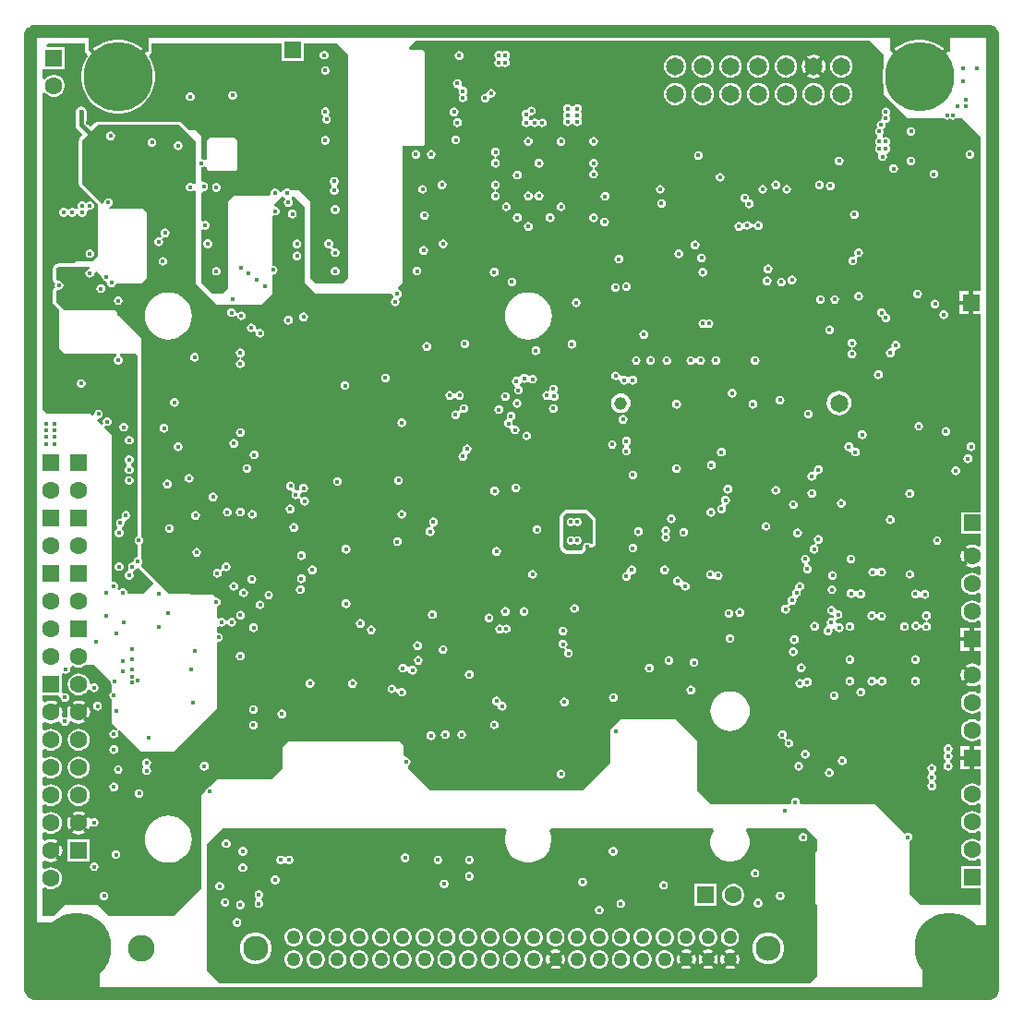
<source format=gbr>
G04*
G04 #@! TF.GenerationSoftware,Altium Limited,Altium Designer,24.9.1 (31)*
G04*
G04 Layer_Physical_Order=5*
G04 Layer_Color=6736896*
%FSLAX44Y44*%
%MOMM*%
G71*
G04*
G04 #@! TF.SameCoordinates,6A9D4D84-9140-4673-ADE8-75025B522ADB*
G04*
G04*
G04 #@! TF.FilePolarity,Positive*
G04*
G01*
G75*
%ADD13C,0.4000*%
%ADD56R,6.8000X6.4000*%
%ADD57R,6.5000X6.7000*%
%ADD103C,1.5240*%
%ADD105C,0.5000*%
%ADD108C,1.2000*%
%ADD124C,2.4500*%
%ADD125C,1.6000*%
%ADD126R,1.6000X1.6000*%
%ADD127R,1.6000X1.6000*%
%ADD128C,2.3000*%
%ADD130C,1.2580*%
%ADD131C,1.1500*%
%ADD132C,1.6500*%
%ADD136C,6.3500*%
%ADD137C,0.4000*%
G36*
X839669Y888146D02*
X841087Y886728D01*
X842939Y885961D01*
X844944D01*
X846797Y886728D01*
X848195Y888127D01*
X848400Y888161D01*
X850217Y888313D01*
X851522Y886929D01*
Y872583D01*
X849522Y871971D01*
X849461Y872032D01*
X847402Y869973D01*
X844573Y872802D01*
X846633Y874861D01*
X846138Y875355D01*
X841772Y878527D01*
X836963Y880978D01*
X831830Y882646D01*
X826499Y883490D01*
X821101D01*
X815770Y882646D01*
X810637Y880978D01*
X805828Y878527D01*
X801462Y875355D01*
X800967Y874861D01*
X803027Y872802D01*
X800199Y869973D01*
X797455Y872716D01*
X796422Y873144D01*
Y884806D01*
X798422Y886142D01*
X798859Y885961D01*
X800864D01*
X802717Y886728D01*
X804135Y888146D01*
X804289Y888520D01*
X806454D01*
X806609Y888146D01*
X808027Y886728D01*
X809879Y885961D01*
X811884D01*
X813737Y886728D01*
X815155Y888146D01*
X815310Y888520D01*
X817474D01*
X817629Y888146D01*
X819047Y886728D01*
X820899Y885961D01*
X822904D01*
X824757Y886728D01*
X826175Y888146D01*
X826329Y888520D01*
X828494D01*
X828649Y888146D01*
X830067Y886728D01*
X831919Y885961D01*
X833924D01*
X835777Y886728D01*
X837195Y888146D01*
X837349Y888520D01*
X839514D01*
X839669Y888146D01*
D02*
G37*
G36*
X101330D02*
X102747Y886728D01*
X104600Y885961D01*
X106605D01*
X108457Y886728D01*
X109875Y888146D01*
X110030Y888520D01*
X112195D01*
X112350Y888146D01*
X113767Y886728D01*
X115620Y885961D01*
X116622D01*
Y872583D01*
X114622Y871971D01*
X114561Y872032D01*
X112502Y869973D01*
X109673Y872802D01*
X111733Y874861D01*
X111238Y875355D01*
X106872Y878527D01*
X102063Y880978D01*
X96930Y882646D01*
X91599Y883490D01*
X86201D01*
X80870Y882646D01*
X75737Y880978D01*
X70928Y878527D01*
X66562Y875355D01*
X66068Y874861D01*
X68127Y872802D01*
X65298Y869973D01*
X62555Y872716D01*
X61522Y873144D01*
Y885961D01*
X62525D01*
X64377Y886728D01*
X65795Y888146D01*
X65950Y888520D01*
X68115D01*
X68270Y888146D01*
X69687Y886728D01*
X71540Y885961D01*
X73545D01*
X75397Y886728D01*
X76815Y888146D01*
X76970Y888520D01*
X79135D01*
X79290Y888146D01*
X80707Y886728D01*
X82560Y885961D01*
X84565D01*
X86417Y886728D01*
X87835Y888146D01*
X87990Y888520D01*
X90155D01*
X90310Y888146D01*
X91727Y886728D01*
X93580Y885961D01*
X95585D01*
X97437Y886728D01*
X98855Y888146D01*
X99010Y888520D01*
X101175D01*
X101330Y888146D01*
D02*
G37*
G36*
X300000Y870000D02*
Y665000D01*
X295000Y660000D01*
X270000D01*
X265000Y665000D01*
Y735000D01*
X255000Y745000D01*
X247157D01*
X246266Y745891D01*
X244796Y746500D01*
X243204D01*
X241734Y745891D01*
X240843Y745000D01*
X240000D01*
X238648Y743648D01*
X236410Y744238D01*
X236191Y744766D01*
X235066Y745891D01*
X233596Y746500D01*
X232004D01*
X230534Y745891D01*
X229409Y744766D01*
X228800Y743296D01*
Y741704D01*
X227341Y740000D01*
X195000D01*
X190000Y735000D01*
Y655000D01*
X185000Y650000D01*
X175000D01*
X165000Y660000D01*
Y708515D01*
X165873Y709066D01*
X167000Y709499D01*
X168204Y709000D01*
X169796D01*
X171266Y709609D01*
X172391Y710734D01*
X173000Y712204D01*
Y713796D01*
X172391Y715266D01*
X171266Y716391D01*
X169796Y717000D01*
X168204D01*
X167000Y716501D01*
X165873Y716934D01*
X165000Y717485D01*
Y743041D01*
X166704Y744500D01*
X168296D01*
X169766Y745109D01*
X170891Y746234D01*
X171500Y747704D01*
Y749296D01*
X170891Y750766D01*
X169766Y751891D01*
X168296Y752500D01*
X166704D01*
X165000Y753959D01*
Y766000D01*
X165796D01*
X167266Y766609D01*
X167941Y767284D01*
X169941Y766648D01*
Y766000D01*
X170174Y764829D01*
X170837Y763837D01*
X171829Y763174D01*
X173000Y762941D01*
X195000D01*
X196171Y763174D01*
X197163Y763837D01*
X197826Y764829D01*
X198059Y766000D01*
Y790000D01*
X197826Y791171D01*
X197163Y792163D01*
X196171Y792826D01*
X195000Y793059D01*
X173000D01*
X171829Y792826D01*
X170837Y792163D01*
X170174Y791171D01*
X169941Y790000D01*
Y773352D01*
X167941Y772716D01*
X167266Y773391D01*
X165796Y774000D01*
X165000D01*
Y795000D01*
X160000Y800000D01*
X154326D01*
X147163Y807163D01*
X147163Y807163D01*
X146170Y807826D01*
X145000Y808059D01*
X145000Y808059D01*
X70000Y808059D01*
X68829Y807826D01*
X67837Y807163D01*
X67837Y807163D01*
X63942Y803268D01*
X60098Y807112D01*
Y817000D01*
X59710Y818951D01*
X58605Y820605D01*
X56951Y821710D01*
X55000Y822098D01*
X53049Y821710D01*
X51395Y820605D01*
X50290Y818951D01*
X49902Y817000D01*
Y805000D01*
X50290Y803049D01*
X51395Y801395D01*
X56732Y796058D01*
X53837Y793163D01*
X53174Y792170D01*
X52941Y791000D01*
X52941Y791000D01*
Y751000D01*
X52941Y751000D01*
X53174Y749829D01*
X53837Y748837D01*
X53837Y748837D01*
X70000Y732674D01*
Y685000D01*
X65000Y680000D01*
X50000D01*
X48059Y678059D01*
X34000D01*
X32829Y677826D01*
X31837Y677163D01*
X31837Y677163D01*
X29837Y675163D01*
X29837Y675163D01*
X29174Y674171D01*
X28941Y673000D01*
X28941Y673000D01*
X28941Y663345D01*
X29023Y662936D01*
X29055Y662520D01*
X29138Y662355D01*
X29174Y662175D01*
X29406Y661828D01*
X29595Y661455D01*
X29883Y661089D01*
X30273Y660754D01*
X30645Y660399D01*
X31293Y659986D01*
X30800Y658796D01*
Y657204D01*
X31298Y656003D01*
X30385Y655436D01*
X30129Y655196D01*
X29837Y655001D01*
X29698Y654792D01*
X29514Y654620D01*
X29369Y654300D01*
X29174Y654008D01*
X29125Y653762D01*
X29021Y653533D01*
X29010Y653182D01*
X28941Y652838D01*
X28941Y643000D01*
X29174Y641829D01*
X29837Y640837D01*
X29837Y640837D01*
X35000Y635674D01*
Y600000D01*
X40000Y595000D01*
X87203D01*
X87601Y593000D01*
X86734Y592641D01*
X85609Y591516D01*
X85000Y590046D01*
Y588454D01*
X85609Y586984D01*
X86734Y585859D01*
X88204Y585250D01*
X89796D01*
X91266Y585859D01*
X92391Y586984D01*
X93000Y588454D01*
Y590046D01*
X92391Y591516D01*
X91266Y592641D01*
X90399Y593000D01*
X90797Y595000D01*
X105000D01*
X106941Y593059D01*
Y427891D01*
X105734Y427391D01*
X104609Y426266D01*
X104000Y424796D01*
Y423204D01*
X104609Y421734D01*
X105734Y420609D01*
X106941Y420109D01*
Y409000D01*
X106204D01*
X104734Y408391D01*
X103609Y407266D01*
X103000Y405796D01*
X102816Y404184D01*
X101204Y404000D01*
X99734Y403391D01*
X98609Y402266D01*
X98000Y400796D01*
Y399204D01*
X98499Y398000D01*
X98390Y397258D01*
X97717Y395798D01*
X96734Y395391D01*
X95609Y394266D01*
X95000Y392796D01*
Y391204D01*
X95609Y389734D01*
X96734Y388609D01*
X98204Y388000D01*
X99796D01*
X101266Y388609D01*
X102391Y389734D01*
X103000Y391204D01*
Y392796D01*
X102501Y394000D01*
X102610Y394742D01*
X103283Y396202D01*
X104266Y396609D01*
X105391Y397734D01*
X105689Y398453D01*
X107777Y398826D01*
X107848Y398826D01*
X121837Y384837D01*
X112000Y375000D01*
X97305D01*
X97101Y375306D01*
Y376897D01*
X96492Y378367D01*
X95367Y379492D01*
X93897Y380101D01*
X92306D01*
X90835Y379492D01*
X89906Y378563D01*
X88391Y379734D01*
X89000Y381204D01*
Y382796D01*
X88391Y384266D01*
X87266Y385391D01*
X85796Y386000D01*
X84204D01*
X83000Y386805D01*
Y521000D01*
X76430Y527570D01*
X77563Y529266D01*
X78204Y529000D01*
X79796D01*
X81266Y529609D01*
X82391Y530734D01*
X83000Y532204D01*
Y533796D01*
X82391Y535266D01*
X81266Y536391D01*
X79796Y537000D01*
X78204D01*
X76734Y536391D01*
X75609Y535266D01*
X75000Y533796D01*
Y532204D01*
X75266Y531563D01*
X73570Y530430D01*
X69855Y534145D01*
X70828Y536000D01*
X71796D01*
X73266Y536609D01*
X74391Y537734D01*
X75000Y539204D01*
Y540796D01*
X74391Y542266D01*
X73266Y543391D01*
X71796Y544000D01*
X70204D01*
X68734Y543391D01*
X67609Y542266D01*
X67000Y540796D01*
Y539828D01*
X65145Y538856D01*
X64000Y540000D01*
X24000D01*
X20000Y544000D01*
Y834321D01*
X21991Y834858D01*
X22000Y834858D01*
X23860Y832998D01*
X26140Y831682D01*
X28684Y831000D01*
X31316D01*
X33860Y831682D01*
X36140Y832998D01*
X38002Y834860D01*
X39318Y837140D01*
X40000Y839684D01*
Y842317D01*
X39318Y844860D01*
X38002Y847140D01*
X36140Y849002D01*
X33860Y850319D01*
X31316Y851000D01*
X28684D01*
X26140Y850319D01*
X23860Y849002D01*
X22000Y847142D01*
X21991Y847142D01*
X20000Y847680D01*
Y856400D01*
X40000D01*
Y876400D01*
X24013D01*
X23248Y878248D01*
X25000Y880000D01*
X58464D01*
Y873144D01*
X58591Y872506D01*
X58696Y871974D01*
X58945Y871602D01*
X59359Y870981D01*
X60176Y870435D01*
X60415Y870130D01*
X61042Y868276D01*
X60034Y866889D01*
X57623Y862156D01*
X55981Y857103D01*
X55150Y851856D01*
Y846544D01*
X55981Y841297D01*
X57623Y836245D01*
X60034Y831511D01*
X63157Y827213D01*
X66913Y823457D01*
X71211Y820334D01*
X75944Y817923D01*
X80997Y816281D01*
X86244Y815450D01*
X91556D01*
X96803Y816281D01*
X101855Y817923D01*
X106589Y820334D01*
X110887Y823457D01*
X114643Y827213D01*
X117766Y831511D01*
X120177Y836245D01*
X121819Y841297D01*
X122650Y846544D01*
Y851856D01*
X121819Y857103D01*
X120177Y862156D01*
X117766Y866889D01*
X117131Y867762D01*
X117472Y869060D01*
X117537Y869200D01*
X118036Y869919D01*
X118169Y870008D01*
X118568Y870223D01*
X118662Y870338D01*
X118785Y870420D01*
X119037Y870796D01*
X119323Y871147D01*
X119366Y871289D01*
X119448Y871412D01*
X119537Y871856D01*
X119667Y872290D01*
X119652Y872438D01*
X119681Y872583D01*
Y880000D01*
X239000D01*
Y864000D01*
X259000D01*
Y880000D01*
X290000D01*
X300000Y870000D01*
D02*
G37*
G36*
X791000Y869000D02*
X791000Y857151D01*
X790362Y854496D01*
X789946Y849200D01*
X790362Y843904D01*
X791000Y841248D01*
Y833000D01*
X813000Y811000D01*
X846286D01*
X847438Y810230D01*
X848998Y809920D01*
X850559Y810230D01*
X851498Y810858D01*
X852438Y810230D01*
X853998Y809920D01*
X855559Y810230D01*
X856711Y811000D01*
X863000D01*
X880000Y794000D01*
Y652540D01*
X873000D01*
Y649690D01*
X869000D01*
Y652540D01*
X860460D01*
Y644000D01*
X863310D01*
Y640000D01*
X860460D01*
Y631460D01*
X869000D01*
Y634310D01*
X873000D01*
Y631460D01*
X880000D01*
Y450000D01*
X862000D01*
Y430000D01*
X880000D01*
Y419468D01*
X878000Y418481D01*
X877316Y419007D01*
X874752Y420069D01*
X872000Y420431D01*
X869249Y420069D01*
X866685Y419007D01*
X866083Y418545D01*
X868156Y416473D01*
X865327Y413644D01*
X863255Y415717D01*
X862793Y415116D01*
X861731Y412551D01*
X861369Y409800D01*
X861731Y407048D01*
X862793Y404484D01*
X863255Y403883D01*
X865327Y405956D01*
X868156Y403127D01*
X866083Y401055D01*
X866685Y400593D01*
X869249Y399531D01*
X872000Y399169D01*
X874752Y399531D01*
X877316Y400593D01*
X878000Y401119D01*
X880000Y400132D01*
Y393387D01*
X878000Y392401D01*
X877043Y393135D01*
X874611Y394143D01*
X872000Y394486D01*
X869389Y394143D01*
X866957Y393135D01*
X864868Y391532D01*
X863265Y389443D01*
X862257Y387010D01*
X861914Y384400D01*
X862257Y381790D01*
X863265Y379357D01*
X864868Y377268D01*
X866957Y375665D01*
X869389Y374657D01*
X872000Y374314D01*
X874611Y374657D01*
X877043Y375665D01*
X878000Y376399D01*
X880000Y375413D01*
Y367987D01*
X878000Y367001D01*
X877043Y367735D01*
X874611Y368743D01*
X872000Y369086D01*
X869389Y368743D01*
X866957Y367735D01*
X864868Y366132D01*
X863265Y364043D01*
X862257Y361610D01*
X861914Y359000D01*
X862257Y356390D01*
X863265Y353957D01*
X864868Y351868D01*
X866957Y350265D01*
X869389Y349257D01*
X872000Y348914D01*
X874611Y349257D01*
X877043Y350265D01*
X878000Y350999D01*
X880000Y350013D01*
Y344140D01*
X874000D01*
Y341290D01*
X870000D01*
Y344140D01*
X861460D01*
Y335600D01*
X864310D01*
Y331600D01*
X861460D01*
Y323060D01*
X870000D01*
Y325910D01*
X874000D01*
Y323060D01*
X880000D01*
Y310468D01*
X878000Y309481D01*
X877316Y310007D01*
X874752Y311069D01*
X872000Y311431D01*
X869249Y311069D01*
X866685Y310007D01*
X866083Y309545D01*
X868156Y307473D01*
X865327Y304644D01*
X863255Y306717D01*
X862793Y306115D01*
X861731Y303552D01*
X861369Y300800D01*
X861731Y298048D01*
X862793Y295485D01*
X863255Y294883D01*
X865327Y296956D01*
X868156Y294127D01*
X866083Y292055D01*
X866685Y291593D01*
X869249Y290531D01*
X872000Y290169D01*
X874752Y290531D01*
X877316Y291593D01*
X878000Y292119D01*
X880000Y291132D01*
Y284387D01*
X878000Y283401D01*
X877043Y284135D01*
X874611Y285143D01*
X872000Y285486D01*
X869389Y285143D01*
X866957Y284135D01*
X864868Y282532D01*
X863265Y280443D01*
X862257Y278011D01*
X861914Y275400D01*
X862257Y272789D01*
X863265Y270357D01*
X864868Y268268D01*
X866957Y266665D01*
X869389Y265657D01*
X872000Y265314D01*
X874611Y265657D01*
X877043Y266665D01*
X878000Y267399D01*
X880000Y266413D01*
Y258987D01*
X878000Y258001D01*
X877043Y258735D01*
X874611Y259743D01*
X872000Y260086D01*
X869389Y259743D01*
X866957Y258735D01*
X864868Y257132D01*
X863265Y255043D01*
X862257Y252610D01*
X861914Y250000D01*
X862257Y247390D01*
X863265Y244957D01*
X864868Y242868D01*
X866957Y241265D01*
X869389Y240257D01*
X872000Y239914D01*
X874611Y240257D01*
X877043Y241265D01*
X878000Y241999D01*
X880000Y241013D01*
Y235140D01*
X874000D01*
Y232290D01*
X870000D01*
Y235140D01*
X861460D01*
Y226600D01*
X864310D01*
Y222600D01*
X861460D01*
Y214060D01*
X870000D01*
Y216910D01*
X874000D01*
Y214060D01*
X880000D01*
Y200387D01*
X878000Y199401D01*
X877043Y200135D01*
X874611Y201143D01*
X872000Y201486D01*
X869389Y201143D01*
X866957Y200135D01*
X864868Y198532D01*
X863265Y196443D01*
X862257Y194011D01*
X861914Y191400D01*
X862257Y188790D01*
X863265Y186357D01*
X864868Y184268D01*
X866957Y182665D01*
X869389Y181657D01*
X872000Y181314D01*
X874611Y181657D01*
X877043Y182665D01*
X878000Y183399D01*
X880000Y182413D01*
Y174987D01*
X878000Y174001D01*
X877043Y174735D01*
X874611Y175743D01*
X872000Y176086D01*
X869389Y175743D01*
X866957Y174735D01*
X864868Y173132D01*
X863265Y171043D01*
X862257Y168610D01*
X861914Y166000D01*
X862257Y163389D01*
X863265Y160957D01*
X864868Y158868D01*
X866957Y157265D01*
X869389Y156257D01*
X872000Y155914D01*
X874611Y156257D01*
X877043Y157265D01*
X878000Y157999D01*
X880000Y157013D01*
Y149587D01*
X878000Y148601D01*
X877043Y149335D01*
X874611Y150343D01*
X872000Y150686D01*
X869389Y150343D01*
X866957Y149335D01*
X864868Y147732D01*
X863265Y145643D01*
X862257Y143210D01*
X861914Y140600D01*
X862257Y137990D01*
X863265Y135557D01*
X864868Y133468D01*
X866957Y131865D01*
X869389Y130857D01*
X872000Y130514D01*
X874611Y130857D01*
X877043Y131865D01*
X878000Y132599D01*
X880000Y131613D01*
Y125200D01*
X862000D01*
Y105200D01*
X880000D01*
Y90000D01*
X825000D01*
X815000Y100000D01*
Y148526D01*
X815884Y149116D01*
X816768Y150439D01*
X817078Y152000D01*
X816768Y153561D01*
X815884Y154884D01*
X814561Y155768D01*
X813000Y156078D01*
X811439Y155768D01*
X810116Y154884D01*
X783000Y182000D01*
X715697D01*
X714078Y184000D01*
X713768Y185561D01*
X712884Y186884D01*
X711561Y187768D01*
X710000Y188078D01*
X708439Y187768D01*
X707116Y186884D01*
X706232Y185561D01*
X705922Y184000D01*
X704303Y182000D01*
X633000D01*
X620000Y195000D01*
Y240000D01*
X600000Y260000D01*
X550000D01*
X540000Y250000D01*
Y220000D01*
X515000Y195000D01*
X375000Y195000D01*
X371118Y198882D01*
X354637Y215363D01*
X355182Y217647D01*
X355884Y218116D01*
X356768Y219439D01*
X357078Y221000D01*
X356768Y222561D01*
X355884Y223884D01*
X354561Y224768D01*
X353000Y225078D01*
X351000Y226697D01*
Y236000D01*
X347000Y240000D01*
X245000D01*
X240000Y235000D01*
Y215000D01*
X230000Y205000D01*
X180000Y205000D01*
X173065Y198065D01*
X173000Y198078D01*
X171439Y197768D01*
X170116Y196884D01*
X169232Y195561D01*
X168922Y194000D01*
X168935Y193935D01*
X165000Y190000D01*
Y105000D01*
X140000Y80000D01*
X80000D01*
X70000Y90000D01*
X40000D01*
X30000Y80000D01*
X20000D01*
Y104853D01*
X22000Y105839D01*
X22357Y105565D01*
X24790Y104557D01*
X27400Y104214D01*
X30010Y104557D01*
X32443Y105565D01*
X34532Y107168D01*
X36135Y109257D01*
X37143Y111690D01*
X37486Y114300D01*
X37143Y116910D01*
X36135Y119343D01*
X34532Y121432D01*
X32443Y123035D01*
X30010Y124043D01*
X27400Y124386D01*
X24790Y124043D01*
X22357Y123035D01*
X22000Y122761D01*
X20000Y123747D01*
Y129832D01*
X21794Y130716D01*
X22085Y130493D01*
X24648Y129431D01*
X27400Y129069D01*
X30152Y129431D01*
X32715Y130493D01*
X33317Y130955D01*
X31244Y133027D01*
X34073Y135856D01*
X36145Y133783D01*
X36607Y134384D01*
X37669Y136948D01*
X38031Y139700D01*
X37669Y142451D01*
X36607Y145015D01*
X36145Y145617D01*
X34073Y143544D01*
X31244Y146373D01*
X33317Y148445D01*
X32715Y148907D01*
X30152Y149969D01*
X27400Y150331D01*
X24648Y149969D01*
X22085Y148907D01*
X21794Y148684D01*
X20000Y149568D01*
Y155653D01*
X22000Y156639D01*
X22357Y156365D01*
X24790Y155357D01*
X27400Y155014D01*
X30010Y155357D01*
X32443Y156365D01*
X34532Y157968D01*
X36135Y160057D01*
X37143Y162489D01*
X37486Y165100D01*
X37143Y167710D01*
X36135Y170143D01*
X34532Y172232D01*
X32443Y173835D01*
X30010Y174843D01*
X27400Y175186D01*
X24790Y174843D01*
X22357Y173835D01*
X22000Y173561D01*
X20000Y174547D01*
Y181053D01*
X22000Y182039D01*
X22357Y181765D01*
X24790Y180757D01*
X27400Y180414D01*
X30010Y180757D01*
X32443Y181765D01*
X34532Y183368D01*
X36135Y185457D01*
X37143Y187889D01*
X37486Y190500D01*
X37143Y193111D01*
X36135Y195543D01*
X34532Y197632D01*
X32443Y199235D01*
X30010Y200243D01*
X27400Y200586D01*
X24790Y200243D01*
X22357Y199235D01*
X22000Y198961D01*
X20000Y199947D01*
Y206453D01*
X22000Y207439D01*
X22357Y207165D01*
X24790Y206157D01*
X27400Y205814D01*
X30010Y206157D01*
X32443Y207165D01*
X34532Y208768D01*
X36135Y210857D01*
X37143Y213290D01*
X37486Y215900D01*
X37143Y218510D01*
X36135Y220943D01*
X34532Y223032D01*
X32443Y224635D01*
X30010Y225643D01*
X27400Y225986D01*
X24790Y225643D01*
X22357Y224635D01*
X22000Y224361D01*
X20000Y225347D01*
Y231853D01*
X22000Y232839D01*
X22357Y232565D01*
X24790Y231557D01*
X27400Y231214D01*
X30010Y231557D01*
X32443Y232565D01*
X34532Y234168D01*
X36135Y236257D01*
X37143Y238689D01*
X37486Y241300D01*
X37143Y243911D01*
X36135Y246343D01*
X34532Y248432D01*
X32443Y250035D01*
X30010Y251043D01*
X27400Y251386D01*
X24790Y251043D01*
X22357Y250035D01*
X22000Y249761D01*
X20000Y250747D01*
Y256832D01*
X21794Y257717D01*
X22085Y257493D01*
X24648Y256431D01*
X27400Y256069D01*
X30152Y256431D01*
X32715Y257493D01*
X33974Y258459D01*
X34681Y258292D01*
X36020Y257508D01*
X36232Y256439D01*
X37116Y255116D01*
X38439Y254232D01*
X40000Y253922D01*
X41561Y254232D01*
X42884Y255116D01*
X43768Y256439D01*
X44015Y257683D01*
X45081Y258335D01*
X45990Y258640D01*
X47484Y257493D01*
X50048Y256431D01*
X52800Y256069D01*
X55552Y256431D01*
X58116Y257493D01*
X58717Y257955D01*
X56644Y260027D01*
X59473Y262856D01*
X61545Y260783D01*
X62007Y261385D01*
X63069Y263948D01*
X63431Y266700D01*
X63069Y269452D01*
X62007Y272015D01*
X61545Y272617D01*
X59473Y270544D01*
X56644Y273373D01*
X58717Y275445D01*
X58116Y275907D01*
X55552Y276969D01*
X52800Y277331D01*
X50048Y276969D01*
X47484Y275907D01*
X46883Y275445D01*
X48956Y273373D01*
X46127Y270544D01*
X44055Y272617D01*
X43593Y272015D01*
X42531Y269452D01*
X42169Y266700D01*
X42531Y263948D01*
X42774Y263363D01*
X42145Y262535D01*
X41244Y261831D01*
X40000Y262078D01*
X38974Y261874D01*
X37735Y262990D01*
X37466Y263458D01*
X37669Y263948D01*
X38031Y266700D01*
X37669Y269452D01*
X36607Y272015D01*
X36145Y272617D01*
X34073Y270544D01*
X31244Y273373D01*
X33317Y275445D01*
X32715Y275907D01*
X30152Y276969D01*
X27400Y277331D01*
X24648Y276969D01*
X22085Y275907D01*
X21794Y275683D01*
X20000Y276568D01*
Y282100D01*
X34370D01*
X35942Y280100D01*
X35922Y280000D01*
X36232Y278439D01*
X37116Y277116D01*
X38439Y276232D01*
X40000Y275922D01*
X41561Y276232D01*
X42884Y277116D01*
X43768Y278439D01*
X44078Y280000D01*
X43768Y281561D01*
X42884Y282884D01*
X41561Y283768D01*
X40000Y284078D01*
X39400Y283959D01*
X37400Y285296D01*
Y301189D01*
X39309Y302319D01*
X39439Y302232D01*
X41000Y301922D01*
X42561Y302232D01*
X43884Y303116D01*
X44768Y304439D01*
X45078Y306000D01*
X44936Y306713D01*
X45991Y308655D01*
X46273Y308908D01*
X47309Y309108D01*
X47757Y308765D01*
X50189Y307757D01*
X52800Y307414D01*
X55410Y307757D01*
X57843Y308765D01*
X59453Y310000D01*
X67000D01*
X81935Y295065D01*
X81922Y295000D01*
X82232Y293439D01*
X83000Y292290D01*
Y285474D01*
X82116Y284884D01*
X81232Y283561D01*
X80922Y282000D01*
X81232Y280439D01*
X82116Y279116D01*
X83000Y278526D01*
Y268394D01*
X82922Y268000D01*
X83000Y267606D01*
Y257000D01*
X88869Y251131D01*
X87594Y249578D01*
X86561Y250268D01*
X85000Y250578D01*
X83439Y250268D01*
X82116Y249384D01*
X81232Y248061D01*
X80922Y246500D01*
X81232Y244939D01*
X82116Y243616D01*
X83439Y242732D01*
X85000Y242422D01*
X86561Y242732D01*
X87884Y243616D01*
X88768Y244939D01*
X89078Y246500D01*
X88768Y248061D01*
X88077Y249094D01*
X89631Y250369D01*
X100000Y240000D01*
X110000Y230000D01*
X140000D01*
X180000Y270000D01*
Y330101D01*
X181000Y330922D01*
X182561Y331232D01*
X183884Y332116D01*
X184768Y333439D01*
X185078Y335000D01*
X184768Y336561D01*
X183884Y337884D01*
X182561Y338768D01*
X181000Y339078D01*
X180000Y339899D01*
Y344461D01*
X182000Y345526D01*
X182439Y345232D01*
X184000Y344922D01*
X185561Y345232D01*
X186884Y346116D01*
X187389Y346872D01*
X187659Y346955D01*
X189341D01*
X189611Y346872D01*
X190116Y346116D01*
X191439Y345232D01*
X193000Y344922D01*
X194561Y345232D01*
X195884Y346116D01*
X196768Y347439D01*
X197078Y349000D01*
X196768Y350561D01*
X195884Y351884D01*
X194561Y352768D01*
X193000Y353078D01*
X191439Y352768D01*
X190116Y351884D01*
X189611Y351128D01*
X189341Y351045D01*
X187659D01*
X187389Y351128D01*
X186884Y351884D01*
X185561Y352768D01*
X184000Y353078D01*
X182439Y352768D01*
X182000Y352474D01*
X180000Y353539D01*
Y363721D01*
X180561Y363832D01*
X181884Y364716D01*
X182768Y366039D01*
X183078Y367600D01*
X182768Y369161D01*
X181884Y370484D01*
X180561Y371368D01*
X179000Y371678D01*
X178434Y371566D01*
X175500Y374500D01*
X136000Y375000D01*
X110000Y401000D01*
Y402290D01*
X110768Y403439D01*
X111078Y405000D01*
X110768Y406561D01*
X110000Y407710D01*
Y420526D01*
X110884Y421116D01*
X111768Y422439D01*
X112078Y424000D01*
X111768Y425561D01*
X110884Y426884D01*
X110000Y427474D01*
Y610000D01*
X90000Y630000D01*
X88059D01*
Y632000D01*
X87826Y633171D01*
X87163Y634163D01*
X86171Y634826D01*
X85000Y635059D01*
X40000D01*
X39951Y635049D01*
X32000Y643000D01*
X32000Y652838D01*
X34000Y654081D01*
X34800Y653922D01*
X36361Y654232D01*
X37684Y655116D01*
X38568Y656439D01*
X38878Y658000D01*
X38568Y659561D01*
X37684Y660884D01*
X36361Y661768D01*
X34800Y662078D01*
X34000Y661919D01*
X33949Y661921D01*
X32288Y662979D01*
X32000Y663345D01*
X32000Y673000D01*
X34000Y675000D01*
X62409D01*
X62606Y673000D01*
X61439Y672768D01*
X60116Y671884D01*
X59232Y670561D01*
X58922Y669000D01*
X59232Y667439D01*
X60116Y666116D01*
X61439Y665232D01*
X63000Y664922D01*
X64561Y665232D01*
X65884Y666116D01*
X66768Y667439D01*
X67078Y669000D01*
X68730Y670812D01*
X69117Y670883D01*
X73935Y666065D01*
X73922Y666000D01*
X74232Y664439D01*
X75116Y663116D01*
X76439Y662232D01*
X77540Y662013D01*
X78907Y660318D01*
X78924Y660286D01*
X79232Y658739D01*
X80116Y657416D01*
X81439Y656532D01*
X83000Y656222D01*
X84561Y656532D01*
X85884Y657416D01*
X86768Y658739D01*
X87019Y660000D01*
X110000D01*
X115000Y665000D01*
Y725000D01*
X112000Y728000D01*
X80920Y728000D01*
X80832Y728148D01*
X81561Y730332D01*
X82884Y731216D01*
X83768Y732539D01*
X84078Y734100D01*
X83768Y735661D01*
X82884Y736984D01*
X81561Y737868D01*
X80000Y738178D01*
X78439Y737868D01*
X77116Y736984D01*
X76232Y735661D01*
X75922Y734100D01*
X75970Y733859D01*
X74126Y732874D01*
X56000Y751000D01*
Y791000D01*
X70000Y805000D01*
X145000Y805000D01*
X160000Y790000D01*
Y751317D01*
X158000Y750710D01*
X157884Y750884D01*
X156561Y751768D01*
X155000Y752078D01*
X153439Y751768D01*
X152116Y750884D01*
X151232Y749561D01*
X150922Y748000D01*
X151232Y746439D01*
X152116Y745116D01*
X153439Y744232D01*
X155000Y743922D01*
X156561Y744232D01*
X157884Y745116D01*
X158000Y745290D01*
X160000Y744683D01*
Y660000D01*
X180000Y640000D01*
X220000D01*
X230000Y650000D01*
Y667101D01*
X231000Y667922D01*
X232561Y668232D01*
X233884Y669116D01*
X234768Y670439D01*
X235078Y672000D01*
X234768Y673561D01*
X233884Y674884D01*
X232561Y675768D01*
X231000Y676078D01*
X230000Y676899D01*
Y720788D01*
X230427Y721217D01*
X232000Y722121D01*
X233000Y721922D01*
X234561Y722232D01*
X235884Y723116D01*
X236768Y724439D01*
X237078Y726000D01*
X236768Y727561D01*
X235884Y728884D01*
X234561Y729768D01*
X233000Y730078D01*
X232884Y730055D01*
X231898Y731898D01*
X239146Y739146D01*
X240010Y739352D01*
X242009Y737981D01*
X242137Y737001D01*
X242116Y736884D01*
X241232Y735561D01*
X240922Y734000D01*
X241232Y732439D01*
X242116Y731116D01*
X243439Y730232D01*
X245000Y729922D01*
X246561Y730232D01*
X247884Y731116D01*
X248768Y732439D01*
X249078Y734000D01*
X248768Y735561D01*
X247884Y736884D01*
X247952Y739104D01*
X248233Y739437D01*
X250490Y739510D01*
X260000Y730000D01*
Y660000D01*
X270000Y650000D01*
X339038D01*
X339748D01*
X341144Y648474D01*
X341097Y646539D01*
X340116Y645884D01*
X339232Y644561D01*
X338922Y643000D01*
X339232Y641439D01*
X340116Y640116D01*
X341439Y639232D01*
X343000Y638922D01*
X344561Y639232D01*
X345884Y640116D01*
X346768Y641439D01*
X347078Y643000D01*
X346768Y644561D01*
X346561Y646232D01*
X347884Y647116D01*
X348768Y648439D01*
X349078Y650000D01*
X348768Y651561D01*
X347884Y652884D01*
X346561Y653768D01*
X345932Y655932D01*
X350000Y660000D01*
Y785941D01*
X367000D01*
X368171Y786174D01*
X369163Y786837D01*
X369826Y787830D01*
X370059Y789000D01*
Y871000D01*
X369826Y872170D01*
X369163Y873163D01*
X368171Y873826D01*
X367000Y874059D01*
X356672D01*
X355907Y875907D01*
X361922Y881922D01*
X778077D01*
X791000Y869000D01*
D02*
G37*
G36*
X730000Y150000D02*
Y139860D01*
X729829Y139826D01*
X728837Y139163D01*
X728174Y138170D01*
X727941Y137000D01*
Y93000D01*
X728174Y91830D01*
X728837Y90837D01*
X729829Y90174D01*
X730000Y90140D01*
Y25000D01*
X723078Y18078D01*
X181922D01*
X170000Y30000D01*
Y145000D01*
X185000Y160000D01*
X444071D01*
X445182Y158337D01*
X444326Y156271D01*
X443500Y152118D01*
Y147882D01*
X444326Y143729D01*
X445947Y139816D01*
X448300Y136295D01*
X451295Y133300D01*
X454816Y130947D01*
X458729Y129326D01*
X462882Y128500D01*
X467118D01*
X471271Y129326D01*
X475184Y130947D01*
X478705Y133300D01*
X481700Y136295D01*
X484053Y139816D01*
X485674Y143729D01*
X486500Y147882D01*
Y152118D01*
X485674Y156271D01*
X484818Y158337D01*
X485929Y160000D01*
X634299D01*
X635368Y158000D01*
X634049Y156026D01*
X632692Y152750D01*
X632000Y149273D01*
Y145727D01*
X632692Y142250D01*
X634049Y138974D01*
X636018Y136026D01*
X638526Y133518D01*
X641474Y131549D01*
X644750Y130192D01*
X648227Y129500D01*
X651773D01*
X655250Y130192D01*
X658526Y131549D01*
X661474Y133518D01*
X663981Y136026D01*
X665951Y138974D01*
X667308Y142250D01*
X668000Y145727D01*
Y149273D01*
X667308Y152750D01*
X665951Y156026D01*
X664632Y158000D01*
X665702Y160000D01*
X720000D01*
X730000Y150000D01*
D02*
G37*
%LPC*%
G36*
X278796Y873000D02*
X277204D01*
X275734Y872391D01*
X274609Y871266D01*
X274000Y869796D01*
Y868204D01*
X274609Y866734D01*
X275734Y865609D01*
X277204Y865000D01*
X278796D01*
X280266Y865609D01*
X281391Y866734D01*
X282000Y868204D01*
Y869796D01*
X281391Y871266D01*
X280266Y872391D01*
X278796Y873000D01*
D02*
G37*
G36*
X279796Y859000D02*
X278204D01*
X276734Y858391D01*
X275609Y857266D01*
X275000Y855796D01*
Y854204D01*
X275609Y852734D01*
X276734Y851609D01*
X278204Y851000D01*
X279796D01*
X281266Y851609D01*
X282391Y852734D01*
X283000Y854204D01*
Y855796D01*
X282391Y857266D01*
X281266Y858391D01*
X279796Y859000D01*
D02*
G37*
G36*
X194796Y836000D02*
X193204D01*
X191734Y835391D01*
X190609Y834266D01*
X190000Y832796D01*
Y831204D01*
X190609Y829734D01*
X191734Y828609D01*
X193204Y828000D01*
X194796D01*
X196266Y828609D01*
X197391Y829734D01*
X198000Y831204D01*
Y832796D01*
X197391Y834266D01*
X196266Y835391D01*
X194796Y836000D01*
D02*
G37*
G36*
X155796Y835000D02*
X154204D01*
X152734Y834391D01*
X151609Y833266D01*
X151000Y831796D01*
Y830204D01*
X151609Y828734D01*
X152734Y827609D01*
X154204Y827000D01*
X155796D01*
X157266Y827609D01*
X158391Y828734D01*
X159000Y830204D01*
Y831796D01*
X158391Y833266D01*
X157266Y834391D01*
X155796Y835000D01*
D02*
G37*
G36*
X279796Y821000D02*
X278204D01*
X276734Y820391D01*
X275609Y819266D01*
X275000Y817796D01*
Y816204D01*
X275609Y814734D01*
X276734Y813609D01*
X276936Y812593D01*
X276609Y812266D01*
X276000Y810796D01*
Y809204D01*
X276609Y807734D01*
X277734Y806609D01*
X279204Y806000D01*
X280796D01*
X282266Y806609D01*
X283391Y807734D01*
X284000Y809204D01*
Y810796D01*
X283391Y812266D01*
X282266Y813391D01*
X282064Y814407D01*
X282391Y814734D01*
X283000Y816204D01*
Y817796D01*
X282391Y819266D01*
X281266Y820391D01*
X279796Y821000D01*
D02*
G37*
G36*
Y794757D02*
X278204D01*
X276734Y794148D01*
X275609Y793023D01*
X275000Y791553D01*
Y789962D01*
X275609Y788492D01*
X276734Y787366D01*
X278204Y786757D01*
X279796D01*
X281266Y787366D01*
X282391Y788492D01*
X283000Y789962D01*
Y791553D01*
X282391Y793023D01*
X281266Y794148D01*
X279796Y794757D01*
D02*
G37*
G36*
X179796Y751700D02*
X178204D01*
X176734Y751091D01*
X175609Y749966D01*
X175000Y748496D01*
Y746904D01*
X175609Y745434D01*
X176734Y744309D01*
X178204Y743700D01*
X179796D01*
X181266Y744309D01*
X182391Y745434D01*
X183000Y746904D01*
Y748496D01*
X182391Y749966D01*
X181266Y751091D01*
X179796Y751700D01*
D02*
G37*
G36*
X287796Y757350D02*
X286204D01*
X284734Y756741D01*
X283609Y755616D01*
X283000Y754146D01*
Y752554D01*
X283609Y751084D01*
X284312Y750381D01*
X284568Y749175D01*
X284312Y747969D01*
X283609Y747266D01*
X283000Y745796D01*
Y744204D01*
X283609Y742734D01*
X284734Y741609D01*
X286204Y741000D01*
X287796D01*
X289266Y741609D01*
X290391Y742734D01*
X291000Y744204D01*
Y745796D01*
X290391Y747266D01*
X289688Y747969D01*
X289432Y749175D01*
X289688Y750381D01*
X290391Y751084D01*
X291000Y752554D01*
Y754146D01*
X290391Y755616D01*
X289266Y756741D01*
X287796Y757350D01*
D02*
G37*
G36*
X63796Y735000D02*
X62204D01*
X60734Y734391D01*
X59500Y733357D01*
X58266Y734391D01*
X56796Y735000D01*
X55204D01*
X53734Y734391D01*
X52609Y733266D01*
X52000Y731796D01*
Y730204D01*
X52415Y729202D01*
X52002Y728269D01*
X51931Y728225D01*
X50571Y727897D01*
X49635Y728022D01*
X49266Y728391D01*
X47796Y729000D01*
X46204D01*
X44734Y728391D01*
X44278Y727935D01*
X43000Y727482D01*
X41722Y727935D01*
X41266Y728391D01*
X39796Y729000D01*
X38204D01*
X36734Y728391D01*
X35609Y727266D01*
X35000Y725796D01*
Y724204D01*
X35609Y722734D01*
X36734Y721609D01*
X38204Y721000D01*
X39796D01*
X41266Y721609D01*
X41722Y722065D01*
X43000Y722518D01*
X44278Y722065D01*
X44734Y721609D01*
X46204Y721000D01*
X47796D01*
X49266Y721609D01*
X50391Y722734D01*
X50418Y722798D01*
X52582D01*
X52609Y722734D01*
X53734Y721609D01*
X55204Y721000D01*
X56796D01*
X58266Y721609D01*
X59391Y722734D01*
X60000Y724204D01*
Y725796D01*
X61554Y727269D01*
X62204Y727000D01*
X63796D01*
X65266Y727609D01*
X66391Y728734D01*
X67000Y730204D01*
Y731796D01*
X66391Y733266D01*
X65266Y734391D01*
X63796Y735000D01*
D02*
G37*
G36*
X288796Y731475D02*
X287204D01*
X285734Y730866D01*
X284609Y729741D01*
X284000Y728271D01*
Y726679D01*
X284609Y725209D01*
X285734Y724084D01*
X287204Y723475D01*
X288796D01*
X290266Y724084D01*
X291391Y725209D01*
X292000Y726679D01*
Y728271D01*
X291391Y729741D01*
X290266Y730866D01*
X288796Y731475D01*
D02*
G37*
G36*
X171796Y700000D02*
X170204D01*
X168734Y699391D01*
X167609Y698266D01*
X167000Y696796D01*
Y695204D01*
X167609Y693734D01*
X168734Y692609D01*
X170204Y692000D01*
X171796D01*
X173266Y692609D01*
X174391Y693734D01*
X175000Y695204D01*
Y696796D01*
X174391Y698266D01*
X173266Y699391D01*
X171796Y700000D01*
D02*
G37*
G36*
X282796D02*
X281204D01*
X279734Y699391D01*
X278609Y698266D01*
X278000Y696796D01*
Y695204D01*
X278609Y693734D01*
X279734Y692609D01*
X281204Y692000D01*
X282796D01*
X283085Y692120D01*
X284703Y690650D01*
X284678Y690489D01*
X284609Y690266D01*
X284489Y689975D01*
X284000Y688796D01*
Y687204D01*
X284609Y685734D01*
X285734Y684609D01*
X287204Y684000D01*
X288796D01*
X290266Y684609D01*
X291391Y685734D01*
X292000Y687204D01*
Y688796D01*
X291391Y690266D01*
X290266Y691391D01*
X288796Y692000D01*
X287204D01*
X286915Y691880D01*
X285297Y693350D01*
X285322Y693511D01*
X285391Y693734D01*
X285511Y694025D01*
X286000Y695204D01*
Y696796D01*
X285391Y698266D01*
X284266Y699391D01*
X282796Y700000D01*
D02*
G37*
G36*
X63796Y691000D02*
X62204D01*
X60734Y690391D01*
X59609Y689266D01*
X59000Y687796D01*
Y686204D01*
X59609Y684734D01*
X60734Y683609D01*
X62204Y683000D01*
X63796D01*
X65266Y683609D01*
X66391Y684734D01*
X67000Y686204D01*
Y687796D01*
X66391Y689266D01*
X65266Y690391D01*
X63796Y691000D01*
D02*
G37*
G36*
X179796Y675000D02*
X178204D01*
X176734Y674391D01*
X175609Y673266D01*
X175000Y671796D01*
Y670204D01*
X175609Y668734D01*
X176734Y667609D01*
X178204Y667000D01*
X179796D01*
X181266Y667609D01*
X182391Y668734D01*
X183000Y670204D01*
Y671796D01*
X182391Y673266D01*
X181266Y674391D01*
X179796Y675000D01*
D02*
G37*
G36*
X288796Y674975D02*
X287204D01*
X285734Y674366D01*
X284609Y673241D01*
X284000Y671771D01*
Y670179D01*
X284609Y668709D01*
X285734Y667584D01*
X287204Y666975D01*
X288796D01*
X290266Y667584D01*
X291391Y668709D01*
X292000Y670179D01*
Y671771D01*
X291391Y673241D01*
X290266Y674366D01*
X288796Y674975D01*
D02*
G37*
G36*
X55796Y572000D02*
X54204D01*
X52734Y571391D01*
X51609Y570266D01*
X51000Y568796D01*
Y567204D01*
X51609Y565734D01*
X52734Y564609D01*
X54204Y564000D01*
X55796D01*
X57266Y564609D01*
X58391Y565734D01*
X59000Y567204D01*
Y568796D01*
X58391Y570266D01*
X57266Y571391D01*
X55796Y572000D01*
D02*
G37*
G36*
X94796Y532000D02*
X93204D01*
X91734Y531391D01*
X90609Y530266D01*
X90000Y528796D01*
Y527204D01*
X90609Y525734D01*
X91734Y524609D01*
X93204Y524000D01*
X94796D01*
X96266Y524609D01*
X97391Y525734D01*
X98000Y527204D01*
Y528796D01*
X97391Y530266D01*
X96266Y531391D01*
X94796Y532000D01*
D02*
G37*
G36*
X99796Y520000D02*
X98204D01*
X96734Y519391D01*
X95609Y518266D01*
X95000Y516796D01*
Y515204D01*
X95609Y513734D01*
X96734Y512609D01*
X98204Y512000D01*
X99796D01*
X101266Y512609D01*
X102391Y513734D01*
X103000Y515204D01*
Y516796D01*
X102391Y518266D01*
X101266Y519391D01*
X99796Y520000D01*
D02*
G37*
G36*
Y502000D02*
X98204D01*
X96734Y501391D01*
X95609Y500266D01*
X95000Y498796D01*
Y497204D01*
X95609Y495734D01*
X96734Y494609D01*
X96798Y494582D01*
Y492418D01*
X96734Y492391D01*
X95609Y491266D01*
X95000Y489796D01*
Y488204D01*
X95609Y486734D01*
X96734Y485609D01*
X98204Y485000D01*
X99796D01*
X101266Y485609D01*
X102391Y486734D01*
X103000Y488204D01*
Y489796D01*
X102391Y491266D01*
X101266Y492391D01*
X101202Y492418D01*
Y494582D01*
X101266Y494609D01*
X102391Y495734D01*
X103000Y497204D01*
Y498796D01*
X102391Y500266D01*
X101266Y501391D01*
X99796Y502000D01*
D02*
G37*
G36*
Y483000D02*
X98204D01*
X96734Y482391D01*
X95609Y481266D01*
X95000Y479796D01*
Y478204D01*
X95609Y476734D01*
X96734Y475609D01*
X98204Y475000D01*
X99796D01*
X101266Y475609D01*
X102391Y476734D01*
X103000Y478204D01*
Y479796D01*
X102391Y481266D01*
X101266Y482391D01*
X99796Y483000D01*
D02*
G37*
G36*
X96796Y451000D02*
X95204D01*
X93734Y450391D01*
X92609Y449266D01*
X92000Y447796D01*
Y446204D01*
X92144Y445855D01*
X90748Y444000D01*
X90204D01*
X88734Y443391D01*
X87609Y442266D01*
X87000Y440796D01*
Y439204D01*
X87609Y437734D01*
X88495Y436848D01*
X88497Y435527D01*
X88298Y434625D01*
X87734Y434391D01*
X86609Y433266D01*
X86000Y431796D01*
Y430204D01*
X86609Y428734D01*
X87734Y427609D01*
X89204Y427000D01*
X90796D01*
X92266Y427609D01*
X93391Y428734D01*
X94000Y430204D01*
Y431796D01*
X93391Y433266D01*
X92505Y434152D01*
X92503Y435473D01*
X92702Y436375D01*
X93266Y436609D01*
X94391Y437734D01*
X95000Y439204D01*
Y440796D01*
X94855Y441144D01*
X96252Y443000D01*
X96796D01*
X98266Y443609D01*
X99391Y444734D01*
X100000Y446204D01*
Y447796D01*
X99391Y449266D01*
X98266Y450391D01*
X96796Y451000D01*
D02*
G37*
G36*
X90796Y404000D02*
X89204D01*
X87734Y403391D01*
X86609Y402266D01*
X86000Y400796D01*
Y399204D01*
X86609Y397734D01*
X87734Y396609D01*
X89204Y396000D01*
X90796D01*
X92266Y396609D01*
X93391Y397734D01*
X94000Y399204D01*
Y400796D01*
X93391Y402266D01*
X92266Y403391D01*
X90796Y404000D01*
D02*
G37*
G36*
X444000Y873078D02*
X442439Y872768D01*
X441116Y871884D01*
X440884D01*
X439561Y872768D01*
X438000Y873078D01*
X436439Y872768D01*
X435116Y871884D01*
X434232Y870561D01*
X433922Y869000D01*
X434232Y867439D01*
X435116Y866116D01*
Y864884D01*
X434232Y863561D01*
X433922Y862000D01*
X434232Y860439D01*
X435116Y859116D01*
X436439Y858232D01*
X438000Y857922D01*
X439561Y858232D01*
X440884Y859116D01*
X441116D01*
X442439Y858232D01*
X444000Y857922D01*
X445561Y858232D01*
X446884Y859116D01*
X447768Y860439D01*
X448078Y862000D01*
X447768Y863561D01*
X446884Y864884D01*
Y866116D01*
X447768Y867439D01*
X448078Y869000D01*
X447768Y870561D01*
X446884Y871884D01*
X445561Y872768D01*
X444000Y873078D01*
D02*
G37*
G36*
X401669Y872828D02*
X400108Y872518D01*
X398785Y871634D01*
X397901Y870311D01*
X397590Y868750D01*
X397901Y867189D01*
X398785Y865866D01*
X400108Y864982D01*
X401669Y864672D01*
X403230Y864982D01*
X404553Y865866D01*
X405437Y867189D01*
X405747Y868750D01*
X405437Y870311D01*
X404553Y871634D01*
X403230Y872518D01*
X401669Y872828D01*
D02*
G37*
G36*
X726800Y869583D02*
X723983Y869212D01*
X721358Y868125D01*
X720705Y867624D01*
X722773Y865555D01*
X719945Y862727D01*
X717876Y864795D01*
X717375Y864142D01*
X716288Y861517D01*
X715917Y858700D01*
X716288Y855883D01*
X717375Y853258D01*
X717876Y852605D01*
X719945Y854673D01*
X722773Y851845D01*
X720705Y849777D01*
X721358Y849275D01*
X723983Y848188D01*
X726800Y847817D01*
X729617Y848188D01*
X732242Y849275D01*
X732895Y849777D01*
X730827Y851845D01*
X733655Y854673D01*
X735723Y852605D01*
X736225Y853258D01*
X737312Y855883D01*
X737683Y858700D01*
X737312Y861517D01*
X736225Y864142D01*
X735723Y864795D01*
X733655Y862727D01*
X730827Y865555D01*
X732895Y867624D01*
X732242Y868125D01*
X729617Y869212D01*
X726800Y869583D01*
D02*
G37*
G36*
X752200Y869038D02*
X749524Y868686D01*
X747031Y867653D01*
X744890Y866010D01*
X743247Y863869D01*
X742214Y861376D01*
X741862Y858700D01*
X742214Y856024D01*
X743247Y853531D01*
X744890Y851390D01*
X747031Y849747D01*
X749524Y848714D01*
X752200Y848362D01*
X754876Y848714D01*
X757369Y849747D01*
X759510Y851390D01*
X761153Y853531D01*
X762186Y856024D01*
X762538Y858700D01*
X762186Y861376D01*
X761153Y863869D01*
X759510Y866010D01*
X757369Y867653D01*
X754876Y868686D01*
X752200Y869038D01*
D02*
G37*
G36*
X701400D02*
X698724Y868686D01*
X696231Y867653D01*
X694090Y866010D01*
X692447Y863869D01*
X691414Y861376D01*
X691062Y858700D01*
X691414Y856024D01*
X692447Y853531D01*
X694090Y851390D01*
X696231Y849747D01*
X698724Y848714D01*
X701400Y848362D01*
X704076Y848714D01*
X706569Y849747D01*
X708710Y851390D01*
X710353Y853531D01*
X711386Y856024D01*
X711738Y858700D01*
X711386Y861376D01*
X710353Y863869D01*
X708710Y866010D01*
X706569Y867653D01*
X704076Y868686D01*
X701400Y869038D01*
D02*
G37*
G36*
X676000D02*
X673324Y868686D01*
X670831Y867653D01*
X668690Y866010D01*
X667047Y863869D01*
X666014Y861376D01*
X665662Y858700D01*
X666014Y856024D01*
X667047Y853531D01*
X668690Y851390D01*
X670831Y849747D01*
X673324Y848714D01*
X676000Y848362D01*
X678676Y848714D01*
X681169Y849747D01*
X683310Y851390D01*
X684953Y853531D01*
X685986Y856024D01*
X686338Y858700D01*
X685986Y861376D01*
X684953Y863869D01*
X683310Y866010D01*
X681169Y867653D01*
X678676Y868686D01*
X676000Y869038D01*
D02*
G37*
G36*
X650600D02*
X647924Y868686D01*
X645431Y867653D01*
X643290Y866010D01*
X641647Y863869D01*
X640614Y861376D01*
X640262Y858700D01*
X640614Y856024D01*
X641647Y853531D01*
X643290Y851390D01*
X645431Y849747D01*
X647924Y848714D01*
X650600Y848362D01*
X653276Y848714D01*
X655769Y849747D01*
X657910Y851390D01*
X659553Y853531D01*
X660586Y856024D01*
X660938Y858700D01*
X660586Y861376D01*
X659553Y863869D01*
X657910Y866010D01*
X655769Y867653D01*
X653276Y868686D01*
X650600Y869038D01*
D02*
G37*
G36*
X625200D02*
X622524Y868686D01*
X620031Y867653D01*
X617890Y866010D01*
X616247Y863869D01*
X615214Y861376D01*
X614862Y858700D01*
X615214Y856024D01*
X616247Y853531D01*
X617890Y851390D01*
X620031Y849747D01*
X622524Y848714D01*
X625200Y848362D01*
X627876Y848714D01*
X630369Y849747D01*
X632510Y851390D01*
X634153Y853531D01*
X635186Y856024D01*
X635538Y858700D01*
X635186Y861376D01*
X634153Y863869D01*
X632510Y866010D01*
X630369Y867653D01*
X627876Y868686D01*
X625200Y869038D01*
D02*
G37*
G36*
X599800D02*
X597124Y868686D01*
X594631Y867653D01*
X592490Y866010D01*
X590847Y863869D01*
X589814Y861376D01*
X589462Y858700D01*
X589814Y856024D01*
X590847Y853531D01*
X592490Y851390D01*
X594631Y849747D01*
X597124Y848714D01*
X599800Y848362D01*
X602476Y848714D01*
X604969Y849747D01*
X607110Y851390D01*
X608753Y853531D01*
X609786Y856024D01*
X610138Y858700D01*
X609786Y861376D01*
X608753Y863869D01*
X607110Y866010D01*
X604969Y867653D01*
X602476Y868686D01*
X599800Y869038D01*
D02*
G37*
G36*
X400000Y847078D02*
X398439Y846768D01*
X397116Y845884D01*
X396232Y844561D01*
X395922Y843000D01*
X396232Y841439D01*
X397116Y840116D01*
X398439Y839232D01*
X400000Y838922D01*
X400175Y838737D01*
X401249Y837131D01*
X401024Y836000D01*
X401326Y834478D01*
X402188Y833188D01*
Y832812D01*
X401326Y831522D01*
X401024Y830000D01*
X401326Y828478D01*
X402188Y827188D01*
X403478Y826326D01*
X405000Y826024D01*
X406522Y826326D01*
X407812Y827188D01*
X408674Y828478D01*
X408976Y830000D01*
X408674Y831522D01*
X407812Y832812D01*
Y833188D01*
X408674Y834478D01*
X408976Y836000D01*
X408674Y837522D01*
X407812Y838812D01*
X406522Y839674D01*
X405173Y839942D01*
X404693Y840453D01*
X403837Y841784D01*
X404078Y843000D01*
X403768Y844561D01*
X402884Y845884D01*
X401561Y846768D01*
X400000Y847078D01*
D02*
G37*
G36*
X431000Y837976D02*
X429478Y837674D01*
X428188Y836812D01*
X427326Y835522D01*
X427024Y834000D01*
X425400Y833652D01*
X423878Y833349D01*
X422588Y832487D01*
X421726Y831197D01*
X421424Y829675D01*
X421726Y828153D01*
X422588Y826863D01*
X423878Y826001D01*
X425400Y825699D01*
X426922Y826001D01*
X428212Y826863D01*
X429074Y828153D01*
X429376Y829675D01*
X431000Y830024D01*
X432522Y830326D01*
X433812Y831188D01*
X434674Y832478D01*
X434976Y834000D01*
X434674Y835522D01*
X433812Y836812D01*
X432522Y837674D01*
X431000Y837976D01*
D02*
G37*
G36*
X752200Y843638D02*
X749524Y843286D01*
X747031Y842253D01*
X744890Y840610D01*
X743247Y838469D01*
X742214Y835976D01*
X741862Y833300D01*
X742214Y830624D01*
X743247Y828131D01*
X744890Y825990D01*
X747031Y824347D01*
X749524Y823314D01*
X752200Y822962D01*
X754876Y823314D01*
X757369Y824347D01*
X759510Y825990D01*
X761153Y828131D01*
X762186Y830624D01*
X762538Y833300D01*
X762186Y835976D01*
X761153Y838469D01*
X759510Y840610D01*
X757369Y842253D01*
X754876Y843286D01*
X752200Y843638D01*
D02*
G37*
G36*
X726800D02*
X724124Y843286D01*
X721631Y842253D01*
X719490Y840610D01*
X717847Y838469D01*
X716814Y835976D01*
X716462Y833300D01*
X716814Y830624D01*
X717847Y828131D01*
X719490Y825990D01*
X721631Y824347D01*
X724124Y823314D01*
X726800Y822962D01*
X729476Y823314D01*
X731969Y824347D01*
X734110Y825990D01*
X735753Y828131D01*
X736786Y830624D01*
X737138Y833300D01*
X736786Y835976D01*
X735753Y838469D01*
X734110Y840610D01*
X731969Y842253D01*
X729476Y843286D01*
X726800Y843638D01*
D02*
G37*
G36*
X701400D02*
X698724Y843286D01*
X696231Y842253D01*
X694090Y840610D01*
X692447Y838469D01*
X691414Y835976D01*
X691062Y833300D01*
X691414Y830624D01*
X692447Y828131D01*
X694090Y825990D01*
X696231Y824347D01*
X698724Y823314D01*
X701400Y822962D01*
X704076Y823314D01*
X706569Y824347D01*
X708710Y825990D01*
X710353Y828131D01*
X711386Y830624D01*
X711738Y833300D01*
X711386Y835976D01*
X710353Y838469D01*
X708710Y840610D01*
X706569Y842253D01*
X704076Y843286D01*
X701400Y843638D01*
D02*
G37*
G36*
X676000D02*
X673324Y843286D01*
X670831Y842253D01*
X668690Y840610D01*
X667047Y838469D01*
X666014Y835976D01*
X665662Y833300D01*
X666014Y830624D01*
X667047Y828131D01*
X668690Y825990D01*
X670831Y824347D01*
X673324Y823314D01*
X676000Y822962D01*
X678676Y823314D01*
X681169Y824347D01*
X683310Y825990D01*
X684953Y828131D01*
X685986Y830624D01*
X686338Y833300D01*
X685986Y835976D01*
X684953Y838469D01*
X683310Y840610D01*
X681169Y842253D01*
X678676Y843286D01*
X676000Y843638D01*
D02*
G37*
G36*
X650600D02*
X647924Y843286D01*
X645431Y842253D01*
X643290Y840610D01*
X641647Y838469D01*
X640614Y835976D01*
X640262Y833300D01*
X640614Y830624D01*
X641647Y828131D01*
X643290Y825990D01*
X645431Y824347D01*
X647924Y823314D01*
X650600Y822962D01*
X653276Y823314D01*
X655769Y824347D01*
X657910Y825990D01*
X659553Y828131D01*
X660586Y830624D01*
X660938Y833300D01*
X660586Y835976D01*
X659553Y838469D01*
X657910Y840610D01*
X655769Y842253D01*
X653276Y843286D01*
X650600Y843638D01*
D02*
G37*
G36*
X625200D02*
X622524Y843286D01*
X620031Y842253D01*
X617890Y840610D01*
X616247Y838469D01*
X615214Y835976D01*
X614862Y833300D01*
X615214Y830624D01*
X616247Y828131D01*
X617890Y825990D01*
X620031Y824347D01*
X622524Y823314D01*
X625200Y822962D01*
X627876Y823314D01*
X630369Y824347D01*
X632510Y825990D01*
X634153Y828131D01*
X635186Y830624D01*
X635538Y833300D01*
X635186Y835976D01*
X634153Y838469D01*
X632510Y840610D01*
X630369Y842253D01*
X627876Y843286D01*
X625200Y843638D01*
D02*
G37*
G36*
X599800D02*
X597124Y843286D01*
X594631Y842253D01*
X592490Y840610D01*
X590847Y838469D01*
X589814Y835976D01*
X589462Y833300D01*
X589814Y830624D01*
X590847Y828131D01*
X592490Y825990D01*
X594631Y824347D01*
X597124Y823314D01*
X599800Y822962D01*
X602476Y823314D01*
X604969Y824347D01*
X607110Y825990D01*
X608753Y828131D01*
X609786Y830624D01*
X610138Y833300D01*
X609786Y835976D01*
X608753Y838469D01*
X607110Y840610D01*
X604969Y842253D01*
X602476Y843286D01*
X599800Y843638D01*
D02*
G37*
G36*
X510000Y824078D02*
X508439Y823768D01*
X507116Y822884D01*
X506611Y822128D01*
X506341Y822045D01*
X504659D01*
X504389Y822128D01*
X503884Y822884D01*
X502561Y823768D01*
X501000Y824078D01*
X499439Y823768D01*
X498116Y822884D01*
X497232Y821561D01*
X496922Y820000D01*
X497232Y818439D01*
X498116Y817116D01*
Y816884D01*
X497232Y815561D01*
X496922Y814000D01*
X497232Y812439D01*
X498050Y811000D01*
X497232Y809561D01*
X496922Y808000D01*
X497232Y806439D01*
X498116Y805116D01*
X499439Y804232D01*
X501000Y803922D01*
X502561Y804232D01*
X503884Y805116D01*
X504389Y805872D01*
X504659Y805955D01*
X506341D01*
X506611Y805872D01*
X507116Y805116D01*
X508439Y804232D01*
X510000Y803922D01*
X511561Y804232D01*
X512884Y805116D01*
X513768Y806439D01*
X514078Y808000D01*
X513768Y809561D01*
X512950Y811000D01*
X513768Y812439D01*
X514078Y814000D01*
X513768Y815561D01*
X512884Y816884D01*
Y817116D01*
X513768Y818439D01*
X514078Y820000D01*
X513768Y821561D01*
X512884Y822884D01*
X511561Y823768D01*
X510000Y824078D01*
D02*
G37*
G36*
X468000Y822078D02*
X466439Y821768D01*
X465116Y820884D01*
X464232Y819561D01*
X464093Y818861D01*
X463000Y819078D01*
X461439Y818768D01*
X460116Y817884D01*
X459232Y816561D01*
X458922Y815000D01*
X459232Y813439D01*
X460116Y812116D01*
Y809884D01*
X459232Y808561D01*
X458922Y807000D01*
X459232Y805439D01*
X460116Y804116D01*
X461439Y803232D01*
X463000Y802922D01*
X464561Y803232D01*
X465884Y804116D01*
X468116D01*
X469439Y803232D01*
X471000Y802922D01*
X472561Y803232D01*
X473884Y804116D01*
X475116D01*
X476439Y803232D01*
X478000Y802922D01*
X479561Y803232D01*
X480884Y804116D01*
X481768Y805439D01*
X482078Y807000D01*
X481768Y808561D01*
X480884Y809884D01*
X479561Y810768D01*
X478000Y811078D01*
X476439Y810768D01*
X475116Y809884D01*
X473884D01*
X472561Y810768D01*
X471000Y811078D01*
X469439Y810768D01*
X468116Y809884D01*
X465884D01*
Y812116D01*
X466768Y813439D01*
X466907Y814139D01*
X468000Y813922D01*
X469561Y814232D01*
X470884Y815116D01*
X471768Y816439D01*
X472078Y818000D01*
X471768Y819561D01*
X470884Y820884D01*
X469561Y821768D01*
X468000Y822078D01*
D02*
G37*
G36*
X397000Y821078D02*
X395439Y820768D01*
X394116Y819884D01*
X393232Y818561D01*
X392922Y817000D01*
X393232Y815439D01*
X394116Y814116D01*
X395439Y813232D01*
X397000Y812922D01*
X398561Y813232D01*
X399884Y814116D01*
X400768Y815439D01*
X401078Y817000D01*
X400768Y818561D01*
X399884Y819884D01*
X398561Y820768D01*
X397000Y821078D01*
D02*
G37*
G36*
X400089Y811333D02*
X398529Y811023D01*
X397205Y810138D01*
X396321Y808815D01*
X396011Y807255D01*
X396321Y805694D01*
X397205Y804371D01*
X398529Y803487D01*
X400089Y803176D01*
X401650Y803487D01*
X402973Y804371D01*
X403857Y805694D01*
X404168Y807255D01*
X403857Y808815D01*
X402973Y810138D01*
X401650Y811023D01*
X400089Y811333D01*
D02*
G37*
G36*
X816000Y803078D02*
X814439Y802768D01*
X813116Y801884D01*
X812232Y800561D01*
X811922Y799000D01*
X812232Y797439D01*
X813116Y796116D01*
X814439Y795232D01*
X816000Y794922D01*
X817561Y795232D01*
X818884Y796116D01*
X819768Y797439D01*
X820078Y799000D01*
X819768Y800561D01*
X818884Y801884D01*
X817561Y802768D01*
X816000Y803078D01*
D02*
G37*
G36*
X82000Y799078D02*
X80439Y798768D01*
X79116Y797884D01*
X78232Y796561D01*
X77922Y795000D01*
X78232Y793439D01*
X79116Y792116D01*
X80439Y791232D01*
X82000Y790922D01*
X83561Y791232D01*
X84884Y792116D01*
X85768Y793439D01*
X86078Y795000D01*
X85768Y796561D01*
X84884Y797884D01*
X83561Y798768D01*
X82000Y799078D01*
D02*
G37*
G36*
X398500Y795328D02*
X396939Y795018D01*
X395616Y794134D01*
X394732Y792811D01*
X394422Y791250D01*
X394732Y789689D01*
X395616Y788366D01*
X396939Y787482D01*
X398500Y787172D01*
X400061Y787482D01*
X401384Y788366D01*
X402268Y789689D01*
X402578Y791250D01*
X402268Y792811D01*
X401384Y794134D01*
X400061Y795018D01*
X398500Y795328D01*
D02*
G37*
G36*
X525000Y794078D02*
X523439Y793768D01*
X522116Y792884D01*
X521232Y791561D01*
X520922Y790000D01*
X521232Y788439D01*
X522116Y787116D01*
X523439Y786232D01*
X525000Y785922D01*
X526561Y786232D01*
X527884Y787116D01*
X528768Y788439D01*
X529078Y790000D01*
X528768Y791561D01*
X527884Y792884D01*
X526561Y793768D01*
X525000Y794078D01*
D02*
G37*
G36*
X495000D02*
X493439Y793768D01*
X492116Y792884D01*
X491232Y791561D01*
X490922Y790000D01*
X491232Y788439D01*
X492116Y787116D01*
X493439Y786232D01*
X495000Y785922D01*
X496561Y786232D01*
X497884Y787116D01*
X498768Y788439D01*
X499078Y790000D01*
X498768Y791561D01*
X497884Y792884D01*
X496561Y793768D01*
X495000Y794078D01*
D02*
G37*
G36*
X465000D02*
X463439Y793768D01*
X462116Y792884D01*
X461232Y791561D01*
X460922Y790000D01*
X461232Y788439D01*
X462116Y787116D01*
X463439Y786232D01*
X465000Y785922D01*
X466561Y786232D01*
X467884Y787116D01*
X468768Y788439D01*
X469078Y790000D01*
X468768Y791561D01*
X467884Y792884D01*
X466561Y793768D01*
X465000Y794078D01*
D02*
G37*
G36*
X120000Y793078D02*
X118439Y792768D01*
X117116Y791884D01*
X116232Y790561D01*
X115922Y789000D01*
X116232Y787439D01*
X117116Y786116D01*
X118439Y785232D01*
X120000Y784922D01*
X121561Y785232D01*
X122884Y786116D01*
X123768Y787439D01*
X124078Y789000D01*
X123768Y790561D01*
X122884Y791884D01*
X121561Y792768D01*
X120000Y793078D01*
D02*
G37*
G36*
X144000Y790078D02*
X142439Y789768D01*
X141116Y788884D01*
X140232Y787561D01*
X139922Y786000D01*
X140232Y784439D01*
X141116Y783116D01*
X142439Y782232D01*
X144000Y781922D01*
X145561Y782232D01*
X146884Y783116D01*
X147768Y784439D01*
X148078Y786000D01*
X147768Y787561D01*
X146884Y788884D01*
X145561Y789768D01*
X144000Y790078D01*
D02*
G37*
G36*
X870000Y782078D02*
X868439Y781768D01*
X867116Y780884D01*
X866232Y779561D01*
X865922Y778000D01*
X866232Y776439D01*
X867116Y775116D01*
X868439Y774232D01*
X870000Y773922D01*
X871561Y774232D01*
X872884Y775116D01*
X873768Y776439D01*
X874078Y778000D01*
X873768Y779561D01*
X872884Y780884D01*
X871561Y781768D01*
X870000Y782078D01*
D02*
G37*
G36*
X376000D02*
X374439Y781768D01*
X373116Y780884D01*
X372232Y779561D01*
X371922Y778000D01*
X372232Y776439D01*
X373116Y775116D01*
X374439Y774232D01*
X376000Y773922D01*
X377561Y774232D01*
X378884Y775116D01*
X379768Y776439D01*
X380078Y778000D01*
X379768Y779561D01*
X378884Y780884D01*
X377561Y781768D01*
X376000Y782078D01*
D02*
G37*
G36*
X362000D02*
X360439Y781768D01*
X359116Y780884D01*
X358232Y779561D01*
X357922Y778000D01*
X358232Y776439D01*
X359116Y775116D01*
X360439Y774232D01*
X362000Y773922D01*
X363561Y774232D01*
X364884Y775116D01*
X365768Y776439D01*
X366078Y778000D01*
X365768Y779561D01*
X364884Y780884D01*
X363561Y781768D01*
X362000Y782078D01*
D02*
G37*
G36*
X621000Y781078D02*
X619439Y780768D01*
X618116Y779884D01*
X617232Y778561D01*
X616922Y777000D01*
X617232Y775439D01*
X618116Y774116D01*
X619439Y773232D01*
X621000Y772922D01*
X622561Y773232D01*
X623884Y774116D01*
X624768Y775439D01*
X625078Y777000D01*
X624768Y778561D01*
X623884Y779884D01*
X622561Y780768D01*
X621000Y781078D01*
D02*
G37*
G36*
X793000Y821078D02*
X791439Y820768D01*
X790116Y819884D01*
X789232Y818561D01*
X788922Y817000D01*
X789232Y815439D01*
X790050Y814000D01*
X789232Y812561D01*
X788922Y811000D01*
X788627Y809238D01*
X787465Y808852D01*
X787039Y808768D01*
X785716Y807884D01*
X784832Y806561D01*
X784522Y805000D01*
X784832Y803439D01*
X785330Y802695D01*
X784116Y801884D01*
X783232Y800561D01*
X782922Y799000D01*
X783232Y797439D01*
X784116Y796116D01*
X784872Y795611D01*
X784955Y795341D01*
Y793659D01*
X784872Y793389D01*
X784116Y792884D01*
X783232Y791561D01*
X782922Y790000D01*
X783232Y788439D01*
X784116Y787116D01*
Y785884D01*
X783232Y784561D01*
X782922Y783000D01*
X783232Y781439D01*
X784116Y780116D01*
X785439Y779232D01*
X786232Y777561D01*
X785922Y776000D01*
X786232Y774439D01*
X787116Y773116D01*
X788439Y772232D01*
X790000Y771922D01*
X791561Y772232D01*
X792884Y773116D01*
X793768Y774439D01*
X794078Y776000D01*
X793768Y777561D01*
X794561Y779232D01*
X795884Y780116D01*
X796768Y781439D01*
X797078Y783000D01*
X796768Y784561D01*
X795884Y785884D01*
Y787116D01*
X796768Y788439D01*
X797078Y790000D01*
X796768Y791561D01*
X795884Y792884D01*
X794561Y793768D01*
X793000Y794078D01*
X791439Y793768D01*
X790982Y793508D01*
X790255Y793959D01*
X789970Y795617D01*
X790081Y796411D01*
X790768Y797439D01*
X791078Y799000D01*
X790768Y800561D01*
X790270Y801305D01*
X791484Y802116D01*
X792368Y803439D01*
X792678Y805000D01*
X792973Y806762D01*
X794135Y807148D01*
X794561Y807232D01*
X795884Y808116D01*
X796768Y809439D01*
X797078Y811000D01*
X796768Y812561D01*
X795950Y814000D01*
X796768Y815439D01*
X797078Y817000D01*
X796768Y818561D01*
X795884Y819884D01*
X794561Y820768D01*
X793000Y821078D01*
D02*
G37*
G36*
X816000Y776078D02*
X814439Y775768D01*
X813116Y774884D01*
X812232Y773561D01*
X811922Y772000D01*
X812232Y770439D01*
X813116Y769116D01*
X814439Y768232D01*
X816000Y767922D01*
X817561Y768232D01*
X818884Y769116D01*
X819768Y770439D01*
X820078Y772000D01*
X819768Y773561D01*
X818884Y774884D01*
X817561Y775768D01*
X816000Y776078D01*
D02*
G37*
G36*
X750000D02*
X748439Y775768D01*
X747116Y774884D01*
X746232Y773561D01*
X745922Y772000D01*
X746232Y770439D01*
X747116Y769116D01*
X748439Y768232D01*
X750000Y767922D01*
X751561Y768232D01*
X752884Y769116D01*
X753768Y770439D01*
X754078Y772000D01*
X753768Y773561D01*
X752884Y774884D01*
X751561Y775768D01*
X750000Y776078D01*
D02*
G37*
G36*
X475000Y774078D02*
X473439Y773768D01*
X472116Y772884D01*
X471232Y771561D01*
X470922Y770000D01*
X471232Y768439D01*
X472116Y767116D01*
X473439Y766232D01*
X475000Y765922D01*
X476561Y766232D01*
X477884Y767116D01*
X478768Y768439D01*
X479078Y770000D01*
X478768Y771561D01*
X477884Y772884D01*
X476561Y773768D01*
X475000Y774078D01*
D02*
G37*
G36*
X435000Y784078D02*
X433439Y783768D01*
X432116Y782884D01*
X431232Y781561D01*
X430922Y780000D01*
X431232Y778439D01*
X432116Y777116D01*
X433439Y776232D01*
X434508Y776020D01*
Y773980D01*
X433439Y773768D01*
X432116Y772884D01*
X431232Y771561D01*
X430922Y770000D01*
X431232Y768439D01*
X432116Y767116D01*
X433439Y766232D01*
X435000Y765922D01*
X436561Y766232D01*
X437884Y767116D01*
X438768Y768439D01*
X439078Y770000D01*
X438768Y771561D01*
X437884Y772884D01*
X436561Y773768D01*
X435492Y773980D01*
Y776020D01*
X436561Y776232D01*
X437884Y777116D01*
X438768Y778439D01*
X439078Y780000D01*
X438768Y781561D01*
X437884Y782884D01*
X436561Y783768D01*
X435000Y784078D01*
D02*
G37*
G36*
X800000Y769078D02*
X798439Y768768D01*
X797116Y767884D01*
X796232Y766561D01*
X795922Y765000D01*
X796232Y763439D01*
X797116Y762116D01*
X798439Y761232D01*
X800000Y760922D01*
X801561Y761232D01*
X802884Y762116D01*
X803768Y763439D01*
X804078Y765000D01*
X803768Y766561D01*
X802884Y767884D01*
X801561Y768768D01*
X800000Y769078D01*
D02*
G37*
G36*
X837000Y764078D02*
X835439Y763768D01*
X834116Y762884D01*
X833232Y761561D01*
X832922Y760000D01*
X833232Y758439D01*
X834116Y757116D01*
X835439Y756232D01*
X837000Y755922D01*
X838561Y756232D01*
X839884Y757116D01*
X840768Y758439D01*
X841078Y760000D01*
X840768Y761561D01*
X839884Y762884D01*
X838561Y763768D01*
X837000Y764078D01*
D02*
G37*
G36*
X525000Y774078D02*
X523439Y773768D01*
X522116Y772884D01*
X521232Y771561D01*
X520922Y770000D01*
X521232Y768439D01*
X522116Y767116D01*
X523439Y766232D01*
X524508Y766020D01*
Y763980D01*
X523439Y763768D01*
X522116Y762884D01*
X521232Y761561D01*
X520922Y760000D01*
X521232Y758439D01*
X522116Y757116D01*
X523439Y756232D01*
X525000Y755922D01*
X526561Y756232D01*
X527884Y757116D01*
X528768Y758439D01*
X529078Y760000D01*
X528768Y761561D01*
X527884Y762884D01*
X526561Y763768D01*
X525492Y763980D01*
Y766020D01*
X526561Y766232D01*
X527884Y767116D01*
X528768Y768439D01*
X529078Y770000D01*
X528768Y771561D01*
X527884Y772884D01*
X526561Y773768D01*
X525000Y774078D01*
D02*
G37*
G36*
X455000Y763078D02*
X453439Y762768D01*
X452116Y761884D01*
X451232Y760561D01*
X450922Y759000D01*
X451232Y757439D01*
X452116Y756116D01*
X453439Y755232D01*
X455000Y754922D01*
X456561Y755232D01*
X457884Y756116D01*
X458768Y757439D01*
X459078Y759000D01*
X458768Y760561D01*
X457884Y761884D01*
X456561Y762768D01*
X455000Y763078D01*
D02*
G37*
G36*
X641000Y761078D02*
X639439Y760768D01*
X638116Y759884D01*
X637232Y758561D01*
X636922Y757000D01*
X637232Y755439D01*
X638116Y754116D01*
X639439Y753232D01*
X641000Y752922D01*
X642561Y753232D01*
X643884Y754116D01*
X644768Y755439D01*
X645078Y757000D01*
X644768Y758561D01*
X643884Y759884D01*
X642561Y760768D01*
X641000Y761078D01*
D02*
G37*
G36*
X386000Y754278D02*
X384439Y753968D01*
X383116Y753084D01*
X382232Y751761D01*
X381922Y750200D01*
X382232Y748639D01*
X383116Y747316D01*
X384439Y746432D01*
X386000Y746122D01*
X387561Y746432D01*
X388884Y747316D01*
X389768Y748639D01*
X390078Y750200D01*
X389768Y751761D01*
X388884Y753084D01*
X387561Y753968D01*
X386000Y754278D01*
D02*
G37*
G36*
X732000Y754078D02*
X730439Y753768D01*
X729116Y752884D01*
X728232Y751561D01*
X727922Y750000D01*
X728232Y748439D01*
X729116Y747116D01*
X730439Y746232D01*
X732000Y745922D01*
X733561Y746232D01*
X734884Y747116D01*
X735768Y748439D01*
X736078Y750000D01*
X735768Y751561D01*
X734884Y752884D01*
X733561Y753768D01*
X732000Y754078D01*
D02*
G37*
G36*
X692000D02*
X690439Y753768D01*
X689116Y752884D01*
X688232Y751561D01*
X687922Y750000D01*
X688232Y748439D01*
X689116Y747116D01*
X690439Y746232D01*
X692000Y745922D01*
X693561Y746232D01*
X694884Y747116D01*
X695768Y748439D01*
X696078Y750000D01*
X695768Y751561D01*
X694884Y752884D01*
X693561Y753768D01*
X692000Y754078D01*
D02*
G37*
G36*
X742000Y753078D02*
X740439Y752768D01*
X739116Y751884D01*
X738232Y750561D01*
X737922Y749000D01*
X738232Y747439D01*
X739116Y746116D01*
X740439Y745232D01*
X742000Y744922D01*
X743561Y745232D01*
X744884Y746116D01*
X745768Y747439D01*
X746078Y749000D01*
X745768Y750561D01*
X744884Y751884D01*
X743561Y752768D01*
X742000Y753078D01*
D02*
G37*
G36*
X702000Y750078D02*
X700439Y749768D01*
X699116Y748884D01*
X698232Y747561D01*
X697922Y746000D01*
X698232Y744439D01*
X699116Y743116D01*
X700439Y742232D01*
X702000Y741922D01*
X703561Y742232D01*
X704884Y743116D01*
X705768Y744439D01*
X706078Y746000D01*
X705768Y747561D01*
X704884Y748884D01*
X703561Y749768D01*
X702000Y750078D01*
D02*
G37*
G36*
X680000D02*
X678439Y749768D01*
X677116Y748884D01*
X676232Y747561D01*
X675922Y746000D01*
X676232Y744439D01*
X677116Y743116D01*
X678439Y742232D01*
X680000Y741922D01*
X681561Y742232D01*
X682884Y743116D01*
X683768Y744439D01*
X684078Y746000D01*
X683768Y747561D01*
X682884Y748884D01*
X681561Y749768D01*
X680000Y750078D01*
D02*
G37*
G36*
X586000D02*
X584439Y749768D01*
X583116Y748884D01*
X582232Y747561D01*
X581922Y746000D01*
X582232Y744439D01*
X583116Y743116D01*
X584439Y742232D01*
X586000Y741922D01*
X587561Y742232D01*
X588884Y743116D01*
X589768Y744439D01*
X590078Y746000D01*
X589768Y747561D01*
X588884Y748884D01*
X587561Y749768D01*
X586000Y750078D01*
D02*
G37*
G36*
X368000D02*
X366439Y749768D01*
X365116Y748884D01*
X364232Y747561D01*
X363922Y746000D01*
X364232Y744439D01*
X365116Y743116D01*
X366439Y742232D01*
X368000Y741922D01*
X369561Y742232D01*
X370884Y743116D01*
X371768Y744439D01*
X372078Y746000D01*
X371768Y747561D01*
X370884Y748884D01*
X369561Y749768D01*
X368000Y750078D01*
D02*
G37*
G36*
X475000Y744078D02*
X473439Y743768D01*
X472116Y742884D01*
X471232Y741561D01*
X471020Y740492D01*
X468980D01*
X468768Y741561D01*
X467884Y742884D01*
X466561Y743768D01*
X465000Y744078D01*
X463439Y743768D01*
X462116Y742884D01*
X461232Y741561D01*
X460922Y740000D01*
X461232Y738439D01*
X462116Y737116D01*
X463439Y736232D01*
X465000Y735922D01*
X466561Y736232D01*
X467884Y737116D01*
X468768Y738439D01*
X468980Y739508D01*
X471020D01*
X471232Y738439D01*
X472116Y737116D01*
X473439Y736232D01*
X475000Y735922D01*
X476561Y736232D01*
X477884Y737116D01*
X478768Y738439D01*
X479078Y740000D01*
X478768Y741561D01*
X477884Y742884D01*
X476561Y743768D01*
X475000Y744078D01*
D02*
G37*
G36*
X435000Y754078D02*
X433439Y753768D01*
X432116Y752884D01*
X431232Y751561D01*
X430922Y750000D01*
X431232Y748439D01*
X432116Y747116D01*
X433439Y746232D01*
X434508Y746020D01*
Y743980D01*
X433439Y743768D01*
X432116Y742884D01*
X431232Y741561D01*
X430922Y740000D01*
X431232Y738439D01*
X432116Y737116D01*
X433439Y736232D01*
X435000Y735922D01*
X436561Y736232D01*
X437884Y737116D01*
X438768Y738439D01*
X439078Y740000D01*
X438768Y741561D01*
X437884Y742884D01*
X436561Y743768D01*
X435492Y743980D01*
Y746020D01*
X436561Y746232D01*
X437884Y747116D01*
X438768Y748439D01*
X439078Y750000D01*
X438768Y751561D01*
X437884Y752884D01*
X436561Y753768D01*
X435000Y754078D01*
D02*
G37*
G36*
X535359Y743719D02*
X533798Y743409D01*
X532475Y742525D01*
X531591Y741202D01*
X531281Y739641D01*
X531591Y738080D01*
X532475Y736757D01*
X533798Y735873D01*
X535359Y735563D01*
X536920Y735873D01*
X538243Y736757D01*
X539127Y738080D01*
X539437Y739641D01*
X539127Y741202D01*
X538243Y742525D01*
X536920Y743409D01*
X535359Y743719D01*
D02*
G37*
G36*
X587200Y737078D02*
X585639Y736768D01*
X584316Y735884D01*
X583432Y734561D01*
X583122Y733000D01*
X583432Y731439D01*
X584316Y730116D01*
X585639Y729232D01*
X587200Y728922D01*
X588761Y729232D01*
X590084Y730116D01*
X590968Y731439D01*
X591278Y733000D01*
X590968Y734561D01*
X590084Y735884D01*
X588761Y736768D01*
X587200Y737078D01*
D02*
G37*
G36*
X663701Y742056D02*
X662179Y741753D01*
X660889Y740891D01*
X660027Y739601D01*
X659724Y738080D01*
X660027Y736558D01*
X660889Y735268D01*
X662179Y734406D01*
X663701Y734103D01*
X663685Y732636D01*
X663987Y731114D01*
X664849Y729824D01*
X666140Y728962D01*
X667661Y728660D01*
X669183Y728962D01*
X670473Y729824D01*
X671335Y731114D01*
X671637Y732636D01*
X671335Y734158D01*
X670473Y735448D01*
X669183Y736310D01*
X667661Y736612D01*
X667677Y738080D01*
X667374Y739601D01*
X666512Y740891D01*
X665222Y741753D01*
X663701Y742056D01*
D02*
G37*
G36*
X495000Y734078D02*
X493439Y733768D01*
X492116Y732884D01*
X491232Y731561D01*
X490922Y730000D01*
X491232Y728439D01*
X492116Y727116D01*
X493439Y726232D01*
X495000Y725922D01*
X496561Y726232D01*
X497884Y727116D01*
X498768Y728439D01*
X499078Y730000D01*
X498768Y731561D01*
X497884Y732884D01*
X496561Y733768D01*
X495000Y734078D01*
D02*
G37*
G36*
X445000D02*
X443439Y733768D01*
X442116Y732884D01*
X441232Y731561D01*
X440922Y730000D01*
X441232Y728439D01*
X442116Y727116D01*
X443439Y726232D01*
X445000Y725922D01*
X446561Y726232D01*
X447884Y727116D01*
X448768Y728439D01*
X449078Y730000D01*
X448768Y731561D01*
X447884Y732884D01*
X446561Y733768D01*
X445000Y734078D01*
D02*
G37*
G36*
X248700Y727449D02*
X247139Y727138D01*
X245816Y726254D01*
X244932Y724931D01*
X244622Y723370D01*
X244932Y721810D01*
X245816Y720487D01*
X247139Y719603D01*
X248700Y719292D01*
X250261Y719603D01*
X251584Y720487D01*
X252468Y721810D01*
X252778Y723370D01*
X252468Y724931D01*
X251584Y726254D01*
X250261Y727138D01*
X248700Y727449D01*
D02*
G37*
G36*
X764000Y726843D02*
X762439Y726532D01*
X761116Y725648D01*
X760232Y724325D01*
X759922Y722765D01*
X760232Y721204D01*
X761116Y719881D01*
X762439Y718997D01*
X764000Y718686D01*
X765561Y718997D01*
X766884Y719881D01*
X767768Y721204D01*
X768078Y722765D01*
X767768Y724325D01*
X766884Y725648D01*
X765561Y726532D01*
X764000Y726843D01*
D02*
G37*
G36*
X370000Y726078D02*
X368439Y725768D01*
X367116Y724884D01*
X366232Y723561D01*
X365922Y722000D01*
X366232Y720439D01*
X367116Y719116D01*
X368439Y718232D01*
X370000Y717922D01*
X371561Y718232D01*
X372884Y719116D01*
X373768Y720439D01*
X374078Y722000D01*
X373768Y723561D01*
X372884Y724884D01*
X371561Y725768D01*
X370000Y726078D01*
D02*
G37*
G36*
X525000Y724078D02*
X523439Y723768D01*
X522116Y722884D01*
X521232Y721561D01*
X520922Y720000D01*
X521232Y718439D01*
X522116Y717116D01*
X523439Y716232D01*
X525000Y715922D01*
X526561Y716232D01*
X527884Y717116D01*
X528768Y718439D01*
X529078Y720000D01*
X528768Y721561D01*
X527884Y722884D01*
X526561Y723768D01*
X525000Y724078D01*
D02*
G37*
G36*
X485000D02*
X483439Y723768D01*
X482116Y722884D01*
X481232Y721561D01*
X480922Y720000D01*
X481232Y718439D01*
X482116Y717116D01*
X483439Y716232D01*
X485000Y715922D01*
X486561Y716232D01*
X487884Y717116D01*
X488768Y718439D01*
X489078Y720000D01*
X488768Y721561D01*
X487884Y722884D01*
X486561Y723768D01*
X485000Y724078D01*
D02*
G37*
G36*
X455000D02*
X453439Y723768D01*
X452116Y722884D01*
X451232Y721561D01*
X450922Y720000D01*
X451232Y718439D01*
X452116Y717116D01*
X453439Y716232D01*
X455000Y715922D01*
X456561Y716232D01*
X457884Y717116D01*
X458768Y718439D01*
X459078Y720000D01*
X458768Y721561D01*
X457884Y722884D01*
X456561Y723768D01*
X455000Y724078D01*
D02*
G37*
G36*
X666000Y717078D02*
X664439Y716768D01*
X663116Y715884D01*
X662869Y715513D01*
X661103Y714953D01*
X660429Y715188D01*
X659561Y715768D01*
X658000Y716078D01*
X656439Y715768D01*
X655116Y714884D01*
X654232Y713561D01*
X653922Y712000D01*
X654232Y710439D01*
X655116Y709116D01*
X656439Y708232D01*
X658000Y707922D01*
X659561Y708232D01*
X660884Y709116D01*
X661131Y709487D01*
X662897Y710047D01*
X663571Y709812D01*
X664439Y709232D01*
X666000Y708922D01*
X667561Y709232D01*
X668884Y710116D01*
X669604Y711194D01*
X669768Y711439D01*
X669888Y711597D01*
X670022Y711737D01*
X672197Y711327D01*
X672232Y711204D01*
X672287Y711121D01*
X673116Y709881D01*
X674439Y708997D01*
X676000Y708686D01*
X677561Y708997D01*
X678884Y709881D01*
X679768Y711204D01*
X680078Y712765D01*
X679768Y714325D01*
X678884Y715648D01*
X677561Y716532D01*
X676000Y716843D01*
X674439Y716532D01*
X673116Y715648D01*
X672396Y714570D01*
X672232Y714325D01*
X672112Y714168D01*
X671978Y714027D01*
X669803Y714438D01*
X669768Y714561D01*
X669713Y714643D01*
X668884Y715884D01*
X667561Y716768D01*
X666000Y717078D01*
D02*
G37*
G36*
X535000Y720078D02*
X533439Y719768D01*
X532116Y718884D01*
X531232Y717561D01*
X530922Y716000D01*
X531232Y714439D01*
X532116Y713116D01*
X533439Y712232D01*
X535000Y711922D01*
X536561Y712232D01*
X537884Y713116D01*
X538768Y714439D01*
X539078Y716000D01*
X538768Y717561D01*
X537884Y718884D01*
X536561Y719768D01*
X535000Y720078D01*
D02*
G37*
G36*
X465000Y716078D02*
X463439Y715768D01*
X462116Y714884D01*
X461232Y713561D01*
X460922Y712000D01*
X461232Y710439D01*
X462116Y709116D01*
X463439Y708232D01*
X465000Y707922D01*
X466561Y708232D01*
X467884Y709116D01*
X468768Y710439D01*
X469078Y712000D01*
X468768Y713561D01*
X467884Y714884D01*
X466561Y715768D01*
X465000Y716078D01*
D02*
G37*
G36*
X132000Y710078D02*
X130439Y709768D01*
X129116Y708884D01*
X128232Y707561D01*
X127922Y706000D01*
X128232Y704439D01*
X129055Y703208D01*
X127977Y701655D01*
X127761Y701667D01*
X127419Y701735D01*
X126200Y701977D01*
X124639Y701667D01*
X123316Y700783D01*
X122432Y699460D01*
X122122Y697899D01*
X122432Y696338D01*
X123316Y695015D01*
X124639Y694131D01*
X126200Y693820D01*
X127761Y694131D01*
X129084Y695015D01*
X129968Y696338D01*
X130278Y697899D01*
X129968Y699460D01*
X129145Y700691D01*
X130223Y702244D01*
X130439Y702232D01*
X130781Y702164D01*
X132000Y701922D01*
X133561Y702232D01*
X134884Y703116D01*
X135768Y704439D01*
X136078Y706000D01*
X135768Y707561D01*
X134884Y708884D01*
X133561Y709768D01*
X132000Y710078D01*
D02*
G37*
G36*
X387000Y700078D02*
X385439Y699768D01*
X384116Y698884D01*
X383232Y697561D01*
X382922Y696000D01*
X383232Y694439D01*
X384116Y693116D01*
X385439Y692232D01*
X387000Y691922D01*
X388561Y692232D01*
X389884Y693116D01*
X390768Y694439D01*
X391078Y696000D01*
X390768Y697561D01*
X389884Y698884D01*
X388561Y699768D01*
X387000Y700078D01*
D02*
G37*
G36*
X253000D02*
X251439Y699768D01*
X250116Y698884D01*
X249232Y697561D01*
X248922Y696000D01*
X249232Y694439D01*
X250116Y693116D01*
X251439Y692232D01*
X253000Y691922D01*
X254561Y692232D01*
X255884Y693116D01*
X256768Y694439D01*
X257078Y696000D01*
X256768Y697561D01*
X255884Y698884D01*
X254561Y699768D01*
X253000Y700078D01*
D02*
G37*
G36*
X618000Y699078D02*
X616439Y698768D01*
X615116Y697884D01*
X614232Y696561D01*
X613922Y695000D01*
X614232Y693439D01*
X615116Y692116D01*
X616439Y691232D01*
X618000Y690922D01*
X619561Y691232D01*
X620884Y692116D01*
X621768Y693439D01*
X622078Y695000D01*
X621768Y696561D01*
X620884Y697884D01*
X619561Y698768D01*
X618000Y699078D01*
D02*
G37*
G36*
X369000Y694078D02*
X367439Y693768D01*
X366116Y692884D01*
X365232Y691561D01*
X364922Y690000D01*
X365232Y688439D01*
X366116Y687116D01*
X367439Y686232D01*
X369000Y685922D01*
X370561Y686232D01*
X371884Y687116D01*
X372768Y688439D01*
X373078Y690000D01*
X372768Y691561D01*
X371884Y692884D01*
X370561Y693768D01*
X369000Y694078D01*
D02*
G37*
G36*
X768000Y692078D02*
X766439Y691768D01*
X765116Y690884D01*
X764232Y689561D01*
X763922Y688000D01*
X764232Y686439D01*
X764439Y686130D01*
X763236Y684330D01*
X762627Y684451D01*
X761066Y684141D01*
X759743Y683257D01*
X758859Y681934D01*
X758549Y680373D01*
X758859Y678812D01*
X759743Y677489D01*
X761066Y676605D01*
X762627Y676294D01*
X764188Y676605D01*
X765511Y677489D01*
X766395Y678812D01*
X766705Y680373D01*
X766395Y681934D01*
X766188Y682243D01*
X767391Y684043D01*
X768000Y683922D01*
X769561Y684232D01*
X770884Y685116D01*
X771768Y686439D01*
X772078Y688000D01*
X771768Y689561D01*
X770884Y690884D01*
X769561Y691768D01*
X768000Y692078D01*
D02*
G37*
G36*
X603000Y691078D02*
X601439Y690768D01*
X600116Y689884D01*
X599232Y688561D01*
X598922Y687000D01*
X599232Y685439D01*
X600116Y684116D01*
X601439Y683232D01*
X603000Y682922D01*
X604561Y683232D01*
X605884Y684116D01*
X606768Y685439D01*
X607078Y687000D01*
X606768Y688561D01*
X605884Y689884D01*
X604561Y690768D01*
X603000Y691078D01*
D02*
G37*
G36*
X253000Y689078D02*
X251439Y688768D01*
X250116Y687884D01*
X249232Y686561D01*
X248922Y685000D01*
X249232Y683439D01*
X250116Y682116D01*
X251439Y681232D01*
X253000Y680922D01*
X254561Y681232D01*
X255884Y682116D01*
X256768Y683439D01*
X257078Y685000D01*
X256768Y686561D01*
X255884Y687884D01*
X254561Y688768D01*
X253000Y689078D01*
D02*
G37*
G36*
X624000Y687078D02*
X622439Y686768D01*
X621116Y685884D01*
X620232Y684561D01*
X619922Y683000D01*
X620232Y681439D01*
X621116Y680116D01*
X622439Y679232D01*
X624000Y678922D01*
X625561Y679232D01*
X626884Y680116D01*
X627768Y681439D01*
X628078Y683000D01*
X627768Y684561D01*
X626884Y685884D01*
X625561Y686768D01*
X624000Y687078D01*
D02*
G37*
G36*
X548000Y686078D02*
X546439Y685768D01*
X545116Y684884D01*
X544232Y683561D01*
X543922Y682000D01*
X544232Y680439D01*
X545116Y679116D01*
X546439Y678232D01*
X548000Y677922D01*
X549561Y678232D01*
X550884Y679116D01*
X551768Y680439D01*
X552078Y682000D01*
X551768Y683561D01*
X550884Y684884D01*
X549561Y685768D01*
X548000Y686078D01*
D02*
G37*
G36*
X130000Y684078D02*
X128439Y683768D01*
X127116Y682884D01*
X126232Y681561D01*
X125922Y680000D01*
X126232Y678439D01*
X127116Y677116D01*
X128439Y676232D01*
X130000Y675922D01*
X131561Y676232D01*
X132884Y677116D01*
X133768Y678439D01*
X134078Y680000D01*
X133768Y681561D01*
X132884Y682884D01*
X131561Y683768D01*
X130000Y684078D01*
D02*
G37*
G36*
X685000Y677078D02*
X683439Y676768D01*
X682116Y675884D01*
X681232Y674561D01*
X680922Y673000D01*
X681232Y671439D01*
X682116Y670116D01*
X683439Y669232D01*
X685000Y668922D01*
X686561Y669232D01*
X687884Y670116D01*
X688768Y671439D01*
X689078Y673000D01*
X688768Y674561D01*
X687884Y675884D01*
X686561Y676768D01*
X685000Y677078D01*
D02*
G37*
G36*
X363000Y675078D02*
X361439Y674768D01*
X360116Y673884D01*
X359232Y672561D01*
X358922Y671000D01*
X359232Y669439D01*
X360116Y668116D01*
X361439Y667232D01*
X363000Y666922D01*
X364561Y667232D01*
X365884Y668116D01*
X366768Y669439D01*
X367078Y671000D01*
X366768Y672561D01*
X365884Y673884D01*
X364561Y674768D01*
X363000Y675078D01*
D02*
G37*
G36*
X625000Y674078D02*
X623439Y673768D01*
X622116Y672884D01*
X621232Y671561D01*
X620922Y670000D01*
X621232Y668439D01*
X622116Y667116D01*
X623439Y666232D01*
X625000Y665922D01*
X626561Y666232D01*
X627884Y667116D01*
X628768Y668439D01*
X629078Y670000D01*
X628768Y671561D01*
X627884Y672884D01*
X626561Y673768D01*
X625000Y674078D01*
D02*
G37*
G36*
X433800D02*
X432239Y673768D01*
X430916Y672884D01*
X430032Y671561D01*
X429722Y670000D01*
X430032Y668439D01*
X430916Y667116D01*
X432239Y666232D01*
X433800Y665922D01*
X435361Y666232D01*
X436684Y667116D01*
X437568Y668439D01*
X437878Y670000D01*
X437568Y671561D01*
X436684Y672884D01*
X435361Y673768D01*
X433800Y674078D01*
D02*
G37*
G36*
X707000Y667078D02*
X705439Y666768D01*
X704116Y665884D01*
X703232Y664561D01*
X702922Y663000D01*
X703232Y661439D01*
X704116Y660116D01*
X705439Y659232D01*
X707000Y658922D01*
X708561Y659232D01*
X709884Y660116D01*
X710768Y661439D01*
X711078Y663000D01*
X710768Y664561D01*
X709884Y665884D01*
X708561Y666768D01*
X707000Y667078D01*
D02*
G37*
G36*
X684000Y666078D02*
X682439Y665768D01*
X681116Y664884D01*
X680232Y663561D01*
X679922Y662000D01*
X680232Y660439D01*
X681116Y659116D01*
X682439Y658232D01*
X684000Y657922D01*
X685561Y658232D01*
X686884Y659116D01*
X687768Y660439D01*
X688078Y662000D01*
X687768Y663561D01*
X686884Y664884D01*
X685561Y665768D01*
X684000Y666078D01*
D02*
G37*
G36*
X697000Y665078D02*
X695439Y664768D01*
X694116Y663884D01*
X693232Y662561D01*
X692922Y661000D01*
X693232Y659439D01*
X694116Y658116D01*
X695439Y657232D01*
X697000Y656922D01*
X698561Y657232D01*
X699884Y658116D01*
X700768Y659439D01*
X701078Y661000D01*
X700768Y662561D01*
X699884Y663884D01*
X698561Y664768D01*
X697000Y665078D01*
D02*
G37*
G36*
X450000D02*
X448439Y664768D01*
X447116Y663884D01*
X446232Y662561D01*
X445922Y661000D01*
X446232Y659439D01*
X447116Y658116D01*
X448439Y657232D01*
X450000Y656922D01*
X451561Y657232D01*
X452884Y658116D01*
X453768Y659439D01*
X454078Y661000D01*
X453768Y662561D01*
X452884Y663884D01*
X451561Y664768D01*
X450000Y665078D01*
D02*
G37*
G36*
X555000Y661078D02*
X553439Y660768D01*
X552116Y659884D01*
X551232Y658561D01*
X550922Y657000D01*
X551232Y655439D01*
X552116Y654116D01*
X553439Y653232D01*
X555000Y652922D01*
X556561Y653232D01*
X557884Y654116D01*
X558768Y655439D01*
X559078Y657000D01*
X558768Y658561D01*
X557884Y659884D01*
X556561Y660768D01*
X555000Y661078D01*
D02*
G37*
G36*
X545000Y660078D02*
X543439Y659768D01*
X542116Y658884D01*
X541232Y657561D01*
X540922Y656000D01*
X541232Y654439D01*
X542116Y653116D01*
X543439Y652232D01*
X545000Y651922D01*
X546561Y652232D01*
X547884Y653116D01*
X548768Y654439D01*
X549078Y656000D01*
X548768Y657561D01*
X547884Y658884D01*
X546561Y659768D01*
X545000Y660078D01*
D02*
G37*
G36*
X73048Y659030D02*
X71488Y658719D01*
X70165Y657835D01*
X69281Y656512D01*
X68970Y654952D01*
X69281Y653391D01*
X70165Y652068D01*
X71488Y651184D01*
X73048Y650873D01*
X74609Y651184D01*
X75932Y652068D01*
X76816Y653391D01*
X77127Y654952D01*
X76816Y656512D01*
X75932Y657835D01*
X74609Y658719D01*
X73048Y659030D01*
D02*
G37*
G36*
X822000Y654078D02*
X820439Y653768D01*
X819116Y652884D01*
X818232Y651561D01*
X817922Y650000D01*
X818232Y648439D01*
X819116Y647116D01*
X820439Y646232D01*
X822000Y645922D01*
X823561Y646232D01*
X824884Y647116D01*
X825768Y648439D01*
X826078Y650000D01*
X825768Y651561D01*
X824884Y652884D01*
X823561Y653768D01*
X822000Y654078D01*
D02*
G37*
G36*
X768000Y652078D02*
X766439Y651768D01*
X765116Y650884D01*
X764232Y649561D01*
X763922Y648000D01*
X764232Y646439D01*
X765116Y645116D01*
X766439Y644232D01*
X768000Y643922D01*
X769561Y644232D01*
X770884Y645116D01*
X771768Y646439D01*
X772078Y648000D01*
X771768Y649561D01*
X770884Y650884D01*
X769561Y651768D01*
X768000Y652078D01*
D02*
G37*
G36*
X746000Y649078D02*
X744439Y648768D01*
X743116Y647884D01*
X742232Y646561D01*
X741922Y645000D01*
X742232Y643439D01*
X743116Y642116D01*
X744439Y641232D01*
X746000Y640922D01*
X747561Y641232D01*
X748884Y642116D01*
X749768Y643439D01*
X750078Y645000D01*
X749768Y646561D01*
X748884Y647884D01*
X747561Y648768D01*
X746000Y649078D01*
D02*
G37*
G36*
X733000D02*
X731439Y648768D01*
X730116Y647884D01*
X729232Y646561D01*
X728922Y645000D01*
X729232Y643439D01*
X730116Y642116D01*
X731439Y641232D01*
X733000Y640922D01*
X734561Y641232D01*
X735884Y642116D01*
X736768Y643439D01*
X737078Y645000D01*
X736768Y646561D01*
X735884Y647884D01*
X734561Y648768D01*
X733000Y649078D01*
D02*
G37*
G36*
X89000Y648078D02*
X87439Y647768D01*
X86116Y646884D01*
X85232Y645561D01*
X84922Y644000D01*
X85232Y642439D01*
X86116Y641116D01*
X87439Y640232D01*
X89000Y639922D01*
X90561Y640232D01*
X91884Y641116D01*
X92768Y642439D01*
X93078Y644000D01*
X92768Y645561D01*
X91884Y646884D01*
X90561Y647768D01*
X89000Y648078D01*
D02*
G37*
G36*
X509000Y646078D02*
X507439Y645768D01*
X506116Y644884D01*
X505232Y643561D01*
X504922Y642000D01*
X505232Y640439D01*
X506116Y639116D01*
X507439Y638232D01*
X509000Y637922D01*
X510561Y638232D01*
X511884Y639116D01*
X512768Y640439D01*
X513078Y642000D01*
X512768Y643561D01*
X511884Y644884D01*
X510561Y645768D01*
X509000Y646078D01*
D02*
G37*
G36*
X838000Y645078D02*
X836439Y644768D01*
X835116Y643884D01*
X834232Y642561D01*
X833922Y641000D01*
X834232Y639439D01*
X835116Y638116D01*
X836439Y637232D01*
X838000Y636922D01*
X839561Y637232D01*
X840884Y638116D01*
X841768Y639439D01*
X842078Y641000D01*
X841768Y642561D01*
X840884Y643884D01*
X839561Y644768D01*
X838000Y645078D01*
D02*
G37*
G36*
X846000Y635078D02*
X844439Y634768D01*
X843116Y633884D01*
X842232Y632561D01*
X841922Y631000D01*
X842232Y629439D01*
X843116Y628116D01*
X844439Y627232D01*
X846000Y626922D01*
X847561Y627232D01*
X848884Y628116D01*
X849768Y629439D01*
X850078Y631000D01*
X849768Y632561D01*
X848884Y633884D01*
X847561Y634768D01*
X846000Y635078D01*
D02*
G37*
G36*
X193000Y637078D02*
X191439Y636768D01*
X190116Y635884D01*
X189232Y634561D01*
X188922Y633000D01*
X189232Y631439D01*
X190116Y630116D01*
X191439Y629232D01*
X193000Y628922D01*
X194561Y629232D01*
X195884Y630116D01*
X195985Y630267D01*
X196936Y630136D01*
X197988Y629666D01*
X198232Y628439D01*
X199116Y627116D01*
X200439Y626232D01*
X202000Y625922D01*
X203561Y626232D01*
X204884Y627116D01*
X205768Y628439D01*
X206078Y630000D01*
X205768Y631561D01*
X204884Y632884D01*
X203561Y633768D01*
X202000Y634078D01*
X200439Y633768D01*
X199116Y632884D01*
X199015Y632733D01*
X198064Y632864D01*
X197012Y633334D01*
X196768Y634561D01*
X195884Y635884D01*
X194561Y636768D01*
X193000Y637078D01*
D02*
G37*
G36*
X631000Y626976D02*
X629478Y626674D01*
X628000Y625909D01*
X626522Y626674D01*
X625000Y626976D01*
X623478Y626674D01*
X622188Y625812D01*
X621326Y624522D01*
X621024Y623000D01*
X621326Y621478D01*
X622188Y620188D01*
X623478Y619326D01*
X625000Y619024D01*
X626522Y619326D01*
X628000Y620091D01*
X629478Y619326D01*
X631000Y619024D01*
X632522Y619326D01*
X633812Y620188D01*
X634674Y621478D01*
X634976Y623000D01*
X634674Y624522D01*
X633812Y625812D01*
X632522Y626674D01*
X631000Y626976D01*
D02*
G37*
G36*
X259000Y633078D02*
X257439Y632768D01*
X256116Y631884D01*
X255232Y630561D01*
X254922Y629000D01*
X255232Y627439D01*
X256116Y626116D01*
X257439Y625232D01*
X259000Y624922D01*
X260561Y625232D01*
X261884Y626116D01*
X262768Y627439D01*
X263078Y629000D01*
X262768Y630561D01*
X261884Y631884D01*
X260561Y632768D01*
X259000Y633078D01*
D02*
G37*
G36*
X789000Y637078D02*
X787439Y636768D01*
X786116Y635884D01*
X785232Y634561D01*
X784922Y633000D01*
X785232Y631439D01*
X786116Y630116D01*
X787439Y629232D01*
X788922Y628000D01*
X789232Y626439D01*
X790116Y625116D01*
X791439Y624232D01*
X793000Y623922D01*
X794561Y624232D01*
X795884Y625116D01*
X796768Y626439D01*
X797078Y628000D01*
X796768Y629561D01*
X795884Y630884D01*
X794561Y631768D01*
X793078Y633000D01*
X792768Y634561D01*
X791884Y635884D01*
X790561Y636768D01*
X789000Y637078D01*
D02*
G37*
G36*
X245000Y630078D02*
X243439Y629768D01*
X242116Y628884D01*
X241232Y627561D01*
X240922Y626000D01*
X241232Y624439D01*
X242116Y623116D01*
X243439Y622232D01*
X245000Y621922D01*
X246561Y622232D01*
X247884Y623116D01*
X248768Y624439D01*
X249078Y626000D01*
X248768Y627561D01*
X247884Y628884D01*
X246561Y629768D01*
X245000Y630078D01*
D02*
G37*
G36*
X741339Y621215D02*
X739778Y620904D01*
X738455Y620020D01*
X737571Y618697D01*
X737261Y617136D01*
X737571Y615576D01*
X738455Y614253D01*
X739778Y613368D01*
X741339Y613058D01*
X742900Y613368D01*
X744223Y614253D01*
X745107Y615576D01*
X745417Y617136D01*
X745107Y618697D01*
X744223Y620020D01*
X742900Y620904D01*
X741339Y621215D01*
D02*
G37*
G36*
X211000Y623078D02*
X209439Y622768D01*
X208116Y621884D01*
X207232Y620561D01*
X206922Y619000D01*
X207232Y617439D01*
X208116Y616116D01*
X209439Y615232D01*
X211000Y614922D01*
X212561Y615232D01*
X213214Y615669D01*
X215019Y614489D01*
X214922Y614000D01*
X215232Y612439D01*
X216116Y611116D01*
X217439Y610232D01*
X219000Y609922D01*
X220561Y610232D01*
X221884Y611116D01*
X222768Y612439D01*
X223078Y614000D01*
X222768Y615561D01*
X221884Y616884D01*
X220561Y617768D01*
X219000Y618078D01*
X217439Y617768D01*
X216786Y617331D01*
X214981Y618511D01*
X215078Y619000D01*
X214768Y620561D01*
X213884Y621884D01*
X212561Y622768D01*
X211000Y623078D01*
D02*
G37*
G36*
X571000Y617078D02*
X569439Y616768D01*
X568116Y615884D01*
X567232Y614561D01*
X566922Y613000D01*
X567232Y611439D01*
X568116Y610116D01*
X569439Y609232D01*
X571000Y608922D01*
X572561Y609232D01*
X573884Y610116D01*
X574768Y611439D01*
X575078Y613000D01*
X574768Y614561D01*
X573884Y615884D01*
X572561Y616768D01*
X571000Y617078D01*
D02*
G37*
G36*
X465000Y651604D02*
X460785Y651189D01*
X456732Y649959D01*
X452998Y647963D01*
X449724Y645276D01*
X447037Y642003D01*
X445041Y638268D01*
X443811Y634215D01*
X443396Y630000D01*
X443811Y625785D01*
X445041Y621732D01*
X447037Y617998D01*
X449724Y614724D01*
X452998Y612037D01*
X456732Y610041D01*
X460785Y608811D01*
X465000Y608396D01*
X469215Y608811D01*
X473268Y610041D01*
X477003Y612037D01*
X480276Y614724D01*
X482963Y617998D01*
X484959Y621732D01*
X486189Y625785D01*
X486604Y630000D01*
X486189Y634215D01*
X484959Y638268D01*
X482963Y642003D01*
X480276Y645276D01*
X477003Y647963D01*
X473268Y649959D01*
X469215Y651189D01*
X465000Y651604D01*
D02*
G37*
G36*
X135000D02*
X130785Y651189D01*
X126733Y649959D01*
X122998Y647963D01*
X119724Y645276D01*
X117037Y642003D01*
X115041Y638268D01*
X113811Y634215D01*
X113396Y630000D01*
X113811Y625785D01*
X115041Y621732D01*
X117037Y617998D01*
X119724Y614724D01*
X122998Y612037D01*
X126733Y610041D01*
X130785Y608811D01*
X135000Y608396D01*
X139215Y608811D01*
X143267Y610041D01*
X147003Y612037D01*
X150276Y614724D01*
X152963Y617998D01*
X154959Y621732D01*
X156189Y625785D01*
X156604Y630000D01*
X156189Y634215D01*
X154959Y638268D01*
X152963Y642003D01*
X150276Y645276D01*
X147003Y647963D01*
X143267Y649959D01*
X139215Y651189D01*
X135000Y651604D01*
D02*
G37*
G36*
X406867Y608315D02*
X405307Y608004D01*
X403983Y607121D01*
X403100Y605797D01*
X402789Y604237D01*
X403100Y602676D01*
X403983Y601353D01*
X405307Y600469D01*
X406867Y600158D01*
X408428Y600469D01*
X409751Y601353D01*
X410635Y602676D01*
X410946Y604237D01*
X410635Y605797D01*
X409751Y607121D01*
X408428Y608004D01*
X406867Y608315D01*
D02*
G37*
G36*
X505000Y608078D02*
X503439Y607768D01*
X502116Y606884D01*
X501232Y605561D01*
X500922Y604000D01*
X501232Y602439D01*
X502116Y601116D01*
X503439Y600232D01*
X505000Y599922D01*
X506561Y600232D01*
X507884Y601116D01*
X508768Y602439D01*
X509078Y604000D01*
X508768Y605561D01*
X507884Y606884D01*
X506561Y607768D01*
X505000Y608078D01*
D02*
G37*
G36*
X372000Y606078D02*
X370439Y605768D01*
X369116Y604884D01*
X368232Y603561D01*
X367922Y602000D01*
X368232Y600439D01*
X369116Y599116D01*
X370439Y598232D01*
X372000Y597922D01*
X373561Y598232D01*
X374884Y599116D01*
X375768Y600439D01*
X376078Y602000D01*
X375768Y603561D01*
X374884Y604884D01*
X373561Y605768D01*
X372000Y606078D01*
D02*
G37*
G36*
X472000Y602078D02*
X470439Y601768D01*
X469116Y600884D01*
X468232Y599561D01*
X467922Y598000D01*
X468232Y596439D01*
X469116Y595116D01*
X470439Y594232D01*
X472000Y593922D01*
X473561Y594232D01*
X474884Y595116D01*
X475768Y596439D01*
X476078Y598000D01*
X475768Y599561D01*
X474884Y600884D01*
X473561Y601768D01*
X472000Y602078D01*
D02*
G37*
G36*
X802000Y607078D02*
X800439Y606768D01*
X799116Y605884D01*
X798232Y604561D01*
X797922Y603000D01*
X798142Y601890D01*
X797284Y600528D01*
X796767Y600032D01*
X795439Y599768D01*
X794116Y598884D01*
X793232Y597561D01*
X792922Y596000D01*
X793232Y594439D01*
X794116Y593116D01*
X795439Y592232D01*
X797000Y591922D01*
X798561Y592232D01*
X799884Y593116D01*
X800768Y594439D01*
X801078Y596000D01*
X800858Y597110D01*
X801716Y598472D01*
X802233Y598968D01*
X803561Y599232D01*
X804884Y600116D01*
X805768Y601439D01*
X806078Y603000D01*
X805768Y604561D01*
X804884Y605884D01*
X803561Y606768D01*
X802000Y607078D01*
D02*
G37*
G36*
X623000Y593078D02*
X621439Y592768D01*
X620116Y591884D01*
X619611Y591128D01*
X619341Y591045D01*
X617659D01*
X617389Y591128D01*
X616884Y591884D01*
X615561Y592768D01*
X614000Y593078D01*
X612439Y592768D01*
X611116Y591884D01*
X610232Y590561D01*
X609922Y589000D01*
X610232Y587439D01*
X611116Y586116D01*
X612439Y585232D01*
X614000Y584922D01*
X615561Y585232D01*
X616884Y586116D01*
X617389Y586872D01*
X617659Y586955D01*
X619341D01*
X619611Y586872D01*
X620116Y586116D01*
X621439Y585232D01*
X623000Y584922D01*
X624561Y585232D01*
X625884Y586116D01*
X626768Y587439D01*
X627078Y589000D01*
X626768Y590561D01*
X625884Y591884D01*
X624561Y592768D01*
X623000Y593078D01*
D02*
G37*
G36*
X762000Y609078D02*
X760439Y608768D01*
X759116Y607884D01*
X758232Y606561D01*
X757922Y605000D01*
X758232Y603439D01*
X759116Y602116D01*
X760439Y601232D01*
X761508Y601020D01*
Y598980D01*
X760439Y598768D01*
X759116Y597884D01*
X758232Y596561D01*
X757922Y595000D01*
X758232Y593439D01*
X759116Y592116D01*
X760439Y591232D01*
X762000Y590922D01*
X763561Y591232D01*
X764884Y592116D01*
X765768Y593439D01*
X766078Y595000D01*
X765768Y596561D01*
X764884Y597884D01*
X763561Y598768D01*
X762492Y598980D01*
Y601020D01*
X763561Y601232D01*
X764884Y602116D01*
X765768Y603439D01*
X766078Y605000D01*
X765768Y606561D01*
X764884Y607884D01*
X763561Y608768D01*
X762000Y609078D01*
D02*
G37*
G36*
X159000Y596078D02*
X157439Y595768D01*
X156116Y594884D01*
X155232Y593561D01*
X154922Y592000D01*
X155232Y590439D01*
X156116Y589116D01*
X157439Y588232D01*
X159000Y587922D01*
X160561Y588232D01*
X161884Y589116D01*
X162768Y590439D01*
X163078Y592000D01*
X162768Y593561D01*
X161884Y594884D01*
X160561Y595768D01*
X159000Y596078D01*
D02*
G37*
G36*
X577127Y593346D02*
X575566Y593035D01*
X574243Y592151D01*
X573359Y590828D01*
X573049Y589267D01*
X573359Y587707D01*
X574243Y586384D01*
X575566Y585499D01*
X577127Y585189D01*
X578688Y585499D01*
X580011Y586384D01*
X580895Y587707D01*
X581206Y589267D01*
X580895Y590828D01*
X580011Y592151D01*
X578688Y593035D01*
X577127Y593346D01*
D02*
G37*
G36*
X673000Y593078D02*
X671439Y592768D01*
X670116Y591884D01*
X669232Y590561D01*
X668922Y589000D01*
X669232Y587439D01*
X670116Y586116D01*
X671439Y585232D01*
X673000Y584922D01*
X674561Y585232D01*
X675884Y586116D01*
X676768Y587439D01*
X677078Y589000D01*
X676768Y590561D01*
X675884Y591884D01*
X674561Y592768D01*
X673000Y593078D01*
D02*
G37*
G36*
X637000D02*
X635439Y592768D01*
X634116Y591884D01*
X633232Y590561D01*
X632922Y589000D01*
X633232Y587439D01*
X634116Y586116D01*
X635439Y585232D01*
X637000Y584922D01*
X638561Y585232D01*
X639884Y586116D01*
X640768Y587439D01*
X641078Y589000D01*
X640768Y590561D01*
X639884Y591884D01*
X638561Y592768D01*
X637000Y593078D01*
D02*
G37*
G36*
X592000D02*
X590439Y592768D01*
X589116Y591884D01*
X588232Y590561D01*
X587922Y589000D01*
X588232Y587439D01*
X589116Y586116D01*
X590439Y585232D01*
X592000Y584922D01*
X593561Y585232D01*
X594884Y586116D01*
X595768Y587439D01*
X596078Y589000D01*
X595768Y590561D01*
X594884Y591884D01*
X593561Y592768D01*
X592000Y593078D01*
D02*
G37*
G36*
X564000D02*
X562439Y592768D01*
X561116Y591884D01*
X560232Y590561D01*
X559922Y589000D01*
X560232Y587439D01*
X561116Y586116D01*
X562439Y585232D01*
X564000Y584922D01*
X565561Y585232D01*
X566884Y586116D01*
X567768Y587439D01*
X568078Y589000D01*
X567768Y590561D01*
X566884Y591884D01*
X565561Y592768D01*
X564000Y593078D01*
D02*
G37*
G36*
X201000Y600078D02*
X199439Y599768D01*
X198116Y598884D01*
X197232Y597561D01*
X196922Y596000D01*
X197232Y594439D01*
X198116Y593116D01*
X199439Y592232D01*
X200508Y592020D01*
Y589981D01*
X199439Y589768D01*
X198116Y588884D01*
X197232Y587561D01*
X196922Y586000D01*
X197232Y584439D01*
X198116Y583116D01*
X199439Y582232D01*
X201000Y581922D01*
X202561Y582232D01*
X203884Y583116D01*
X204768Y584439D01*
X205078Y586000D01*
X204768Y587561D01*
X203884Y588884D01*
X202561Y589768D01*
X201492Y589981D01*
Y592020D01*
X202561Y592232D01*
X203884Y593116D01*
X204768Y594439D01*
X205078Y596000D01*
X204768Y597561D01*
X203884Y598884D01*
X202561Y599768D01*
X201000Y600078D01*
D02*
G37*
G36*
X461300Y576778D02*
X459739Y576468D01*
X458416Y575584D01*
X457532Y574261D01*
X455561Y573768D01*
X454000Y574078D01*
X452439Y573768D01*
X451116Y572884D01*
X450232Y571561D01*
X449922Y570000D01*
X450232Y568439D01*
X451116Y567116D01*
X452091Y566465D01*
X452498Y565763D01*
X452702Y564141D01*
X452212Y563409D01*
X451902Y561848D01*
X452212Y560287D01*
X453097Y558964D01*
X454420Y558080D01*
X455980Y557770D01*
X457541Y558080D01*
X458864Y558964D01*
X459748Y560287D01*
X460059Y561848D01*
X459748Y563409D01*
X458864Y564732D01*
X457890Y565383D01*
X457482Y566085D01*
X457279Y567707D01*
X457768Y568439D01*
X459739Y568932D01*
X461300Y568622D01*
X462861Y568932D01*
X463660Y569466D01*
X464210Y569807D01*
X466116Y569116D01*
X467439Y568232D01*
X469000Y567922D01*
X470561Y568232D01*
X471884Y569116D01*
X472768Y570439D01*
X473078Y572000D01*
X472768Y573561D01*
X471884Y574884D01*
X470561Y575768D01*
X469000Y576078D01*
X467439Y575768D01*
X466640Y575234D01*
X466090Y574893D01*
X464184Y575584D01*
X462861Y576468D01*
X461300Y576778D01*
D02*
G37*
G36*
X786000Y580078D02*
X784439Y579768D01*
X783116Y578884D01*
X782232Y577561D01*
X781922Y576000D01*
X782232Y574439D01*
X783116Y573116D01*
X784439Y572232D01*
X786000Y571922D01*
X787561Y572232D01*
X788884Y573116D01*
X789768Y574439D01*
X790078Y576000D01*
X789768Y577561D01*
X788884Y578884D01*
X787561Y579768D01*
X786000Y580078D01*
D02*
G37*
G36*
X334000Y577078D02*
X332439Y576768D01*
X331116Y575884D01*
X330232Y574561D01*
X329922Y573000D01*
X330232Y571439D01*
X331116Y570116D01*
X332439Y569232D01*
X334000Y568922D01*
X335561Y569232D01*
X336884Y570116D01*
X337768Y571439D01*
X338078Y573000D01*
X337768Y574561D01*
X336884Y575884D01*
X335561Y576768D01*
X334000Y577078D01*
D02*
G37*
G36*
X545000Y579078D02*
X543439Y578768D01*
X542116Y577884D01*
X541232Y576561D01*
X540922Y575000D01*
X541232Y573439D01*
X542116Y572116D01*
X543439Y571232D01*
X545000Y570922D01*
X546561Y571232D01*
X546985Y571516D01*
X547645Y571340D01*
X549022Y570494D01*
X549232Y569439D01*
X550116Y568116D01*
X551439Y567232D01*
X553000Y566922D01*
X554561Y567232D01*
X555884Y568116D01*
X558116D01*
X559439Y567232D01*
X561000Y566922D01*
X562561Y567232D01*
X563884Y568116D01*
X564768Y569439D01*
X565078Y571000D01*
X564768Y572561D01*
X563884Y573884D01*
X562561Y574768D01*
X561000Y575078D01*
X559439Y574768D01*
X558116Y573884D01*
X555884D01*
X554561Y574768D01*
X553000Y575078D01*
X551439Y574768D01*
X551015Y574484D01*
X550355Y574660D01*
X548978Y575506D01*
X548768Y576561D01*
X547884Y577884D01*
X546561Y578768D01*
X545000Y579078D01*
D02*
G37*
G36*
X297000Y570078D02*
X295439Y569768D01*
X294116Y568884D01*
X293232Y567561D01*
X292922Y566000D01*
X293232Y564439D01*
X294116Y563116D01*
X295439Y562232D01*
X297000Y561922D01*
X298561Y562232D01*
X299884Y563116D01*
X300768Y564439D01*
X301078Y566000D01*
X300768Y567561D01*
X299884Y568884D01*
X298561Y569768D01*
X297000Y570078D01*
D02*
G37*
G36*
X488136Y566942D02*
X486575Y566632D01*
X485252Y565748D01*
X484368Y564425D01*
X484058Y562864D01*
X484105Y562627D01*
X482389Y561001D01*
X482000Y561078D01*
X480439Y560768D01*
X479116Y559884D01*
X478232Y558561D01*
X477922Y557000D01*
X478232Y555439D01*
X479116Y554116D01*
X480439Y553232D01*
X482000Y552922D01*
X483561Y553232D01*
X484884Y554116D01*
X486116Y553216D01*
X487439Y552332D01*
X489000Y552022D01*
X490561Y552332D01*
X491884Y553216D01*
X492768Y554539D01*
X493078Y556100D01*
X492768Y557661D01*
X491884Y558984D01*
X491738Y559081D01*
X491020Y559980D01*
X491904Y561303D01*
X492214Y562864D01*
X491904Y564425D01*
X491020Y565748D01*
X489697Y566632D01*
X488136Y566942D01*
D02*
G37*
G36*
X402000Y561078D02*
X400439Y560768D01*
X399116Y559884D01*
X398611Y559128D01*
X398341Y559045D01*
X396659D01*
X396389Y559128D01*
X395884Y559884D01*
X394561Y560768D01*
X393000Y561078D01*
X391439Y560768D01*
X390116Y559884D01*
X389232Y558561D01*
X388922Y557000D01*
X389232Y555439D01*
X390116Y554116D01*
X391439Y553232D01*
X393000Y552922D01*
X394561Y553232D01*
X395884Y554116D01*
X396389Y554872D01*
X396659Y554955D01*
X398341D01*
X398611Y554872D01*
X399116Y554116D01*
X400439Y553232D01*
X402000Y552922D01*
X403561Y553232D01*
X404884Y554116D01*
X405768Y555439D01*
X406078Y557000D01*
X405768Y558561D01*
X404884Y559884D01*
X403561Y560768D01*
X402000Y561078D01*
D02*
G37*
G36*
X652000Y563078D02*
X650439Y562768D01*
X649116Y561884D01*
X648232Y560561D01*
X647922Y559000D01*
X648232Y557439D01*
X649116Y556116D01*
X650439Y555232D01*
X652000Y554922D01*
X653561Y555232D01*
X654884Y556116D01*
X655768Y557439D01*
X656078Y559000D01*
X655768Y560561D01*
X654884Y561884D01*
X653561Y562768D01*
X652000Y563078D01*
D02*
G37*
G36*
X444000Y560078D02*
X442439Y559768D01*
X441116Y558884D01*
X440232Y557561D01*
X439922Y556000D01*
X440232Y554439D01*
X441116Y553116D01*
X442439Y552232D01*
X444000Y551922D01*
X445561Y552232D01*
X446884Y553116D01*
X447768Y554439D01*
X448078Y556000D01*
X447768Y557561D01*
X446884Y558884D01*
X445561Y559768D01*
X444000Y560078D01*
D02*
G37*
G36*
X695900Y556682D02*
X694339Y556371D01*
X693016Y555488D01*
X692132Y554164D01*
X691822Y552604D01*
X692132Y551043D01*
X693016Y549720D01*
X694339Y548836D01*
X695900Y548525D01*
X697461Y548836D01*
X698784Y549720D01*
X699668Y551043D01*
X699978Y552604D01*
X699668Y554164D01*
X698784Y555488D01*
X697461Y556371D01*
X695900Y556682D01*
D02*
G37*
G36*
X140595Y554674D02*
X139034Y554363D01*
X137711Y553479D01*
X136827Y552156D01*
X136517Y550595D01*
X136827Y549034D01*
X137711Y547711D01*
X139034Y546827D01*
X140595Y546517D01*
X142156Y546827D01*
X143479Y547711D01*
X144363Y549034D01*
X144674Y550595D01*
X144363Y552156D01*
X143479Y553479D01*
X142156Y554363D01*
X140595Y554674D01*
D02*
G37*
G36*
X454798Y553876D02*
X453237Y553565D01*
X451914Y552681D01*
X451030Y551358D01*
X450719Y549798D01*
X451030Y548237D01*
X451914Y546914D01*
X453237Y546030D01*
X454798Y545719D01*
X456358Y546030D01*
X457681Y546914D01*
X458565Y548237D01*
X458876Y549798D01*
X458565Y551358D01*
X457681Y552681D01*
X456358Y553565D01*
X454798Y553876D01*
D02*
G37*
G36*
X671000Y553078D02*
X669439Y552768D01*
X668116Y551884D01*
X667232Y550561D01*
X666922Y549000D01*
X667232Y547439D01*
X668116Y546116D01*
X669439Y545232D01*
X671000Y544922D01*
X672561Y545232D01*
X673884Y546116D01*
X674768Y547439D01*
X675078Y549000D01*
X674768Y550561D01*
X673884Y551884D01*
X672561Y552768D01*
X671000Y553078D01*
D02*
G37*
G36*
X601000D02*
X599439Y552768D01*
X598116Y551884D01*
X597232Y550561D01*
X596922Y549000D01*
X597232Y547439D01*
X598116Y546116D01*
X599439Y545232D01*
X601000Y544922D01*
X602561Y545232D01*
X603884Y546116D01*
X604768Y547439D01*
X605078Y549000D01*
X604768Y550561D01*
X603884Y551884D01*
X602561Y552768D01*
X601000Y553078D01*
D02*
G37*
G36*
X406000Y549078D02*
X404439Y548768D01*
X403116Y547884D01*
X402232Y546561D01*
X401922Y545000D01*
X402137Y543918D01*
X400901Y542786D01*
X400516Y542596D01*
X399959Y542968D01*
X398399Y543278D01*
X396838Y542968D01*
X395515Y542084D01*
X394631Y540761D01*
X394320Y539200D01*
X394631Y537639D01*
X395515Y536316D01*
X396838Y535432D01*
X398399Y535122D01*
X399959Y535432D01*
X401283Y536316D01*
X402167Y537639D01*
X402477Y539200D01*
X402262Y540281D01*
X403498Y541414D01*
X403883Y541604D01*
X404439Y541232D01*
X406000Y540922D01*
X407561Y541232D01*
X408884Y542116D01*
X409768Y543439D01*
X410078Y545000D01*
X409768Y546561D01*
X408884Y547884D01*
X407561Y548768D01*
X406000Y549078D01*
D02*
G37*
G36*
X550000Y558825D02*
X547716Y558525D01*
X545587Y557643D01*
X543759Y556241D01*
X542357Y554413D01*
X541475Y552284D01*
X541175Y550000D01*
X541475Y547716D01*
X542357Y545587D01*
X543759Y543759D01*
X545587Y542357D01*
X547716Y541475D01*
X550000Y541175D01*
X552284Y541475D01*
X554413Y542357D01*
X556241Y543759D01*
X557643Y545587D01*
X558525Y547716D01*
X558825Y550000D01*
X558525Y552284D01*
X557643Y554413D01*
X556241Y556241D01*
X554413Y557643D01*
X552284Y558525D01*
X550000Y558825D01*
D02*
G37*
G36*
X488000Y549078D02*
X486439Y548768D01*
X485116Y547884D01*
X484232Y546561D01*
X483922Y545000D01*
X484232Y543439D01*
X485116Y542116D01*
X486439Y541232D01*
X488000Y540922D01*
X489561Y541232D01*
X490884Y542116D01*
X491768Y543439D01*
X492078Y545000D01*
X491768Y546561D01*
X490884Y547884D01*
X489561Y548768D01*
X488000Y549078D01*
D02*
G37*
G36*
X438000Y548078D02*
X436439Y547768D01*
X435116Y546884D01*
X434232Y545561D01*
X433922Y544000D01*
X434232Y542439D01*
X435116Y541116D01*
X436439Y540232D01*
X438000Y539922D01*
X439561Y540232D01*
X440884Y541116D01*
X441768Y542439D01*
X442078Y544000D01*
X441768Y545561D01*
X440884Y546884D01*
X439561Y547768D01*
X438000Y548078D01*
D02*
G37*
G36*
X750000Y561347D02*
X747063Y560960D01*
X744326Y559827D01*
X741976Y558024D01*
X740173Y555673D01*
X739040Y552937D01*
X738653Y550000D01*
X739040Y547063D01*
X740173Y544327D01*
X741976Y541976D01*
X744326Y540173D01*
X747063Y539040D01*
X750000Y538653D01*
X752937Y539040D01*
X755674Y540173D01*
X758024Y541976D01*
X759827Y544327D01*
X760960Y547063D01*
X761347Y550000D01*
X760960Y552937D01*
X759827Y555673D01*
X758024Y558024D01*
X755674Y559827D01*
X752937Y560960D01*
X750000Y561347D01*
D02*
G37*
G36*
X721865Y544068D02*
X720304Y543757D01*
X718981Y542873D01*
X718097Y541550D01*
X717786Y539990D01*
X718097Y538429D01*
X718981Y537106D01*
X720304Y536222D01*
X721865Y535911D01*
X723426Y536222D01*
X724749Y537106D01*
X725633Y538429D01*
X725943Y539990D01*
X725633Y541550D01*
X724749Y542873D01*
X723426Y543757D01*
X721865Y544068D01*
D02*
G37*
G36*
X552000Y539128D02*
X550439Y538818D01*
X549116Y537934D01*
X548232Y536611D01*
X547922Y535050D01*
X548232Y533489D01*
X549116Y532166D01*
X550439Y531282D01*
X552000Y530972D01*
X553561Y531282D01*
X554884Y532166D01*
X555768Y533489D01*
X556078Y535050D01*
X555768Y536611D01*
X554884Y537934D01*
X553561Y538818D01*
X552000Y539128D01*
D02*
G37*
G36*
X349000Y536078D02*
X347439Y535768D01*
X346116Y534884D01*
X345232Y533561D01*
X344922Y532000D01*
X345232Y530439D01*
X346116Y529116D01*
X347439Y528232D01*
X349000Y527922D01*
X350561Y528232D01*
X351884Y529116D01*
X352768Y530439D01*
X353078Y532000D01*
X352768Y533561D01*
X351884Y534884D01*
X350561Y535768D01*
X349000Y536078D01*
D02*
G37*
G36*
X823045Y532854D02*
X821484Y532543D01*
X820161Y531659D01*
X819277Y530336D01*
X818966Y528775D01*
X819277Y527215D01*
X820161Y525892D01*
X821484Y525008D01*
X823045Y524697D01*
X824605Y525008D01*
X825928Y525892D01*
X826812Y527215D01*
X827123Y528775D01*
X826812Y530336D01*
X825928Y531659D01*
X824605Y532543D01*
X823045Y532854D01*
D02*
G37*
G36*
X131000Y531078D02*
X129439Y530768D01*
X128116Y529884D01*
X127232Y528561D01*
X126922Y527000D01*
X127232Y525439D01*
X128116Y524116D01*
X129439Y523232D01*
X131000Y522922D01*
X132561Y523232D01*
X133884Y524116D01*
X134768Y525439D01*
X135078Y527000D01*
X134768Y528561D01*
X133884Y529884D01*
X132561Y530768D01*
X131000Y531078D01*
D02*
G37*
G36*
X449130Y542078D02*
X447569Y541768D01*
X446246Y540884D01*
X445362Y539561D01*
X445051Y538000D01*
X445216Y537171D01*
X445295Y535148D01*
X443972Y534264D01*
X443088Y532941D01*
X442777Y531380D01*
X443088Y529819D01*
X443972Y528496D01*
X445295Y527612D01*
X446856Y527301D01*
X447145Y527359D01*
X448835Y525669D01*
X448777Y525380D01*
X449088Y523819D01*
X449972Y522496D01*
X451295Y521612D01*
X452855Y521301D01*
X454416Y521612D01*
X455739Y522496D01*
X456623Y523819D01*
X456934Y525380D01*
X456623Y526941D01*
X455739Y528264D01*
X454416Y529148D01*
X452855Y529458D01*
X452566Y529401D01*
X450876Y531090D01*
X450934Y531380D01*
X450769Y532209D01*
X450690Y534232D01*
X452014Y535116D01*
X452898Y536439D01*
X453208Y538000D01*
X452898Y539561D01*
X452014Y540884D01*
X450690Y541768D01*
X449130Y542078D01*
D02*
G37*
G36*
X848000Y528078D02*
X846439Y527768D01*
X845116Y526884D01*
X844232Y525561D01*
X843922Y524000D01*
X844232Y522439D01*
X845116Y521116D01*
X846439Y520232D01*
X848000Y519922D01*
X849561Y520232D01*
X850884Y521116D01*
X851768Y522439D01*
X852078Y524000D01*
X851768Y525561D01*
X850884Y526884D01*
X849561Y527768D01*
X848000Y528078D01*
D02*
G37*
G36*
X201000Y527078D02*
X199439Y526768D01*
X198116Y525884D01*
X197232Y524561D01*
X196922Y523000D01*
X197232Y521439D01*
X198116Y520116D01*
X199439Y519232D01*
X201000Y518922D01*
X202561Y519232D01*
X203884Y520116D01*
X204768Y521439D01*
X205078Y523000D01*
X204768Y524561D01*
X203884Y525884D01*
X202561Y526768D01*
X201000Y527078D01*
D02*
G37*
G36*
X771200Y525068D02*
X769639Y524757D01*
X768316Y523873D01*
X767432Y522550D01*
X767122Y520989D01*
X767432Y519429D01*
X768316Y518106D01*
X769639Y517222D01*
X771200Y516911D01*
X772761Y517222D01*
X774084Y518106D01*
X774968Y519429D01*
X775278Y520989D01*
X774968Y522550D01*
X774084Y523873D01*
X772761Y524757D01*
X771200Y525068D01*
D02*
G37*
G36*
X463595Y524078D02*
X462034Y523768D01*
X460711Y522884D01*
X459827Y521561D01*
X459517Y520000D01*
X459827Y518439D01*
X460711Y517116D01*
X462034Y516232D01*
X463595Y515922D01*
X465156Y516232D01*
X466479Y517116D01*
X467363Y518439D01*
X467673Y520000D01*
X467363Y521561D01*
X466479Y522884D01*
X465156Y523768D01*
X463595Y524078D01*
D02*
G37*
G36*
X195000Y517078D02*
X193439Y516768D01*
X192116Y515884D01*
X191232Y514561D01*
X190922Y513000D01*
X191232Y511439D01*
X192116Y510116D01*
X193439Y509232D01*
X195000Y508922D01*
X196561Y509232D01*
X197884Y510116D01*
X198768Y511439D01*
X199078Y513000D01*
X198768Y514561D01*
X197884Y515884D01*
X196561Y516768D01*
X195000Y517078D01*
D02*
G37*
G36*
X542000Y516078D02*
X540439Y515768D01*
X539116Y514884D01*
X538232Y513561D01*
X537922Y512000D01*
X538232Y510439D01*
X539116Y509116D01*
X540439Y508232D01*
X542000Y507922D01*
X543561Y508232D01*
X544884Y509116D01*
X545768Y510439D01*
X546078Y512000D01*
X545768Y513561D01*
X544884Y514884D01*
X543561Y515768D01*
X542000Y516078D01*
D02*
G37*
G36*
X871000Y514078D02*
X869439Y513768D01*
X868116Y512884D01*
X867232Y511561D01*
X866922Y510000D01*
X867232Y508439D01*
X868116Y507116D01*
X869439Y506232D01*
X871000Y505922D01*
X872561Y506232D01*
X873884Y507116D01*
X874768Y508439D01*
X875078Y510000D01*
X874768Y511561D01*
X873884Y512884D01*
X872561Y513768D01*
X871000Y514078D01*
D02*
G37*
G36*
X144000D02*
X142439Y513768D01*
X141116Y512884D01*
X140232Y511561D01*
X139922Y510000D01*
X140232Y508439D01*
X141116Y507116D01*
X142439Y506232D01*
X144000Y505922D01*
X145561Y506232D01*
X146884Y507116D01*
X147768Y508439D01*
X148078Y510000D01*
X147768Y511561D01*
X146884Y512884D01*
X145561Y513768D01*
X144000Y514078D01*
D02*
G37*
G36*
X555000Y519078D02*
X553439Y518768D01*
X552116Y517884D01*
X551232Y516561D01*
X550922Y515000D01*
X551232Y513439D01*
X552116Y512116D01*
X552872Y511611D01*
X552955Y511341D01*
Y509659D01*
X552872Y509389D01*
X552116Y508884D01*
X551232Y507561D01*
X550922Y506000D01*
X551232Y504439D01*
X552116Y503116D01*
X553439Y502232D01*
X555000Y501922D01*
X556561Y502232D01*
X557884Y503116D01*
X558768Y504439D01*
X559078Y506000D01*
X558768Y507561D01*
X557884Y508884D01*
X557128Y509389D01*
X557045Y509659D01*
Y511341D01*
X557128Y511611D01*
X557884Y512116D01*
X558768Y513439D01*
X559078Y515000D01*
X558768Y516561D01*
X557884Y517884D01*
X556561Y518768D01*
X555000Y519078D01*
D02*
G37*
G36*
X758965Y514043D02*
X757404Y513733D01*
X756081Y512849D01*
X755197Y511525D01*
X754886Y509965D01*
X755197Y508404D01*
X756081Y507081D01*
X757404Y506197D01*
X758965Y505886D01*
X759063Y505906D01*
X760861Y505029D01*
X761038Y504415D01*
X761232Y503439D01*
X762116Y502116D01*
X763439Y501232D01*
X765000Y500922D01*
X766561Y501232D01*
X767884Y502116D01*
X768768Y503439D01*
X769078Y505000D01*
X768768Y506561D01*
X767884Y507884D01*
X766561Y508768D01*
X765000Y509078D01*
X764902Y509059D01*
X763103Y509935D01*
X762927Y510550D01*
X762733Y511525D01*
X761849Y512849D01*
X760526Y513733D01*
X758965Y514043D01*
D02*
G37*
G36*
X642000Y509078D02*
X640439Y508768D01*
X639116Y507884D01*
X638232Y506561D01*
X637922Y505000D01*
X638232Y503439D01*
X639116Y502116D01*
X640439Y501232D01*
X642000Y500922D01*
X643561Y501232D01*
X644884Y502116D01*
X645768Y503439D01*
X646078Y505000D01*
X645768Y506561D01*
X644884Y507884D01*
X643561Y508768D01*
X642000Y509078D01*
D02*
G37*
G36*
X213601Y506680D02*
X212041Y506369D01*
X210717Y505485D01*
X209833Y504162D01*
X209523Y502601D01*
X209833Y501040D01*
X210717Y499717D01*
X212041Y498833D01*
X213601Y498523D01*
X215162Y498833D01*
X216485Y499717D01*
X217369Y501040D01*
X217680Y502601D01*
X217369Y504162D01*
X216485Y505485D01*
X215162Y506369D01*
X213601Y506680D01*
D02*
G37*
G36*
X409000Y512078D02*
X407439Y511768D01*
X406116Y510884D01*
X405232Y509561D01*
X404922Y508000D01*
X405123Y506987D01*
X405076Y506256D01*
X403884Y504856D01*
X403439Y504768D01*
X402116Y503884D01*
X401232Y502561D01*
X400922Y501000D01*
X401232Y499439D01*
X402116Y498116D01*
X403439Y497232D01*
X405000Y496922D01*
X406561Y497232D01*
X407884Y498116D01*
X408768Y499439D01*
X409078Y501000D01*
X408877Y502013D01*
X408924Y502744D01*
X410116Y504144D01*
X410561Y504232D01*
X411884Y505116D01*
X412768Y506439D01*
X413078Y508000D01*
X412768Y509561D01*
X411884Y510884D01*
X410561Y511768D01*
X409000Y512078D01*
D02*
G37*
G36*
X868101Y502977D02*
X866541Y502667D01*
X865217Y501783D01*
X864333Y500460D01*
X864023Y498899D01*
X864333Y497338D01*
X865217Y496015D01*
X866541Y495131D01*
X868101Y494820D01*
X869662Y495131D01*
X870985Y496015D01*
X871869Y497338D01*
X872180Y498899D01*
X871869Y500460D01*
X870985Y501783D01*
X869662Y502667D01*
X868101Y502977D01*
D02*
G37*
G36*
X633000Y497078D02*
X631439Y496768D01*
X630116Y495884D01*
X629232Y494561D01*
X628922Y493000D01*
X629232Y491439D01*
X630116Y490116D01*
X631439Y489232D01*
X633000Y488922D01*
X634561Y489232D01*
X635884Y490116D01*
X636768Y491439D01*
X637078Y493000D01*
X636768Y494561D01*
X635884Y495884D01*
X634561Y496768D01*
X633000Y497078D01*
D02*
G37*
G36*
X731000Y493078D02*
X729439Y492768D01*
X728116Y491884D01*
X727232Y490561D01*
X726922Y489000D01*
X726986Y488675D01*
X725320Y486976D01*
X725018Y487036D01*
X723457Y486725D01*
X722134Y485841D01*
X721250Y484518D01*
X720939Y482957D01*
X721250Y481396D01*
X722134Y480073D01*
X723457Y479189D01*
X725018Y478879D01*
X726578Y479189D01*
X727901Y480073D01*
X728785Y481396D01*
X729096Y482957D01*
X729031Y483282D01*
X730698Y484982D01*
X731000Y484922D01*
X732561Y485232D01*
X733884Y486116D01*
X734768Y487439D01*
X735078Y489000D01*
X734768Y490561D01*
X733884Y491884D01*
X732561Y492768D01*
X731000Y493078D01*
D02*
G37*
G36*
X601000Y494078D02*
X599439Y493768D01*
X598116Y492884D01*
X597232Y491561D01*
X596922Y490000D01*
X597232Y488439D01*
X598116Y487116D01*
X599439Y486232D01*
X601000Y485922D01*
X602561Y486232D01*
X603884Y487116D01*
X604768Y488439D01*
X605078Y490000D01*
X604768Y491561D01*
X603884Y492884D01*
X602561Y493768D01*
X601000Y494078D01*
D02*
G37*
G36*
X207000D02*
X205439Y493768D01*
X204116Y492884D01*
X203232Y491561D01*
X202922Y490000D01*
X203232Y488439D01*
X204116Y487116D01*
X205439Y486232D01*
X207000Y485922D01*
X208561Y486232D01*
X209884Y487116D01*
X210768Y488439D01*
X211078Y490000D01*
X210768Y491561D01*
X209884Y492884D01*
X208561Y493768D01*
X207000Y494078D01*
D02*
G37*
G36*
X857000Y492078D02*
X855439Y491768D01*
X854116Y490884D01*
X853232Y489561D01*
X852922Y488000D01*
X853232Y486439D01*
X854116Y485116D01*
X855439Y484232D01*
X857000Y483922D01*
X858561Y484232D01*
X859884Y485116D01*
X860768Y486439D01*
X861078Y488000D01*
X860768Y489561D01*
X859884Y490884D01*
X858561Y491768D01*
X857000Y492078D01*
D02*
G37*
G36*
X561000Y488078D02*
X559439Y487768D01*
X558116Y486884D01*
X557232Y485561D01*
X556922Y484000D01*
X557232Y482439D01*
X558116Y481116D01*
X559439Y480232D01*
X561000Y479922D01*
X562561Y480232D01*
X563884Y481116D01*
X564768Y482439D01*
X565078Y484000D01*
X564768Y485561D01*
X563884Y486884D01*
X562561Y487768D01*
X561000Y488078D01*
D02*
G37*
G36*
X154000Y485078D02*
X152439Y484768D01*
X151116Y483884D01*
X150232Y482561D01*
X149922Y481000D01*
X150232Y479439D01*
X151116Y478116D01*
X152439Y477232D01*
X154000Y476922D01*
X155561Y477232D01*
X156884Y478116D01*
X157768Y479439D01*
X158078Y481000D01*
X157768Y482561D01*
X156884Y483884D01*
X155561Y484768D01*
X154000Y485078D01*
D02*
G37*
G36*
X346000Y483078D02*
X344439Y482768D01*
X343116Y481884D01*
X342232Y480561D01*
X341922Y479000D01*
X342232Y477439D01*
X343116Y476116D01*
X344439Y475232D01*
X346000Y474922D01*
X347561Y475232D01*
X348884Y476116D01*
X349768Y477439D01*
X350078Y479000D01*
X349768Y480561D01*
X348884Y481884D01*
X347561Y482768D01*
X346000Y483078D01*
D02*
G37*
G36*
X290000Y482078D02*
X288439Y481768D01*
X287116Y480884D01*
X286232Y479561D01*
X285922Y478000D01*
X286232Y476439D01*
X287116Y475116D01*
X288439Y474232D01*
X290000Y473922D01*
X291561Y474232D01*
X292884Y475116D01*
X293768Y476439D01*
X294078Y478000D01*
X293768Y479561D01*
X292884Y480884D01*
X291561Y481768D01*
X290000Y482078D01*
D02*
G37*
G36*
X134000Y479878D02*
X132439Y479568D01*
X131116Y478684D01*
X130232Y477361D01*
X129922Y475800D01*
X130232Y474239D01*
X131116Y472916D01*
X132439Y472032D01*
X134000Y471722D01*
X135561Y472032D01*
X136884Y472916D01*
X137768Y474239D01*
X138078Y475800D01*
X137768Y477361D01*
X136884Y478684D01*
X135561Y479568D01*
X134000Y479878D01*
D02*
G37*
G36*
X453700Y476278D02*
X452139Y475968D01*
X450816Y475084D01*
X449932Y473761D01*
X449622Y472200D01*
X449932Y470639D01*
X450816Y469316D01*
X452139Y468432D01*
X453700Y468122D01*
X455261Y468432D01*
X456584Y469316D01*
X457468Y470639D01*
X457778Y472200D01*
X457468Y473761D01*
X456584Y475084D01*
X455261Y475968D01*
X453700Y476278D01*
D02*
G37*
G36*
X247000Y478078D02*
X245439Y477768D01*
X244116Y476884D01*
X243232Y475561D01*
X242922Y474000D01*
X243232Y472439D01*
X244116Y471116D01*
X245439Y470232D01*
X247000Y469922D01*
X247489Y470019D01*
X248669Y468214D01*
X248232Y467561D01*
X247922Y466000D01*
X248232Y464439D01*
X249116Y463116D01*
X250439Y462232D01*
X252000Y461922D01*
X253561Y462232D01*
X254553Y462895D01*
X256240Y461820D01*
X256232Y461561D01*
X256161Y461201D01*
X255922Y460000D01*
X256232Y458439D01*
X257116Y457116D01*
X258439Y456232D01*
X260000Y455922D01*
X261561Y456232D01*
X262884Y457116D01*
X263768Y458439D01*
X264078Y460000D01*
X263768Y461561D01*
X262884Y462884D01*
X261561Y463768D01*
X260000Y464078D01*
X258439Y463768D01*
X257447Y463105D01*
X255760Y464180D01*
X255768Y464439D01*
X255840Y464799D01*
X256078Y466000D01*
X255910Y466849D01*
X256977Y467814D01*
X257557Y468209D01*
X259000Y467922D01*
X260561Y468232D01*
X261884Y469116D01*
X262768Y470439D01*
X263078Y472000D01*
X262768Y473561D01*
X261884Y474884D01*
X260561Y475768D01*
X259000Y476078D01*
X257439Y475768D01*
X256116Y474884D01*
X255232Y473561D01*
X254922Y472000D01*
X255091Y471151D01*
X254023Y470186D01*
X253443Y469791D01*
X252000Y470078D01*
X251511Y469981D01*
X250331Y471786D01*
X250768Y472439D01*
X251078Y474000D01*
X250768Y475561D01*
X249884Y476884D01*
X248561Y477768D01*
X247000Y478078D01*
D02*
G37*
G36*
X648000Y475078D02*
X646439Y474768D01*
X645116Y473884D01*
X644232Y472561D01*
X643922Y471000D01*
X644232Y469439D01*
X645116Y468116D01*
X646439Y467232D01*
X648000Y466922D01*
X649561Y467232D01*
X650884Y468116D01*
X651768Y469439D01*
X652078Y471000D01*
X651768Y472561D01*
X650884Y473884D01*
X649561Y474768D01*
X648000Y475078D01*
D02*
G37*
G36*
X692000Y474078D02*
X690439Y473768D01*
X689116Y472884D01*
X688232Y471561D01*
X687922Y470000D01*
X688232Y468439D01*
X689116Y467116D01*
X690439Y466232D01*
X692000Y465922D01*
X693561Y466232D01*
X694884Y467116D01*
X695768Y468439D01*
X696078Y470000D01*
X695768Y471561D01*
X694884Y472884D01*
X693561Y473768D01*
X692000Y474078D01*
D02*
G37*
G36*
X434230Y473478D02*
X432669Y473168D01*
X431346Y472284D01*
X430462Y470961D01*
X430151Y469400D01*
X430462Y467839D01*
X431346Y466516D01*
X432669Y465632D01*
X434230Y465322D01*
X435790Y465632D01*
X437113Y466516D01*
X437998Y467839D01*
X438308Y469400D01*
X437998Y470961D01*
X437113Y472284D01*
X435790Y473168D01*
X434230Y473478D01*
D02*
G37*
G36*
X725000Y471278D02*
X723439Y470968D01*
X722116Y470084D01*
X721232Y468761D01*
X720922Y467200D01*
X721232Y465639D01*
X722116Y464316D01*
X723439Y463432D01*
X725000Y463122D01*
X726561Y463432D01*
X727884Y464316D01*
X728768Y465639D01*
X729078Y467200D01*
X728768Y468761D01*
X727884Y470084D01*
X726561Y470968D01*
X725000Y471278D01*
D02*
G37*
G36*
X814750Y471078D02*
X813189Y470768D01*
X811866Y469884D01*
X810982Y468561D01*
X810672Y467000D01*
X810982Y465439D01*
X811866Y464116D01*
X813189Y463232D01*
X814750Y462922D01*
X816311Y463232D01*
X817634Y464116D01*
X818518Y465439D01*
X818828Y467000D01*
X818518Y468561D01*
X817634Y469884D01*
X816311Y470768D01*
X814750Y471078D01*
D02*
G37*
G36*
X176000Y468078D02*
X174439Y467768D01*
X173116Y466884D01*
X172232Y465561D01*
X171922Y464000D01*
X172232Y462439D01*
X173116Y461116D01*
X174439Y460232D01*
X176000Y459922D01*
X177561Y460232D01*
X178884Y461116D01*
X179768Y462439D01*
X180078Y464000D01*
X179768Y465561D01*
X178884Y466884D01*
X177561Y467768D01*
X176000Y468078D01*
D02*
G37*
G36*
X752000Y462178D02*
X750439Y461868D01*
X749116Y460984D01*
X748232Y459661D01*
X747922Y458100D01*
X748232Y456539D01*
X749116Y455216D01*
X750439Y454332D01*
X752000Y454022D01*
X753561Y454332D01*
X754884Y455216D01*
X755768Y456539D01*
X756078Y458100D01*
X755768Y459661D01*
X754884Y460984D01*
X753561Y461868D01*
X752000Y462178D01*
D02*
G37*
G36*
X708000Y461078D02*
X706439Y460768D01*
X705116Y459884D01*
X704232Y458561D01*
X703922Y457000D01*
X704232Y455439D01*
X705116Y454116D01*
X706439Y453232D01*
X708000Y452922D01*
X709561Y453232D01*
X710884Y454116D01*
X711768Y455439D01*
X712078Y457000D01*
X711768Y458561D01*
X710884Y459884D01*
X709561Y460768D01*
X708000Y461078D01*
D02*
G37*
G36*
X646000Y465078D02*
X644439Y464768D01*
X643116Y463884D01*
X642232Y462561D01*
X641922Y461000D01*
X642232Y459439D01*
X642510Y459024D01*
X642439Y458581D01*
X641540Y456947D01*
X640639Y456768D01*
X639316Y455884D01*
X638432Y454561D01*
X638122Y453000D01*
X638432Y451439D01*
X639316Y450116D01*
X640639Y449232D01*
X642200Y448922D01*
X643761Y449232D01*
X645084Y450116D01*
X645968Y451439D01*
X646278Y453000D01*
X645968Y454561D01*
X645690Y454976D01*
X645761Y455419D01*
X646660Y457053D01*
X647561Y457232D01*
X648884Y458116D01*
X649768Y459439D01*
X650078Y461000D01*
X649768Y462561D01*
X648884Y463884D01*
X647561Y464768D01*
X646000Y465078D01*
D02*
G37*
G36*
X246700Y457078D02*
X245139Y456768D01*
X243816Y455884D01*
X242932Y454561D01*
X242622Y453000D01*
X242932Y451439D01*
X243816Y450116D01*
X245139Y449232D01*
X246700Y448922D01*
X248261Y449232D01*
X249584Y450116D01*
X250468Y451439D01*
X250778Y453000D01*
X250468Y454561D01*
X249584Y455884D01*
X248261Y456768D01*
X246700Y457078D01*
D02*
G37*
G36*
X201000Y454078D02*
X199439Y453768D01*
X198116Y452884D01*
X197232Y451561D01*
X196922Y450000D01*
X197232Y448439D01*
X198116Y447116D01*
X199439Y446232D01*
X201000Y445922D01*
X202561Y446232D01*
X203884Y447116D01*
X204768Y448439D01*
X205078Y450000D01*
X204768Y451561D01*
X203884Y452884D01*
X202561Y453768D01*
X201000Y454078D01*
D02*
G37*
G36*
X189000D02*
X187439Y453768D01*
X186116Y452884D01*
X185232Y451561D01*
X184922Y450000D01*
X185232Y448439D01*
X186116Y447116D01*
X187439Y446232D01*
X189000Y445922D01*
X190561Y446232D01*
X191884Y447116D01*
X192768Y448439D01*
X193078Y450000D01*
X192768Y451561D01*
X191884Y452884D01*
X190561Y453768D01*
X189000Y454078D01*
D02*
G37*
G36*
X632520Y453970D02*
X630960Y453660D01*
X629636Y452775D01*
X628752Y451452D01*
X628442Y449892D01*
X628752Y448331D01*
X629636Y447008D01*
X630960Y446124D01*
X632520Y445813D01*
X634081Y446124D01*
X635404Y447008D01*
X636288Y448331D01*
X636599Y449892D01*
X636288Y451452D01*
X635404Y452775D01*
X634081Y453660D01*
X632520Y453970D01*
D02*
G37*
G36*
X349000Y452078D02*
X347439Y451768D01*
X346116Y450884D01*
X345232Y449561D01*
X344922Y448000D01*
X345232Y446439D01*
X346116Y445116D01*
X347439Y444232D01*
X349000Y443922D01*
X350561Y444232D01*
X351884Y445116D01*
X352768Y446439D01*
X353078Y448000D01*
X352768Y449561D01*
X351884Y450884D01*
X350561Y451768D01*
X349000Y452078D01*
D02*
G37*
G36*
X212000D02*
X210439Y451768D01*
X209116Y450884D01*
X208232Y449561D01*
X207922Y448000D01*
X208232Y446439D01*
X209116Y445116D01*
X210439Y444232D01*
X212000Y443922D01*
X213561Y444232D01*
X214884Y445116D01*
X215768Y446439D01*
X216078Y448000D01*
X215768Y449561D01*
X214884Y450884D01*
X213561Y451768D01*
X212000Y452078D01*
D02*
G37*
G36*
X160000Y451078D02*
X158439Y450768D01*
X157116Y449884D01*
X156232Y448561D01*
X155922Y447000D01*
X156232Y445439D01*
X157116Y444116D01*
X158439Y443232D01*
X160000Y442922D01*
X161561Y443232D01*
X162884Y444116D01*
X163768Y445439D01*
X164078Y447000D01*
X163768Y448561D01*
X162884Y449884D01*
X161561Y450768D01*
X160000Y451078D01*
D02*
G37*
G36*
X596170Y448078D02*
X594610Y447768D01*
X593287Y446884D01*
X592402Y445561D01*
X592092Y444000D01*
X592402Y442439D01*
X593287Y441116D01*
X594610Y440232D01*
X596170Y439922D01*
X597731Y440232D01*
X599054Y441116D01*
X599938Y442439D01*
X600249Y444000D01*
X599938Y445561D01*
X599054Y446884D01*
X597731Y447768D01*
X596170Y448078D01*
D02*
G37*
G36*
X797000Y447078D02*
X795439Y446768D01*
X794116Y445884D01*
X793232Y444561D01*
X792922Y443000D01*
X793232Y441439D01*
X794116Y440116D01*
X795439Y439232D01*
X797000Y438922D01*
X798561Y439232D01*
X799884Y440116D01*
X800768Y441439D01*
X801078Y443000D01*
X800768Y444561D01*
X799884Y445884D01*
X798561Y446768D01*
X797000Y447078D01*
D02*
G37*
G36*
X683000Y441078D02*
X681439Y440768D01*
X680116Y439884D01*
X679232Y438561D01*
X678922Y437000D01*
X679232Y435439D01*
X680116Y434116D01*
X681439Y433232D01*
X683000Y432922D01*
X684561Y433232D01*
X685884Y434116D01*
X686768Y435439D01*
X687078Y437000D01*
X686768Y438561D01*
X685884Y439884D01*
X684561Y440768D01*
X683000Y441078D01*
D02*
G37*
G36*
X250000Y440078D02*
X248439Y439768D01*
X247116Y438884D01*
X246232Y437561D01*
X245922Y436000D01*
X246232Y434439D01*
X247116Y433116D01*
X248439Y432232D01*
X250000Y431922D01*
X251561Y432232D01*
X252884Y433116D01*
X253768Y434439D01*
X254078Y436000D01*
X253768Y437561D01*
X252884Y438884D01*
X251561Y439768D01*
X250000Y440078D01*
D02*
G37*
G36*
X136000Y439078D02*
X134439Y438768D01*
X133116Y437884D01*
X132232Y436561D01*
X131922Y435000D01*
X132232Y433439D01*
X133116Y432116D01*
X134439Y431232D01*
X136000Y430922D01*
X137561Y431232D01*
X138884Y432116D01*
X139768Y433439D01*
X140078Y435000D01*
X139768Y436561D01*
X138884Y437884D01*
X137561Y438768D01*
X136000Y439078D01*
D02*
G37*
G36*
X473000Y438078D02*
X471439Y437768D01*
X470116Y436884D01*
X469232Y435561D01*
X468922Y434000D01*
X469232Y432439D01*
X470116Y431116D01*
X471439Y430232D01*
X473000Y429922D01*
X474561Y430232D01*
X475884Y431116D01*
X476768Y432439D01*
X477078Y434000D01*
X476768Y435561D01*
X475884Y436884D01*
X474561Y437768D01*
X473000Y438078D01*
D02*
G37*
G36*
X566000Y436078D02*
X564439Y435768D01*
X563116Y434884D01*
X562232Y433561D01*
X561922Y432000D01*
X562232Y430439D01*
X563116Y429116D01*
X564439Y428232D01*
X566000Y427922D01*
X567561Y428232D01*
X568884Y429116D01*
X569768Y430439D01*
X570078Y432000D01*
X569768Y433561D01*
X568884Y434884D01*
X567561Y435768D01*
X566000Y436078D01*
D02*
G37*
G36*
X378000Y445078D02*
X376439Y444768D01*
X375116Y443884D01*
X374232Y442561D01*
X373922Y441000D01*
X374232Y439439D01*
X375116Y438116D01*
X375267Y438015D01*
X375136Y437064D01*
X374666Y436012D01*
X373439Y435768D01*
X372116Y434884D01*
X371232Y433561D01*
X370922Y432000D01*
X371232Y430439D01*
X372116Y429116D01*
X373439Y428232D01*
X375000Y427922D01*
X376561Y428232D01*
X377884Y429116D01*
X378768Y430439D01*
X379078Y432000D01*
X378768Y433561D01*
X377884Y434884D01*
X377733Y434985D01*
X377864Y435936D01*
X378334Y436988D01*
X379561Y437232D01*
X380884Y438116D01*
X381768Y439439D01*
X382078Y441000D01*
X381768Y442561D01*
X380884Y443884D01*
X379561Y444768D01*
X378000Y445078D01*
D02*
G37*
G36*
X607449Y435527D02*
X605888Y435217D01*
X604565Y434333D01*
X603681Y433009D01*
X603370Y431449D01*
X603681Y429888D01*
X604565Y428565D01*
X605888Y427681D01*
X607449Y427370D01*
X609010Y427681D01*
X610333Y428565D01*
X611217Y429888D01*
X611527Y431449D01*
X611217Y433009D01*
X610333Y434333D01*
X609010Y435217D01*
X607449Y435527D01*
D02*
G37*
G36*
X712000Y435078D02*
X710439Y434768D01*
X709116Y433884D01*
X708232Y432561D01*
X707922Y431000D01*
X708232Y429439D01*
X709116Y428116D01*
X710439Y427232D01*
X712000Y426922D01*
X713561Y427232D01*
X714884Y428116D01*
X715768Y429439D01*
X716078Y431000D01*
X715768Y432561D01*
X714884Y433884D01*
X713561Y434768D01*
X712000Y435078D01*
D02*
G37*
G36*
X591000Y436976D02*
X589478Y436674D01*
X588188Y435812D01*
X587326Y434522D01*
X587024Y433000D01*
X587326Y431478D01*
X588188Y430188D01*
Y429812D01*
X587326Y428522D01*
X587024Y427000D01*
X587326Y425478D01*
X588188Y424188D01*
X589478Y423326D01*
X591000Y423024D01*
X592522Y423326D01*
X593812Y424188D01*
X594674Y425478D01*
X594976Y427000D01*
X594674Y428522D01*
X593812Y429812D01*
Y430188D01*
X594674Y431478D01*
X594976Y433000D01*
X594674Y434522D01*
X593812Y435812D01*
X592522Y436674D01*
X591000Y436976D01*
D02*
G37*
G36*
X731000Y429078D02*
X729439Y428768D01*
X728116Y427884D01*
X727232Y426561D01*
X726922Y425000D01*
X727232Y423439D01*
X728116Y422116D01*
X728415Y421916D01*
X728586Y421802D01*
X727806Y419918D01*
X727567Y419966D01*
X727000Y420078D01*
X725439Y419768D01*
X724116Y418884D01*
X723232Y417561D01*
X722922Y416000D01*
X723232Y414439D01*
X724116Y413116D01*
X725439Y412232D01*
X727000Y411922D01*
X728561Y412232D01*
X729884Y413116D01*
X730768Y414439D01*
X731078Y416000D01*
X730768Y417561D01*
X729884Y418884D01*
X729585Y419084D01*
X729414Y419198D01*
X730194Y421082D01*
X730433Y421034D01*
X731000Y420922D01*
X732561Y421232D01*
X733884Y422116D01*
X734768Y423439D01*
X735078Y425000D01*
X734768Y426561D01*
X733884Y427884D01*
X732561Y428768D01*
X731000Y429078D01*
D02*
G37*
G36*
X840000Y428078D02*
X838439Y427768D01*
X837116Y426884D01*
X836232Y425561D01*
X835922Y424000D01*
X836232Y422439D01*
X837116Y421116D01*
X838439Y420232D01*
X840000Y419922D01*
X841561Y420232D01*
X842884Y421116D01*
X843768Y422439D01*
X844078Y424000D01*
X843768Y425561D01*
X842884Y426884D01*
X841561Y427768D01*
X840000Y428078D01*
D02*
G37*
G36*
X345000Y427078D02*
X343439Y426768D01*
X342116Y425884D01*
X341232Y424561D01*
X340922Y423000D01*
X341232Y421439D01*
X342116Y420116D01*
X343439Y419232D01*
X345000Y418922D01*
X346561Y419232D01*
X347884Y420116D01*
X348768Y421439D01*
X349078Y423000D01*
X348768Y424561D01*
X347884Y425884D01*
X346561Y426768D01*
X345000Y427078D01*
D02*
G37*
G36*
X518000Y452059D02*
X518000Y452059D01*
X500000D01*
X498829Y451826D01*
X497837Y451163D01*
X497837Y451163D01*
X494837Y448163D01*
X494837Y448163D01*
X494174Y447170D01*
X493941Y446000D01*
X493941Y446000D01*
Y418000D01*
X493941Y418000D01*
X494174Y416829D01*
X494837Y415837D01*
X494837Y415837D01*
X497837Y412837D01*
X498829Y412174D01*
X500000Y411941D01*
X500000Y411941D01*
X513748D01*
X514044Y412000D01*
X514345D01*
X514623Y412115D01*
X514919Y412174D01*
X515169Y412341D01*
X515448Y412457D01*
X515661Y412670D01*
X515911Y412837D01*
X516079Y413088D01*
X516292Y413301D01*
X517628Y415301D01*
X517743Y415579D01*
X517911Y415830D01*
X517969Y416125D01*
X518085Y416403D01*
Y416705D01*
X518143Y417000D01*
X518096Y417238D01*
X518329Y417602D01*
X518917Y417812D01*
X520356Y418113D01*
X520492Y417996D01*
X520672Y417936D01*
X520830Y417831D01*
X521234Y417751D01*
X521625Y417621D01*
X521814Y417635D01*
X522000Y417598D01*
X522404Y417678D01*
X522815Y417709D01*
X524642Y418214D01*
X525035Y418411D01*
X525066Y418423D01*
X525171Y418444D01*
X525235Y418487D01*
X525446Y418567D01*
X525619Y418675D01*
X525689Y418741D01*
X525708Y418750D01*
X525747Y418795D01*
X525873Y418913D01*
X526163Y419107D01*
X526304Y419318D01*
X526489Y419492D01*
X526632Y419810D01*
X526826Y420099D01*
X526875Y420348D01*
X526980Y420580D01*
X526991Y420928D01*
X527059Y421270D01*
Y443000D01*
X527059Y443000D01*
X526826Y444170D01*
X526163Y445163D01*
X526163Y445163D01*
X520163Y451163D01*
X519170Y451826D01*
X518000Y452059D01*
D02*
G37*
G36*
X561000Y421078D02*
X559439Y420768D01*
X558116Y419884D01*
X557232Y418561D01*
X556922Y417000D01*
X557232Y415439D01*
X558116Y414116D01*
X559439Y413232D01*
X561000Y412922D01*
X562561Y413232D01*
X563884Y414116D01*
X564768Y415439D01*
X565078Y417000D01*
X564768Y418561D01*
X563884Y419884D01*
X562561Y420768D01*
X561000Y421078D01*
D02*
G37*
G36*
X298000Y420078D02*
X296439Y419768D01*
X295116Y418884D01*
X294232Y417561D01*
X293922Y416000D01*
X294232Y414439D01*
X295116Y413116D01*
X296439Y412232D01*
X298000Y411922D01*
X299561Y412232D01*
X300884Y413116D01*
X301768Y414439D01*
X302078Y416000D01*
X301768Y417561D01*
X300884Y418884D01*
X299561Y419768D01*
X298000Y420078D01*
D02*
G37*
G36*
X436000Y418078D02*
X434439Y417768D01*
X433116Y416884D01*
X432232Y415561D01*
X431922Y414000D01*
X432232Y412439D01*
X433116Y411116D01*
X434439Y410232D01*
X436000Y409922D01*
X437561Y410232D01*
X438884Y411116D01*
X439768Y412439D01*
X440078Y414000D01*
X439768Y415561D01*
X438884Y416884D01*
X437561Y417768D01*
X436000Y418078D01*
D02*
G37*
G36*
X161000Y417278D02*
X159439Y416968D01*
X158116Y416084D01*
X157232Y414761D01*
X156922Y413200D01*
X157232Y411639D01*
X158116Y410316D01*
X159439Y409432D01*
X161000Y409122D01*
X162561Y409432D01*
X163884Y410316D01*
X164768Y411639D01*
X165078Y413200D01*
X164768Y414761D01*
X163884Y416084D01*
X162561Y416968D01*
X161000Y417278D01*
D02*
G37*
G36*
X257000Y414078D02*
X255439Y413768D01*
X254116Y412884D01*
X253232Y411561D01*
X252922Y410000D01*
X253232Y408439D01*
X254116Y407116D01*
X255439Y406232D01*
X257000Y405922D01*
X258561Y406232D01*
X259884Y407116D01*
X260768Y408439D01*
X261078Y410000D01*
X260768Y411561D01*
X259884Y412884D01*
X258561Y413768D01*
X257000Y414078D01*
D02*
G37*
G36*
X761000Y411078D02*
X759439Y410768D01*
X758116Y409884D01*
X757232Y408561D01*
X756922Y407000D01*
X757232Y405439D01*
X758116Y404116D01*
X759439Y403232D01*
X761000Y402922D01*
X762561Y403232D01*
X763884Y404116D01*
X764768Y405439D01*
X765078Y407000D01*
X764768Y408561D01*
X763884Y409884D01*
X762561Y410768D01*
X761000Y411078D01*
D02*
G37*
G36*
X789000Y399078D02*
X787439Y398768D01*
X786116Y397884D01*
X786103Y397864D01*
X783697D01*
X783684Y397884D01*
X782361Y398768D01*
X780800Y399078D01*
X779239Y398768D01*
X777916Y397884D01*
X777032Y396561D01*
X776722Y395000D01*
X777032Y393439D01*
X777916Y392116D01*
X779239Y391232D01*
X780800Y390922D01*
X782361Y391232D01*
X783684Y392116D01*
X783697Y392136D01*
X786103D01*
X786116Y392116D01*
X787439Y391232D01*
X789000Y390922D01*
X790561Y391232D01*
X791884Y392116D01*
X792768Y393439D01*
X793078Y395000D01*
X792768Y396561D01*
X791884Y397884D01*
X790561Y398768D01*
X789000Y399078D01*
D02*
G37*
G36*
X188000Y404078D02*
X186439Y403768D01*
X185116Y402884D01*
X184232Y401561D01*
X183922Y400000D01*
X184160Y398799D01*
X184232Y398439D01*
X184240Y398180D01*
X182553Y397105D01*
X181561Y397768D01*
X180000Y398078D01*
X178439Y397768D01*
X177116Y396884D01*
X176232Y395561D01*
X175922Y394000D01*
X176232Y392439D01*
X177116Y391116D01*
X178439Y390232D01*
X180000Y389922D01*
X181561Y390232D01*
X182884Y391116D01*
X183768Y392439D01*
X184078Y394000D01*
X183839Y395201D01*
X183768Y395561D01*
X183760Y395820D01*
X185447Y396895D01*
X186439Y396232D01*
X188000Y395922D01*
X189561Y396232D01*
X190884Y397116D01*
X191768Y398439D01*
X192078Y400000D01*
X191768Y401561D01*
X190884Y402884D01*
X189561Y403768D01*
X188000Y404078D01*
D02*
G37*
G36*
X719000Y411078D02*
X717439Y410768D01*
X716116Y409884D01*
X715232Y408561D01*
X714922Y407000D01*
X715232Y405439D01*
X716116Y404116D01*
X717439Y403232D01*
X717895Y403141D01*
X718317Y401018D01*
X718116Y400884D01*
X717232Y399561D01*
X716922Y398000D01*
X717232Y396439D01*
X718116Y395116D01*
X719439Y394232D01*
X721000Y393922D01*
X722561Y394232D01*
X723884Y395116D01*
X724768Y396439D01*
X725078Y398000D01*
X724768Y399561D01*
X723884Y400884D01*
X722561Y401768D01*
X722105Y401859D01*
X721683Y403982D01*
X721884Y404116D01*
X722768Y405439D01*
X723078Y407000D01*
X722768Y408561D01*
X721884Y409884D01*
X720561Y410768D01*
X719000Y411078D01*
D02*
G37*
G36*
X590000Y401078D02*
X588439Y400768D01*
X587116Y399884D01*
X586232Y398561D01*
X585922Y397000D01*
X586232Y395439D01*
X587116Y394116D01*
X588439Y393232D01*
X590000Y392922D01*
X591561Y393232D01*
X592884Y394116D01*
X593768Y395439D01*
X594078Y397000D01*
X593768Y398561D01*
X592884Y399884D01*
X591561Y400768D01*
X590000Y401078D01*
D02*
G37*
G36*
X267000D02*
X265439Y400768D01*
X264116Y399884D01*
X263232Y398561D01*
X262922Y397000D01*
X263232Y395439D01*
X264116Y394116D01*
X265439Y393232D01*
X267000Y392922D01*
X268561Y393232D01*
X269884Y394116D01*
X270768Y395439D01*
X271078Y397000D01*
X270768Y398561D01*
X269884Y399884D01*
X268561Y400768D01*
X267000Y401078D01*
D02*
G37*
G36*
X815000Y397078D02*
X813439Y396768D01*
X812116Y395884D01*
X811232Y394561D01*
X810922Y393000D01*
X811232Y391439D01*
X812116Y390116D01*
X813439Y389232D01*
X815000Y388922D01*
X816561Y389232D01*
X817884Y390116D01*
X818768Y391439D01*
X819078Y393000D01*
X818768Y394561D01*
X817884Y395884D01*
X816561Y396768D01*
X815000Y397078D01*
D02*
G37*
G36*
X469000D02*
X467439Y396768D01*
X466116Y395884D01*
X465232Y394561D01*
X464922Y393000D01*
X465232Y391439D01*
X466116Y390116D01*
X467439Y389232D01*
X469000Y388922D01*
X470561Y389232D01*
X471884Y390116D01*
X472768Y391439D01*
X473078Y393000D01*
X472768Y394561D01*
X471884Y395884D01*
X470561Y396768D01*
X469000Y397078D01*
D02*
G37*
G36*
X744000Y396078D02*
X742439Y395768D01*
X741116Y394884D01*
X740232Y393561D01*
X739922Y392000D01*
X740232Y390439D01*
X741116Y389116D01*
X742439Y388232D01*
X744000Y387922D01*
X745561Y388232D01*
X746884Y389116D01*
X747768Y390439D01*
X748078Y392000D01*
X747768Y393561D01*
X746884Y394884D01*
X745561Y395768D01*
X744000Y396078D01*
D02*
G37*
G36*
X632101Y396977D02*
X630541Y396667D01*
X629217Y395783D01*
X628333Y394459D01*
X628023Y392899D01*
X628333Y391338D01*
X629217Y390015D01*
X630541Y389131D01*
X632101Y388820D01*
X633662Y389131D01*
X633863Y389265D01*
X635024Y389983D01*
X636320Y388915D01*
X637643Y388031D01*
X639204Y387720D01*
X640764Y388031D01*
X642087Y388915D01*
X642971Y390238D01*
X643282Y391799D01*
X642971Y393359D01*
X642087Y394683D01*
X640764Y395567D01*
X639204Y395877D01*
X637643Y395567D01*
X637441Y395432D01*
X636281Y394714D01*
X634985Y395783D01*
X633662Y396667D01*
X632101Y396977D01*
D02*
G37*
G36*
X560000Y401078D02*
X558439Y400768D01*
X557116Y399884D01*
X556232Y398561D01*
X555922Y397000D01*
X555935Y396931D01*
X555021Y395120D01*
X554442Y394967D01*
X553439Y394768D01*
X552116Y393884D01*
X551232Y392561D01*
X550922Y391000D01*
X551232Y389439D01*
X552116Y388116D01*
X553439Y387232D01*
X555000Y386922D01*
X556561Y387232D01*
X557884Y388116D01*
X558768Y389439D01*
X559078Y391000D01*
X559065Y391068D01*
X559979Y392880D01*
X560558Y393033D01*
X561561Y393232D01*
X562884Y394116D01*
X563768Y395439D01*
X564078Y397000D01*
X563768Y398561D01*
X562884Y399884D01*
X561561Y400768D01*
X560000Y401078D01*
D02*
G37*
G36*
X257000Y393078D02*
X255439Y392768D01*
X254116Y391884D01*
X253232Y390561D01*
X252922Y389000D01*
X253232Y387439D01*
X254116Y386116D01*
X255439Y385232D01*
X257000Y384922D01*
X258561Y385232D01*
X259884Y386116D01*
X260768Y387439D01*
X261078Y389000D01*
X260768Y390561D01*
X259884Y391884D01*
X258561Y392768D01*
X257000Y393078D01*
D02*
G37*
G36*
X211600Y392478D02*
X210039Y392168D01*
X208716Y391284D01*
X207832Y389961D01*
X207522Y388400D01*
X207832Y386839D01*
X208716Y385516D01*
X210039Y384632D01*
X211600Y384322D01*
X213161Y384632D01*
X214484Y385516D01*
X215368Y386839D01*
X215678Y388400D01*
X215368Y389961D01*
X214484Y391284D01*
X213161Y392168D01*
X211600Y392478D01*
D02*
G37*
G36*
X195000Y386078D02*
X193439Y385768D01*
X192116Y384884D01*
X191232Y383561D01*
X190922Y382000D01*
X191232Y380439D01*
X192116Y379116D01*
X193439Y378232D01*
X195000Y377922D01*
X196561Y378232D01*
X197884Y379116D01*
X198768Y380439D01*
X199078Y382000D01*
X198768Y383561D01*
X197884Y384884D01*
X196561Y385768D01*
X195000Y386078D01*
D02*
G37*
G36*
X602000Y391078D02*
X600439Y390768D01*
X599116Y389884D01*
X598232Y388561D01*
X597922Y387000D01*
X598232Y385439D01*
X599116Y384116D01*
X600439Y383232D01*
X602000Y382922D01*
X603109Y383142D01*
X604472Y382282D01*
X604967Y381766D01*
X605231Y380438D01*
X606115Y379115D01*
X607438Y378231D01*
X608999Y377921D01*
X610560Y378231D01*
X611883Y379115D01*
X612767Y380438D01*
X613077Y381999D01*
X612767Y383560D01*
X611883Y384883D01*
X610560Y385767D01*
X608999Y386078D01*
X607890Y385857D01*
X606527Y386717D01*
X606032Y387233D01*
X605768Y388561D01*
X604884Y389884D01*
X603561Y390768D01*
X602000Y391078D01*
D02*
G37*
G36*
X256000Y383078D02*
X254439Y382768D01*
X253116Y381884D01*
X252232Y380561D01*
X251922Y379000D01*
X252232Y377439D01*
X253116Y376116D01*
X254439Y375232D01*
X256000Y374922D01*
X257561Y375232D01*
X258884Y376116D01*
X259768Y377439D01*
X260078Y379000D01*
X259768Y380561D01*
X258884Y381884D01*
X257561Y382768D01*
X256000Y383078D01*
D02*
G37*
G36*
X743465Y382978D02*
X741904Y382668D01*
X740581Y381784D01*
X739697Y380461D01*
X739386Y378900D01*
X739697Y377339D01*
X740581Y376016D01*
X741904Y375132D01*
X743465Y374822D01*
X745025Y375132D01*
X746348Y376016D01*
X747233Y377339D01*
X747543Y378900D01*
X747233Y380461D01*
X746348Y381784D01*
X745025Y382668D01*
X743465Y382978D01*
D02*
G37*
G36*
X204000Y380078D02*
X202439Y379768D01*
X201116Y378884D01*
X200232Y377561D01*
X199922Y376000D01*
X200232Y374439D01*
X201116Y373116D01*
X202439Y372232D01*
X204000Y371922D01*
X205561Y372232D01*
X206884Y373116D01*
X207768Y374439D01*
X208078Y376000D01*
X207768Y377561D01*
X206884Y378884D01*
X205561Y379768D01*
X204000Y380078D01*
D02*
G37*
G36*
X761002Y379481D02*
X759442Y379170D01*
X758119Y378286D01*
X757234Y376963D01*
X756924Y375402D01*
X757234Y373842D01*
X758119Y372519D01*
X759442Y371634D01*
X761002Y371324D01*
X762563Y371634D01*
X763886Y372519D01*
X764264Y373083D01*
X764938Y373205D01*
X766496Y373045D01*
X767116Y372116D01*
X768439Y371232D01*
X770000Y370922D01*
X771561Y371232D01*
X772884Y372116D01*
X773768Y373439D01*
X774078Y375000D01*
X773768Y376561D01*
X772884Y377884D01*
X771561Y378768D01*
X770000Y379078D01*
X768439Y378768D01*
X767116Y377884D01*
X766739Y377319D01*
X766065Y377197D01*
X764507Y377358D01*
X763886Y378286D01*
X762563Y379170D01*
X761002Y379481D01*
D02*
G37*
G36*
X820000Y379078D02*
X818439Y378768D01*
X817116Y377884D01*
X816232Y376561D01*
X815922Y375000D01*
X816232Y373439D01*
X817116Y372116D01*
X818439Y371232D01*
X820000Y370922D01*
X821561Y371232D01*
X822884Y372116D01*
X823022Y372323D01*
X823162Y372370D01*
X825336Y372186D01*
X825716Y371616D01*
X827039Y370732D01*
X828600Y370422D01*
X830161Y370732D01*
X831484Y371616D01*
X832368Y372939D01*
X832678Y374500D01*
X832368Y376061D01*
X831484Y377384D01*
X830161Y378268D01*
X828600Y378578D01*
X827039Y378268D01*
X825716Y377384D01*
X825578Y377177D01*
X825438Y377130D01*
X823264Y377314D01*
X822884Y377884D01*
X821561Y378768D01*
X820000Y379078D01*
D02*
G37*
G36*
X227000Y378078D02*
X225439Y377768D01*
X224116Y376884D01*
X223232Y375561D01*
X222922Y374000D01*
X223232Y372439D01*
X224116Y371116D01*
X225439Y370232D01*
X227000Y369922D01*
X228561Y370232D01*
X229884Y371116D01*
X230768Y372439D01*
X231078Y374000D01*
X230768Y375561D01*
X229884Y376884D01*
X228561Y377768D01*
X227000Y378078D01*
D02*
G37*
G36*
X714000Y386078D02*
X712439Y385768D01*
X711116Y384884D01*
X710232Y383561D01*
X709922Y382000D01*
X709940Y381907D01*
X709439Y379768D01*
X708116Y378884D01*
X707232Y377561D01*
X706922Y376000D01*
X707123Y374987D01*
X707076Y374256D01*
X705884Y372856D01*
X705439Y372768D01*
X704116Y371884D01*
X703232Y370561D01*
X702922Y369000D01*
X703232Y367439D01*
X703895Y366447D01*
X702820Y364760D01*
X702561Y364768D01*
X702201Y364840D01*
X701000Y365078D01*
X699439Y364768D01*
X698116Y363884D01*
X697232Y362561D01*
X696922Y361000D01*
X697232Y359439D01*
X698116Y358116D01*
X699439Y357232D01*
X701000Y356922D01*
X702561Y357232D01*
X703884Y358116D01*
X704768Y359439D01*
X705078Y361000D01*
X704768Y362561D01*
X704105Y363553D01*
X705180Y365240D01*
X705439Y365232D01*
X705799Y365160D01*
X707000Y364922D01*
X708561Y365232D01*
X709884Y366116D01*
X710768Y367439D01*
X711078Y369000D01*
X710877Y370013D01*
X710924Y370744D01*
X712116Y372144D01*
X712561Y372232D01*
X713884Y373116D01*
X714768Y374439D01*
X715078Y376000D01*
X715060Y376093D01*
X715561Y378232D01*
X716884Y379116D01*
X717768Y380439D01*
X718078Y382000D01*
X717768Y383561D01*
X716884Y384884D01*
X715561Y385768D01*
X714000Y386078D01*
D02*
G37*
G36*
X298000Y370078D02*
X296439Y369768D01*
X295116Y368884D01*
X294232Y367561D01*
X293922Y366000D01*
X294232Y364439D01*
X295116Y363116D01*
X296439Y362232D01*
X298000Y361922D01*
X299561Y362232D01*
X300884Y363116D01*
X301768Y364439D01*
X302078Y366000D01*
X301768Y367561D01*
X300884Y368884D01*
X299561Y369768D01*
X298000Y370078D01*
D02*
G37*
G36*
X219000Y369078D02*
X217439Y368768D01*
X216116Y367884D01*
X215232Y366561D01*
X214922Y365000D01*
X215232Y363439D01*
X216116Y362116D01*
X217439Y361232D01*
X219000Y360922D01*
X220561Y361232D01*
X221884Y362116D01*
X222768Y363439D01*
X223078Y365000D01*
X222768Y366561D01*
X221884Y367884D01*
X220561Y368768D01*
X219000Y369078D01*
D02*
G37*
G36*
X507500Y365760D02*
X505939Y365449D01*
X504616Y364565D01*
X503732Y363242D01*
X503422Y361681D01*
X503732Y360121D01*
X504616Y358797D01*
X505939Y357913D01*
X507500Y357603D01*
X509061Y357913D01*
X510384Y358797D01*
X511268Y360121D01*
X511578Y361681D01*
X511268Y363242D01*
X510384Y364565D01*
X509061Y365449D01*
X507500Y365760D01*
D02*
G37*
G36*
X461200Y363078D02*
X459639Y362768D01*
X458316Y361884D01*
X457432Y360561D01*
X457122Y359000D01*
X457432Y357439D01*
X458316Y356116D01*
X459639Y355232D01*
X461200Y354922D01*
X462761Y355232D01*
X464084Y356116D01*
X464968Y357439D01*
X465278Y359000D01*
X464968Y360561D01*
X464084Y361884D01*
X462761Y362768D01*
X461200Y363078D01*
D02*
G37*
G36*
X444000D02*
X442439Y362768D01*
X441116Y361884D01*
X440232Y360561D01*
X439922Y359000D01*
X440232Y357439D01*
X441116Y356116D01*
X442439Y355232D01*
X444000Y354922D01*
X445561Y355232D01*
X446884Y356116D01*
X447768Y357439D01*
X448078Y359000D01*
X447768Y360561D01*
X446884Y361884D01*
X445561Y362768D01*
X444000Y363078D01*
D02*
G37*
G36*
X659000Y362078D02*
X657439Y361768D01*
X656116Y360884D01*
X655232Y359561D01*
X654922Y358000D01*
X655232Y356439D01*
X656116Y355116D01*
X657439Y354232D01*
X659000Y353922D01*
X660561Y354232D01*
X661884Y355116D01*
X662768Y356439D01*
X663078Y358000D01*
X662768Y359561D01*
X661884Y360884D01*
X660561Y361768D01*
X659000Y362078D01*
D02*
G37*
G36*
X649000Y361078D02*
X647439Y360768D01*
X646116Y359884D01*
X645232Y358561D01*
X644922Y357000D01*
X645232Y355439D01*
X646116Y354116D01*
X647439Y353232D01*
X649000Y352922D01*
X650561Y353232D01*
X651884Y354116D01*
X652768Y355439D01*
X653078Y357000D01*
X652768Y358561D01*
X651884Y359884D01*
X650561Y360768D01*
X649000Y361078D01*
D02*
G37*
G36*
X743000Y364078D02*
X741439Y363768D01*
X740116Y362884D01*
X739232Y361561D01*
X738922Y360000D01*
X739232Y358439D01*
X740116Y357116D01*
X741439Y356232D01*
X743000Y355922D01*
X743051Y355932D01*
X744123Y355971D01*
X744943Y354375D01*
X743974Y353210D01*
X743653Y352909D01*
X742800Y353078D01*
X741239Y352768D01*
X739916Y351884D01*
X739032Y350561D01*
X738722Y349000D01*
X739032Y347439D01*
X739336Y346985D01*
X738570Y344794D01*
X738438Y344767D01*
X737115Y343883D01*
X736231Y342560D01*
X735920Y340999D01*
X736231Y339439D01*
X737115Y338116D01*
X738438Y337231D01*
X739998Y336921D01*
X741559Y337231D01*
X742882Y338116D01*
X743766Y339439D01*
X744077Y340999D01*
X743898Y341899D01*
X744912Y343608D01*
X745260Y343925D01*
X745922Y344000D01*
X746232Y342439D01*
X747116Y341116D01*
X748439Y340232D01*
X750000Y339922D01*
X751561Y340232D01*
X752884Y341116D01*
X753768Y342439D01*
X754078Y344000D01*
X753768Y345561D01*
X752884Y346884D01*
X751561Y347768D01*
X750000Y348078D01*
X748682Y347816D01*
X747278Y348684D01*
X746979Y348920D01*
X746845Y350632D01*
X748325Y352056D01*
X749000Y351922D01*
X750561Y352232D01*
X751884Y353116D01*
X752768Y354439D01*
X753078Y356000D01*
X752768Y357561D01*
X751884Y358884D01*
X750561Y359768D01*
X749000Y360078D01*
X748949Y360068D01*
X747348Y360010D01*
X746776Y361520D01*
X746768Y361561D01*
X745884Y362884D01*
X744561Y363768D01*
X743000Y364078D01*
D02*
G37*
G36*
X377000Y360078D02*
X375439Y359768D01*
X374116Y358884D01*
X373232Y357561D01*
X372922Y356000D01*
X373232Y354439D01*
X374116Y353116D01*
X375439Y352232D01*
X377000Y351922D01*
X378561Y352232D01*
X379884Y353116D01*
X380768Y354439D01*
X381078Y356000D01*
X380768Y357561D01*
X379884Y358884D01*
X378561Y359768D01*
X377000Y360078D01*
D02*
G37*
G36*
X201200Y359543D02*
X199639Y359233D01*
X198316Y358349D01*
X197432Y357025D01*
X197122Y355465D01*
X197432Y353904D01*
X198316Y352581D01*
X199639Y351697D01*
X201200Y351386D01*
X202761Y351697D01*
X204084Y352581D01*
X204968Y353904D01*
X205278Y355465D01*
X204968Y357025D01*
X204084Y358349D01*
X202761Y359233D01*
X201200Y359543D01*
D02*
G37*
G36*
X780000Y359078D02*
X778439Y358768D01*
X777116Y357884D01*
X776232Y356561D01*
X775922Y355000D01*
X776232Y353439D01*
X777116Y352116D01*
X778439Y351232D01*
X780000Y350922D01*
X781561Y351232D01*
X782884Y352116D01*
X783325Y352777D01*
X784242Y352851D01*
X785502Y352685D01*
X786216Y351616D01*
X787539Y350732D01*
X789100Y350422D01*
X790661Y350732D01*
X791984Y351616D01*
X792868Y352939D01*
X793178Y354500D01*
X792868Y356061D01*
X791984Y357384D01*
X790661Y358268D01*
X789100Y358578D01*
X787539Y358268D01*
X786216Y357384D01*
X785775Y356723D01*
X784858Y356649D01*
X783598Y356815D01*
X782884Y357884D01*
X781561Y358768D01*
X780000Y359078D01*
D02*
G37*
G36*
X429000Y357078D02*
X427439Y356768D01*
X426116Y355884D01*
X425232Y354561D01*
X424922Y353000D01*
X425232Y351439D01*
X426116Y350116D01*
X427439Y349232D01*
X429000Y348922D01*
X430561Y349232D01*
X431884Y350116D01*
X432768Y351439D01*
X433078Y353000D01*
X432768Y354561D01*
X431884Y355884D01*
X430561Y356768D01*
X429000Y357078D01*
D02*
G37*
G36*
X830000Y359078D02*
X828439Y358768D01*
X827116Y357884D01*
X826232Y356561D01*
X825922Y355000D01*
X826232Y353439D01*
X827116Y352116D01*
X828439Y351232D01*
X829508Y351020D01*
Y348980D01*
X828439Y348768D01*
X827116Y347884D01*
X826355Y346744D01*
X825632Y346682D01*
X824274Y346955D01*
X824233Y347161D01*
X823349Y348484D01*
X822026Y349368D01*
X820465Y349678D01*
X818904Y349368D01*
X817581Y348484D01*
X816697Y347161D01*
X816386Y345600D01*
X816697Y344039D01*
X817581Y342716D01*
X818904Y341832D01*
X820465Y341522D01*
X822026Y341832D01*
X823349Y342716D01*
X824110Y343856D01*
X824833Y343918D01*
X826191Y343644D01*
X826232Y343439D01*
X827116Y342116D01*
X828439Y341232D01*
X830000Y340922D01*
X831561Y341232D01*
X832884Y342116D01*
X833768Y343439D01*
X834078Y345000D01*
X833768Y346561D01*
X832884Y347884D01*
X831561Y348768D01*
X830492Y348980D01*
Y351020D01*
X831561Y351232D01*
X832884Y352116D01*
X833768Y353439D01*
X834078Y355000D01*
X833768Y356561D01*
X832884Y357884D01*
X831561Y358768D01*
X830000Y359078D01*
D02*
G37*
G36*
X445000Y347078D02*
X443439Y346768D01*
X442116Y345884D01*
X440364Y346572D01*
X438804Y346882D01*
X437243Y346572D01*
X435920Y345687D01*
X435036Y344364D01*
X434725Y342804D01*
X435036Y341243D01*
X435920Y339920D01*
X437243Y339036D01*
X438804Y338725D01*
X440364Y339036D01*
X441687Y339920D01*
X443439Y339232D01*
X445000Y338922D01*
X446561Y339232D01*
X447884Y340116D01*
X448768Y341439D01*
X449078Y343000D01*
X448768Y344561D01*
X447884Y345884D01*
X446561Y346768D01*
X445000Y347078D01*
D02*
G37*
G36*
X311000Y352078D02*
X309439Y351768D01*
X308116Y350884D01*
X307232Y349561D01*
X306922Y348000D01*
X307232Y346439D01*
X308116Y345116D01*
X309439Y344232D01*
X311000Y343922D01*
X312561Y344232D01*
X313884Y345116D01*
X314768Y346439D01*
X315078Y348000D01*
X314768Y349561D01*
X313884Y350884D01*
X312561Y351768D01*
X311000Y352078D01*
D02*
G37*
G36*
X727535Y349543D02*
X725974Y349233D01*
X724651Y348349D01*
X723767Y347025D01*
X723457Y345465D01*
X723767Y343904D01*
X724651Y342581D01*
X725974Y341697D01*
X727535Y341386D01*
X729096Y341697D01*
X730419Y342581D01*
X731303Y343904D01*
X731613Y345465D01*
X731303Y347025D01*
X730419Y348349D01*
X729096Y349233D01*
X727535Y349543D01*
D02*
G37*
G36*
X810000Y349078D02*
X808439Y348768D01*
X807116Y347884D01*
X806232Y346561D01*
X805922Y345000D01*
X806232Y343439D01*
X807116Y342116D01*
X808439Y341232D01*
X810000Y340922D01*
X811561Y341232D01*
X812884Y342116D01*
X813768Y343439D01*
X814078Y345000D01*
X813768Y346561D01*
X812884Y347884D01*
X811561Y348768D01*
X810000Y349078D01*
D02*
G37*
G36*
X760000Y349078D02*
X758439Y348768D01*
X757116Y347884D01*
X756232Y346561D01*
X755922Y345000D01*
X756232Y343439D01*
X757116Y342116D01*
X758439Y341232D01*
X760000Y340922D01*
X761561Y341232D01*
X762884Y342116D01*
X763768Y343439D01*
X764078Y345000D01*
X763768Y346561D01*
X762884Y347884D01*
X761561Y348768D01*
X760000Y349078D01*
D02*
G37*
G36*
X213101Y348078D02*
X211541Y347768D01*
X210217Y346884D01*
X209333Y345561D01*
X209023Y344000D01*
X209333Y342439D01*
X210217Y341116D01*
X211541Y340232D01*
X213101Y339922D01*
X214662Y340232D01*
X215985Y341116D01*
X216869Y342439D01*
X217180Y344000D01*
X216869Y345561D01*
X215985Y346884D01*
X214662Y347768D01*
X213101Y348078D01*
D02*
G37*
G36*
X321000Y346078D02*
X319439Y345768D01*
X318116Y344884D01*
X317232Y343561D01*
X316922Y342000D01*
X317232Y340439D01*
X318116Y339116D01*
X319439Y338232D01*
X321000Y337922D01*
X322561Y338232D01*
X323884Y339116D01*
X324768Y340439D01*
X325078Y342000D01*
X324768Y343561D01*
X323884Y344884D01*
X322561Y345768D01*
X321000Y346078D01*
D02*
G37*
G36*
X497000Y345078D02*
X495439Y344768D01*
X494116Y343884D01*
X493232Y342561D01*
X492922Y341000D01*
X493232Y339439D01*
X494116Y338116D01*
X495439Y337232D01*
X497000Y336922D01*
X498561Y337232D01*
X499884Y338116D01*
X500768Y339439D01*
X501078Y341000D01*
X500768Y342561D01*
X499884Y343884D01*
X498561Y344768D01*
X497000Y345078D01*
D02*
G37*
G36*
X650000Y338078D02*
X648439Y337768D01*
X647116Y336884D01*
X646232Y335561D01*
X645922Y334000D01*
X646232Y332439D01*
X647116Y331116D01*
X648439Y330232D01*
X650000Y329922D01*
X651561Y330232D01*
X652884Y331116D01*
X653768Y332439D01*
X654078Y334000D01*
X653768Y335561D01*
X652884Y336884D01*
X651561Y337768D01*
X650000Y338078D01*
D02*
G37*
G36*
X709000Y337078D02*
X707439Y336768D01*
X706116Y335884D01*
X705232Y334561D01*
X704922Y333000D01*
X705232Y331439D01*
X706116Y330116D01*
X707439Y329232D01*
X709000Y328922D01*
X710561Y329232D01*
X711884Y330116D01*
X712768Y331439D01*
X713078Y333000D01*
X712768Y334561D01*
X711884Y335884D01*
X710561Y336768D01*
X709000Y337078D01*
D02*
G37*
G36*
X363499Y331679D02*
X361938Y331369D01*
X360615Y330485D01*
X359731Y329162D01*
X359420Y327601D01*
X359731Y326040D01*
X360615Y324717D01*
X361938Y323833D01*
X363499Y323523D01*
X365060Y323833D01*
X366383Y324717D01*
X367267Y326040D01*
X367577Y327601D01*
X367267Y329162D01*
X366383Y330485D01*
X365060Y331369D01*
X363499Y331679D01*
D02*
G37*
G36*
X387000Y328078D02*
X385439Y327768D01*
X384116Y326884D01*
X383232Y325561D01*
X382922Y324000D01*
X383232Y322439D01*
X384116Y321116D01*
X385439Y320232D01*
X387000Y319922D01*
X388561Y320232D01*
X389884Y321116D01*
X390768Y322439D01*
X391078Y324000D01*
X390768Y325561D01*
X389884Y326884D01*
X388561Y327768D01*
X387000Y328078D01*
D02*
G37*
G36*
X708000Y326078D02*
X706439Y325768D01*
X705116Y324884D01*
X704232Y323561D01*
X703922Y322000D01*
X704232Y320439D01*
X705116Y319116D01*
X706439Y318232D01*
X708000Y317922D01*
X709561Y318232D01*
X710884Y319116D01*
X711768Y320439D01*
X712078Y322000D01*
X711768Y323561D01*
X710884Y324884D01*
X709561Y325768D01*
X708000Y326078D01*
D02*
G37*
G36*
X497000Y333078D02*
X495439Y332768D01*
X494116Y331884D01*
X493232Y330561D01*
X492922Y329000D01*
X493232Y327439D01*
X494116Y326116D01*
X495439Y325232D01*
X497000Y324922D01*
X497891Y325099D01*
X498673Y323885D01*
X498865Y323253D01*
X498091Y322094D01*
X497780Y320534D01*
X498091Y318973D01*
X498975Y317650D01*
X500298Y316766D01*
X501858Y316455D01*
X503419Y316766D01*
X504742Y317650D01*
X505626Y318973D01*
X505937Y320534D01*
X505626Y322094D01*
X504742Y323418D01*
X503419Y324302D01*
X501858Y324612D01*
X500967Y324435D01*
X500185Y325648D01*
X499994Y326280D01*
X500768Y327439D01*
X501078Y329000D01*
X500768Y330561D01*
X499884Y331884D01*
X498561Y332768D01*
X497000Y333078D01*
D02*
G37*
G36*
X201000Y322078D02*
X199439Y321768D01*
X198116Y320884D01*
X197232Y319561D01*
X196922Y318000D01*
X197232Y316439D01*
X198116Y315116D01*
X199439Y314232D01*
X201000Y313922D01*
X202561Y314232D01*
X203884Y315116D01*
X204768Y316439D01*
X205078Y318000D01*
X204768Y319561D01*
X203884Y320884D01*
X202561Y321768D01*
X201000Y322078D01*
D02*
G37*
G36*
X820000Y319078D02*
X818439Y318768D01*
X817116Y317884D01*
X816232Y316561D01*
X815922Y315000D01*
X816232Y313439D01*
X817116Y312116D01*
X818439Y311232D01*
X820000Y310922D01*
X821561Y311232D01*
X822884Y312116D01*
X823768Y313439D01*
X824078Y315000D01*
X823768Y316561D01*
X822884Y317884D01*
X821561Y318768D01*
X820000Y319078D01*
D02*
G37*
G36*
X760000Y319078D02*
X758439Y318768D01*
X757116Y317884D01*
X756232Y316561D01*
X755922Y315000D01*
X756232Y313439D01*
X757116Y312116D01*
X758439Y311232D01*
X760000Y310922D01*
X761561Y311232D01*
X762884Y312116D01*
X763768Y313439D01*
X764078Y315000D01*
X763768Y316561D01*
X762884Y317884D01*
X761561Y318768D01*
X760000Y319078D01*
D02*
G37*
G36*
X594000Y318078D02*
X592439Y317768D01*
X591116Y316884D01*
X590232Y315561D01*
X589922Y314000D01*
X590232Y312439D01*
X591116Y311116D01*
X592439Y310232D01*
X594000Y309922D01*
X595561Y310232D01*
X596884Y311116D01*
X597768Y312439D01*
X598078Y314000D01*
X597768Y315561D01*
X596884Y316884D01*
X595561Y317768D01*
X594000Y318078D01*
D02*
G37*
G36*
X364199D02*
X362638Y317768D01*
X361315Y316884D01*
X360431Y315561D01*
X360120Y314000D01*
X360431Y312439D01*
X361315Y311116D01*
X362638Y310232D01*
X364199Y309922D01*
X365760Y310232D01*
X367083Y311116D01*
X367967Y312439D01*
X368277Y314000D01*
X367967Y315561D01*
X367083Y316884D01*
X365760Y317768D01*
X364199Y318078D01*
D02*
G37*
G36*
X617000Y316078D02*
X615439Y315768D01*
X614116Y314884D01*
X613232Y313561D01*
X612922Y312000D01*
X613232Y310439D01*
X614116Y309116D01*
X615439Y308232D01*
X617000Y307922D01*
X618561Y308232D01*
X619884Y309116D01*
X620768Y310439D01*
X621078Y312000D01*
X620768Y313561D01*
X619884Y314884D01*
X618561Y315768D01*
X617000Y316078D01*
D02*
G37*
G36*
X715300Y311478D02*
X713739Y311168D01*
X712416Y310284D01*
X711532Y308961D01*
X711222Y307400D01*
X711532Y305839D01*
X712416Y304516D01*
X713739Y303632D01*
X715300Y303322D01*
X716861Y303632D01*
X718184Y304516D01*
X719068Y305839D01*
X719378Y307400D01*
X719068Y308961D01*
X718184Y310284D01*
X716861Y311168D01*
X715300Y311478D01*
D02*
G37*
G36*
X576000Y311078D02*
X574439Y310768D01*
X573116Y309884D01*
X572232Y308561D01*
X571922Y307000D01*
X572232Y305439D01*
X573116Y304116D01*
X574439Y303232D01*
X576000Y302922D01*
X577561Y303232D01*
X578884Y304116D01*
X579768Y305439D01*
X580078Y307000D01*
X579768Y308561D01*
X578884Y309884D01*
X577561Y310768D01*
X576000Y311078D01*
D02*
G37*
G36*
X350000D02*
X348439Y310768D01*
X347116Y309884D01*
X346232Y308561D01*
X345922Y307000D01*
X346232Y305439D01*
X347116Y304116D01*
X348439Y303232D01*
X350000Y302922D01*
X351561Y303232D01*
X352884Y304116D01*
X352956Y304224D01*
X355079Y303801D01*
X355131Y303540D01*
X356015Y302217D01*
X357338Y301333D01*
X358899Y301023D01*
X360460Y301333D01*
X361783Y302217D01*
X362667Y303540D01*
X362977Y305101D01*
X362667Y306662D01*
X361783Y307985D01*
X360460Y308869D01*
X358899Y309180D01*
X357338Y308869D01*
X356015Y307985D01*
X355943Y307877D01*
X353820Y308300D01*
X353768Y308561D01*
X352884Y309884D01*
X351561Y310768D01*
X350000Y311078D01*
D02*
G37*
G36*
X411000Y305078D02*
X409439Y304768D01*
X408116Y303884D01*
X407232Y302561D01*
X406922Y301000D01*
X407232Y299439D01*
X408116Y298116D01*
X409439Y297232D01*
X411000Y296922D01*
X412561Y297232D01*
X413884Y298116D01*
X414768Y299439D01*
X415078Y301000D01*
X414768Y302561D01*
X413884Y303884D01*
X412561Y304768D01*
X411000Y305078D01*
D02*
G37*
G36*
X789500Y299078D02*
X787939Y298768D01*
X786616Y297884D01*
X785790Y296647D01*
X785196Y296561D01*
X784304D01*
X783710Y296647D01*
X782884Y297884D01*
X781561Y298768D01*
X780000Y299078D01*
X778439Y298768D01*
X777116Y297884D01*
X776232Y296561D01*
X775922Y295000D01*
X776232Y293439D01*
X777116Y292116D01*
X778439Y291232D01*
X780000Y290922D01*
X781561Y291232D01*
X782884Y292116D01*
X783710Y293353D01*
X784304Y293439D01*
X785196D01*
X785790Y293353D01*
X786616Y292116D01*
X787939Y291232D01*
X789500Y290922D01*
X791061Y291232D01*
X792384Y292116D01*
X793268Y293439D01*
X793578Y295000D01*
X793268Y296561D01*
X792384Y297884D01*
X791061Y298768D01*
X789500Y299078D01*
D02*
G37*
G36*
X721000Y298078D02*
X719439Y297768D01*
X718116Y296884D01*
X716884Y295884D01*
X715561Y296768D01*
X714000Y297078D01*
X712439Y296768D01*
X711116Y295884D01*
X710232Y294561D01*
X709922Y293000D01*
X710232Y291439D01*
X711116Y290116D01*
X712439Y289232D01*
X714000Y288922D01*
X715561Y289232D01*
X716884Y290116D01*
X718116Y291116D01*
X719439Y290232D01*
X721000Y289922D01*
X722561Y290232D01*
X723884Y291116D01*
X724768Y292439D01*
X725078Y294000D01*
X724768Y295561D01*
X723884Y296884D01*
X722561Y297768D01*
X721000Y298078D01*
D02*
G37*
G36*
X820000Y299078D02*
X818439Y298768D01*
X817116Y297884D01*
X816232Y296561D01*
X815922Y295000D01*
X816232Y293439D01*
X817116Y292116D01*
X818439Y291232D01*
X820000Y290922D01*
X821561Y291232D01*
X822884Y292116D01*
X823768Y293439D01*
X824078Y295000D01*
X823768Y296561D01*
X822884Y297884D01*
X821561Y298768D01*
X820000Y299078D01*
D02*
G37*
G36*
X760000D02*
X758439Y298768D01*
X757116Y297884D01*
X756232Y296561D01*
X755922Y295000D01*
X756232Y293439D01*
X757116Y292116D01*
X758439Y291232D01*
X760000Y290922D01*
X761561Y291232D01*
X762884Y292116D01*
X763768Y293439D01*
X764078Y295000D01*
X763768Y296561D01*
X762884Y297884D01*
X761561Y298768D01*
X760000Y299078D01*
D02*
G37*
G36*
X265000Y297078D02*
X263439Y296768D01*
X262116Y295884D01*
X261232Y294561D01*
X260922Y293000D01*
X261232Y291439D01*
X262116Y290116D01*
X263439Y289232D01*
X265000Y288922D01*
X266561Y289232D01*
X267884Y290116D01*
X268768Y291439D01*
X269078Y293000D01*
X268768Y294561D01*
X267884Y295884D01*
X266561Y296768D01*
X265000Y297078D01*
D02*
G37*
G36*
X304000Y296978D02*
X302439Y296668D01*
X301116Y295784D01*
X300232Y294461D01*
X299922Y292900D01*
X300232Y291339D01*
X301116Y290016D01*
X302439Y289132D01*
X304000Y288822D01*
X305561Y289132D01*
X306884Y290016D01*
X307768Y291339D01*
X308078Y292900D01*
X307768Y294461D01*
X306884Y295784D01*
X305561Y296668D01*
X304000Y296978D01*
D02*
G37*
G36*
X52800Y302186D02*
X50189Y301843D01*
X47757Y300835D01*
X45668Y299232D01*
X44065Y297143D01*
X43057Y294711D01*
X42714Y292100D01*
X43057Y289489D01*
X44065Y287057D01*
X45668Y284968D01*
X47757Y283365D01*
X50189Y282357D01*
X52800Y282014D01*
X55410Y282357D01*
X57843Y283365D01*
X59932Y284968D01*
X61391Y286869D01*
X61688Y286961D01*
X62161Y286998D01*
X63619Y286861D01*
X64116Y286116D01*
X65439Y285232D01*
X67000Y284922D01*
X68561Y285232D01*
X69884Y286116D01*
X70768Y287439D01*
X71078Y289000D01*
X70768Y290561D01*
X69884Y291884D01*
X68561Y292768D01*
X67000Y293078D01*
X65439Y292768D01*
X64866Y292385D01*
X62789Y293145D01*
X62743Y293189D01*
X62543Y294711D01*
X61535Y297143D01*
X59932Y299232D01*
X57843Y300835D01*
X55410Y301843D01*
X52800Y302186D01*
D02*
G37*
G36*
X614000Y291078D02*
X612439Y290768D01*
X611116Y289884D01*
X610232Y288561D01*
X609922Y287000D01*
X610232Y285439D01*
X611116Y284116D01*
X612439Y283232D01*
X614000Y282922D01*
X615561Y283232D01*
X616884Y284116D01*
X617768Y285439D01*
X618078Y287000D01*
X617768Y288561D01*
X616884Y289884D01*
X615561Y290768D01*
X614000Y291078D01*
D02*
G37*
G36*
X770000Y289078D02*
X768439Y288768D01*
X767116Y287884D01*
X766232Y286561D01*
X765922Y285000D01*
X766232Y283439D01*
X767116Y282116D01*
X768439Y281232D01*
X770000Y280922D01*
X771561Y281232D01*
X772884Y282116D01*
X773768Y283439D01*
X774078Y285000D01*
X773768Y286561D01*
X772884Y287884D01*
X771561Y288768D01*
X770000Y289078D01*
D02*
G37*
G36*
X340000Y292078D02*
X338439Y291768D01*
X337116Y290884D01*
X336232Y289561D01*
X335922Y288000D01*
X336232Y286439D01*
X337116Y285116D01*
X338439Y284232D01*
X340000Y283922D01*
X341561Y284232D01*
X342884Y285116D01*
X342974Y285251D01*
X344116Y285062D01*
X344977Y284649D01*
X345232Y283369D01*
X346116Y282046D01*
X347439Y281162D01*
X349000Y280851D01*
X350561Y281162D01*
X351884Y282046D01*
X352768Y283369D01*
X353078Y284930D01*
X352768Y286490D01*
X351884Y287813D01*
X350561Y288697D01*
X349000Y289008D01*
X347439Y288697D01*
X346116Y287813D01*
X346026Y287679D01*
X344884Y287867D01*
X344023Y288280D01*
X343768Y289561D01*
X342884Y290884D01*
X341561Y291768D01*
X340000Y292078D01*
D02*
G37*
G36*
X745566Y285715D02*
X744005Y285404D01*
X742682Y284520D01*
X741798Y283197D01*
X741488Y281636D01*
X741798Y280076D01*
X742682Y278753D01*
X744005Y277868D01*
X745566Y277558D01*
X747127Y277868D01*
X748450Y278753D01*
X749334Y280076D01*
X749644Y281636D01*
X749334Y283197D01*
X748450Y284520D01*
X747127Y285404D01*
X745566Y285715D01*
D02*
G37*
G36*
X543000Y284078D02*
X541439Y283768D01*
X540116Y282884D01*
X539232Y281561D01*
X538922Y280000D01*
X539232Y278439D01*
X540116Y277116D01*
X541439Y276232D01*
X543000Y275922D01*
X544561Y276232D01*
X545884Y277116D01*
X546768Y278439D01*
X547078Y280000D01*
X546768Y281561D01*
X545884Y282884D01*
X544561Y283768D01*
X543000Y284078D01*
D02*
G37*
G36*
X498000Y280078D02*
X496439Y279768D01*
X495116Y278884D01*
X494232Y277561D01*
X493922Y276000D01*
X494232Y274439D01*
X495116Y273116D01*
X496439Y272232D01*
X498000Y271922D01*
X499561Y272232D01*
X500884Y273116D01*
X501768Y274439D01*
X502078Y276000D01*
X501768Y277561D01*
X500884Y278884D01*
X499561Y279768D01*
X498000Y280078D01*
D02*
G37*
G36*
X436000Y280878D02*
X434439Y280568D01*
X433116Y279684D01*
X432232Y278361D01*
X431922Y276800D01*
X432232Y275239D01*
X433116Y273916D01*
X434439Y273032D01*
X436000Y272722D01*
X437139Y270909D01*
X437232Y270439D01*
X438116Y269116D01*
X439439Y268232D01*
X441000Y267922D01*
X442561Y268232D01*
X443884Y269116D01*
X444768Y270439D01*
X445078Y272000D01*
X444768Y273561D01*
X443884Y274884D01*
X442561Y275768D01*
X441000Y276078D01*
X439861Y277891D01*
X439768Y278361D01*
X438884Y279684D01*
X437561Y280568D01*
X436000Y280878D01*
D02*
G37*
G36*
X70000Y276078D02*
X68439Y275768D01*
X67116Y274884D01*
X66232Y273561D01*
X65922Y272000D01*
X66232Y270439D01*
X67116Y269116D01*
X68439Y268232D01*
X70000Y267922D01*
X71561Y268232D01*
X72884Y269116D01*
X73768Y270439D01*
X74078Y272000D01*
X73768Y273561D01*
X72884Y274884D01*
X71561Y275768D01*
X70000Y276078D01*
D02*
G37*
G36*
X213000Y273078D02*
X211439Y272768D01*
X210116Y271884D01*
X209232Y270561D01*
X208922Y269000D01*
X209232Y267439D01*
X210116Y266116D01*
X211439Y265232D01*
X213000Y264922D01*
X214561Y265232D01*
X215884Y266116D01*
X216768Y267439D01*
X217078Y269000D01*
X216768Y270561D01*
X215884Y271884D01*
X214561Y272768D01*
X213000Y273078D01*
D02*
G37*
G36*
X239000Y269078D02*
X237439Y268768D01*
X236116Y267884D01*
X235232Y266561D01*
X234922Y265000D01*
X235232Y263439D01*
X236116Y262116D01*
X237439Y261232D01*
X239000Y260922D01*
X240561Y261232D01*
X241884Y262116D01*
X242768Y263439D01*
X243078Y265000D01*
X242768Y266561D01*
X241884Y267884D01*
X240561Y268768D01*
X239000Y269078D01*
D02*
G37*
G36*
X434000Y259078D02*
X432439Y258768D01*
X431116Y257884D01*
X430232Y256561D01*
X429922Y255000D01*
X430232Y253439D01*
X431116Y252116D01*
X432439Y251232D01*
X434000Y250922D01*
X435561Y251232D01*
X436884Y252116D01*
X437768Y253439D01*
X438078Y255000D01*
X437768Y256561D01*
X436884Y257884D01*
X435561Y258768D01*
X434000Y259078D01*
D02*
G37*
G36*
X213050Y258678D02*
X211489Y258368D01*
X210166Y257484D01*
X209282Y256161D01*
X208972Y254600D01*
X209282Y253039D01*
X210166Y251716D01*
X211489Y250832D01*
X213050Y250522D01*
X214611Y250832D01*
X215934Y251716D01*
X216818Y253039D01*
X217128Y254600D01*
X216818Y256161D01*
X215934Y257484D01*
X214611Y258368D01*
X213050Y258678D01*
D02*
G37*
G36*
X650000Y285587D02*
X646471Y285240D01*
X643078Y284210D01*
X639951Y282539D01*
X637211Y280289D01*
X634961Y277549D01*
X633290Y274422D01*
X632261Y271029D01*
X631913Y267500D01*
X632261Y263971D01*
X633290Y260578D01*
X634961Y257451D01*
X637211Y254711D01*
X639951Y252461D01*
X643078Y250790D01*
X646471Y249760D01*
X650000Y249413D01*
X653529Y249760D01*
X656922Y250790D01*
X660049Y252461D01*
X662790Y254711D01*
X665039Y257451D01*
X666710Y260578D01*
X667739Y263971D01*
X668087Y267500D01*
X667739Y271029D01*
X666710Y274422D01*
X665039Y277549D01*
X662790Y280289D01*
X660049Y282539D01*
X656922Y284210D01*
X653529Y285240D01*
X650000Y285587D01*
D02*
G37*
G36*
X404000Y250078D02*
X402439Y249768D01*
X401116Y248884D01*
X400232Y247561D01*
X399922Y246000D01*
X400232Y244439D01*
X401116Y243116D01*
X402439Y242232D01*
X404000Y241922D01*
X405561Y242232D01*
X406884Y243116D01*
X407768Y244439D01*
X408078Y246000D01*
X407768Y247561D01*
X406884Y248884D01*
X405561Y249768D01*
X404000Y250078D01*
D02*
G37*
G36*
X389000D02*
X387439Y249768D01*
X386116Y248884D01*
X385232Y247561D01*
X384922Y246000D01*
X385232Y244439D01*
X386116Y243116D01*
X387439Y242232D01*
X389000Y241922D01*
X390561Y242232D01*
X391884Y243116D01*
X392768Y244439D01*
X393078Y246000D01*
X392768Y247561D01*
X391884Y248884D01*
X390561Y249768D01*
X389000Y250078D01*
D02*
G37*
G36*
X375900Y249114D02*
X374339Y248803D01*
X373016Y247919D01*
X372132Y246596D01*
X371822Y245035D01*
X372132Y243475D01*
X373016Y242151D01*
X374339Y241267D01*
X375900Y240957D01*
X377461Y241267D01*
X378784Y242151D01*
X379668Y243475D01*
X379978Y245035D01*
X379668Y246596D01*
X378784Y247919D01*
X377461Y248803D01*
X375900Y249114D01*
D02*
G37*
G36*
X698000Y250078D02*
X696439Y249768D01*
X695116Y248884D01*
X694232Y247561D01*
X693922Y246000D01*
X694232Y244439D01*
X695116Y243116D01*
X696439Y242232D01*
X698000Y241922D01*
X699201Y242160D01*
X699561Y242232D01*
X699820Y242240D01*
X700895Y240553D01*
X700232Y239561D01*
X699922Y238000D01*
X700232Y236439D01*
X701116Y235116D01*
X702439Y234232D01*
X704000Y233922D01*
X705561Y234232D01*
X706884Y235116D01*
X707768Y236439D01*
X708078Y238000D01*
X707768Y239561D01*
X706884Y240884D01*
X705561Y241768D01*
X704000Y242078D01*
X702799Y241840D01*
X702439Y241768D01*
X702180Y241760D01*
X701105Y243447D01*
X701768Y244439D01*
X702078Y246000D01*
X701768Y247561D01*
X700884Y248884D01*
X699561Y249768D01*
X698000Y250078D01*
D02*
G37*
G36*
X52800Y251386D02*
X50189Y251043D01*
X47757Y250035D01*
X45668Y248432D01*
X44065Y246343D01*
X43057Y243911D01*
X42714Y241300D01*
X43057Y238689D01*
X44065Y236257D01*
X45668Y234168D01*
X47757Y232565D01*
X50189Y231557D01*
X52800Y231214D01*
X55410Y231557D01*
X57843Y232565D01*
X59932Y234168D01*
X61535Y236257D01*
X62543Y238689D01*
X62886Y241300D01*
X62543Y243911D01*
X61535Y246343D01*
X59932Y248432D01*
X57843Y250035D01*
X55410Y251043D01*
X52800Y251386D01*
D02*
G37*
G36*
X85000Y236278D02*
X83439Y235968D01*
X82116Y235084D01*
X81232Y233761D01*
X80922Y232200D01*
X81232Y230639D01*
X82116Y229316D01*
X83439Y228432D01*
X85000Y228122D01*
X86561Y228432D01*
X87884Y229316D01*
X88768Y230639D01*
X89078Y232200D01*
X88768Y233761D01*
X87884Y235084D01*
X86561Y235968D01*
X85000Y236278D01*
D02*
G37*
G36*
X719000Y232078D02*
X717439Y231768D01*
X716116Y230884D01*
X715232Y229561D01*
X714922Y228000D01*
X715232Y226439D01*
X716116Y225116D01*
X717439Y224232D01*
X719000Y223922D01*
X720561Y224232D01*
X721884Y225116D01*
X722768Y226439D01*
X723078Y228000D01*
X722768Y229561D01*
X721884Y230884D01*
X720561Y231768D01*
X719000Y232078D01*
D02*
G37*
G36*
X753000Y226078D02*
X751439Y225768D01*
X750116Y224884D01*
X749232Y223561D01*
X748922Y222000D01*
X749232Y220439D01*
X750116Y219116D01*
X751439Y218232D01*
X753000Y217922D01*
X754561Y218232D01*
X755884Y219116D01*
X756768Y220439D01*
X757078Y222000D01*
X756768Y223561D01*
X755884Y224884D01*
X754561Y225768D01*
X753000Y226078D01*
D02*
G37*
G36*
X850000Y237078D02*
X848439Y236768D01*
X847116Y235884D01*
X846232Y234561D01*
X845922Y233000D01*
X846232Y231439D01*
X847116Y230116D01*
Y228884D01*
X846232Y227561D01*
X845922Y226000D01*
X846232Y224439D01*
X847116Y223116D01*
X847872Y222611D01*
X847955Y222341D01*
Y220659D01*
X847872Y220389D01*
X847116Y219884D01*
X846232Y218561D01*
X845922Y217000D01*
X846232Y215439D01*
X847116Y214116D01*
X848439Y213232D01*
X850000Y212922D01*
X851561Y213232D01*
X852884Y214116D01*
X853768Y215439D01*
X854078Y217000D01*
X853768Y218561D01*
X852884Y219884D01*
X852128Y220389D01*
X852045Y220659D01*
Y222341D01*
X852128Y222611D01*
X852884Y223116D01*
X853768Y224439D01*
X854078Y226000D01*
X853768Y227561D01*
X852884Y228884D01*
Y230116D01*
X853768Y231439D01*
X854078Y233000D01*
X853768Y234561D01*
X852884Y235884D01*
X851561Y236768D01*
X850000Y237078D01*
D02*
G37*
G36*
X713000Y221078D02*
X711439Y220768D01*
X710116Y219884D01*
X709232Y218561D01*
X708922Y217000D01*
X709232Y215439D01*
X710116Y214116D01*
X711439Y213232D01*
X713000Y212922D01*
X714561Y213232D01*
X715884Y214116D01*
X716768Y215439D01*
X717078Y217000D01*
X716768Y218561D01*
X715884Y219884D01*
X714561Y220768D01*
X713000Y221078D01*
D02*
G37*
G36*
X168000D02*
X166439Y220768D01*
X165116Y219884D01*
X164232Y218561D01*
X163922Y217000D01*
X164232Y215439D01*
X165116Y214116D01*
X166439Y213232D01*
X168000Y212922D01*
X169561Y213232D01*
X170884Y214116D01*
X171768Y215439D01*
X172078Y217000D01*
X171768Y218561D01*
X170884Y219884D01*
X169561Y220768D01*
X168000Y221078D01*
D02*
G37*
G36*
X89000Y218078D02*
X87439Y217768D01*
X86116Y216884D01*
X85232Y215561D01*
X84922Y214000D01*
X85232Y212439D01*
X86116Y211116D01*
X87439Y210232D01*
X89000Y209922D01*
X90561Y210232D01*
X91884Y211116D01*
X92768Y212439D01*
X93078Y214000D01*
X92768Y215561D01*
X91884Y216884D01*
X90561Y217768D01*
X89000Y218078D01*
D02*
G37*
G36*
X115000Y224078D02*
X113439Y223768D01*
X112116Y222884D01*
X111232Y221561D01*
X110922Y220000D01*
X111232Y218439D01*
X112116Y217116D01*
Y215884D01*
X111232Y214561D01*
X110922Y213000D01*
X111232Y211439D01*
X112116Y210116D01*
X113439Y209232D01*
X115000Y208922D01*
X116561Y209232D01*
X117884Y210116D01*
X118768Y211439D01*
X119078Y213000D01*
X118768Y214561D01*
X117884Y215884D01*
Y217116D01*
X118768Y218439D01*
X119078Y220000D01*
X118768Y221561D01*
X117884Y222884D01*
X116561Y223768D01*
X115000Y224078D01*
D02*
G37*
G36*
X741000Y215078D02*
X739439Y214768D01*
X738116Y213884D01*
X737232Y212561D01*
X736922Y211000D01*
X737232Y209439D01*
X738116Y208116D01*
X739439Y207232D01*
X741000Y206922D01*
X742561Y207232D01*
X743884Y208116D01*
X744768Y209439D01*
X745078Y211000D01*
X744768Y212561D01*
X743884Y213884D01*
X742561Y214768D01*
X741000Y215078D01*
D02*
G37*
G36*
X495000Y214078D02*
X493439Y213768D01*
X492116Y212884D01*
X491232Y211561D01*
X490922Y210000D01*
X491232Y208439D01*
X492116Y207116D01*
X493439Y206232D01*
X495000Y205922D01*
X496561Y206232D01*
X497884Y207116D01*
X498768Y208439D01*
X499078Y210000D01*
X498768Y211561D01*
X497884Y212884D01*
X496561Y213768D01*
X495000Y214078D01*
D02*
G37*
G36*
X52800Y225986D02*
X50189Y225643D01*
X47757Y224635D01*
X45668Y223032D01*
X44065Y220943D01*
X43057Y218510D01*
X42714Y215900D01*
X43057Y213290D01*
X44065Y210857D01*
X45668Y208768D01*
X47757Y207165D01*
X50189Y206157D01*
X52800Y205814D01*
X55410Y206157D01*
X57843Y207165D01*
X59932Y208768D01*
X61535Y210857D01*
X62543Y213290D01*
X62886Y215900D01*
X62543Y218510D01*
X61535Y220943D01*
X59932Y223032D01*
X57843Y224635D01*
X55410Y225643D01*
X52800Y225986D01*
D02*
G37*
G36*
X835000Y219078D02*
X833439Y218768D01*
X832116Y217884D01*
X831232Y216561D01*
X830922Y215000D01*
X831232Y213439D01*
X832116Y212116D01*
Y209884D01*
X831232Y208561D01*
X830922Y207000D01*
X831232Y205439D01*
X832116Y204116D01*
X832170Y201765D01*
X831286Y200442D01*
X830976Y198882D01*
X831286Y197321D01*
X832170Y195998D01*
X833493Y195114D01*
X835054Y194803D01*
X836615Y195114D01*
X837938Y195998D01*
X838822Y197321D01*
X839132Y198882D01*
X838822Y200442D01*
X837938Y201765D01*
X837884Y204116D01*
X838768Y205439D01*
X839078Y207000D01*
X838768Y208561D01*
X837884Y209884D01*
Y212116D01*
X838768Y213439D01*
X839078Y215000D01*
X838768Y216561D01*
X837884Y217884D01*
X836561Y218768D01*
X835000Y219078D01*
D02*
G37*
G36*
X85000Y202078D02*
X83439Y201768D01*
X82116Y200884D01*
X81232Y199561D01*
X80922Y198000D01*
X81232Y196439D01*
X82116Y195116D01*
X83439Y194232D01*
X85000Y193922D01*
X86561Y194232D01*
X87884Y195116D01*
X88768Y196439D01*
X89078Y198000D01*
X88768Y199561D01*
X87884Y200884D01*
X86561Y201768D01*
X85000Y202078D01*
D02*
G37*
G36*
X108070Y196008D02*
X106510Y195698D01*
X105187Y194813D01*
X104303Y193490D01*
X103992Y191930D01*
X104303Y190369D01*
X105187Y189046D01*
X106510Y188162D01*
X108070Y187851D01*
X109631Y188162D01*
X110954Y189046D01*
X111838Y190369D01*
X112149Y191930D01*
X111838Y193490D01*
X110954Y194813D01*
X109631Y195698D01*
X108070Y196008D01*
D02*
G37*
G36*
X52800Y200586D02*
X50189Y200243D01*
X47757Y199235D01*
X45668Y197632D01*
X44065Y195543D01*
X43057Y193111D01*
X42714Y190500D01*
X43057Y187889D01*
X44065Y185457D01*
X45668Y183368D01*
X47757Y181765D01*
X50189Y180757D01*
X52800Y180414D01*
X55410Y180757D01*
X57843Y181765D01*
X59932Y183368D01*
X61535Y185457D01*
X62543Y187889D01*
X62886Y190500D01*
X62543Y193111D01*
X61535Y195543D01*
X59932Y197632D01*
X57843Y199235D01*
X55410Y200243D01*
X52800Y200586D01*
D02*
G37*
G36*
Y175731D02*
X50048Y175369D01*
X47484Y174307D01*
X46883Y173845D01*
X48956Y171773D01*
X46127Y168944D01*
X44055Y171017D01*
X43593Y170415D01*
X42531Y167852D01*
X42169Y165100D01*
X42531Y162348D01*
X43593Y159784D01*
X44055Y159183D01*
X46127Y161256D01*
X48956Y158427D01*
X46883Y156355D01*
X47484Y155893D01*
X50048Y154831D01*
X52800Y154469D01*
X55552Y154831D01*
X58116Y155893D01*
X58717Y156355D01*
X56644Y158427D01*
X59473Y161256D01*
X61545Y159183D01*
X62007Y159784D01*
X62662Y161366D01*
X62759Y161449D01*
X64814Y162052D01*
X65012Y162018D01*
X65439Y161732D01*
X67000Y161422D01*
X68561Y161732D01*
X69884Y162616D01*
X70768Y163939D01*
X71078Y165500D01*
X70768Y167061D01*
X69884Y168384D01*
X68561Y169268D01*
X67000Y169578D01*
X65439Y169268D01*
X64819Y168853D01*
X62769Y169215D01*
X62413Y169435D01*
X62007Y170415D01*
X61545Y171017D01*
X59473Y168944D01*
X56644Y171773D01*
X58717Y173845D01*
X58116Y174307D01*
X55552Y175369D01*
X52800Y175731D01*
D02*
G37*
G36*
X87000Y140078D02*
X85439Y139768D01*
X84116Y138884D01*
X83232Y137561D01*
X82922Y136000D01*
X83232Y134439D01*
X84116Y133116D01*
X85439Y132232D01*
X87000Y131922D01*
X88561Y132232D01*
X89884Y133116D01*
X90768Y134439D01*
X91078Y136000D01*
X90768Y137561D01*
X89884Y138884D01*
X88561Y139768D01*
X87000Y140078D01*
D02*
G37*
G36*
X62800Y149700D02*
X42800D01*
Y129700D01*
X62800D01*
Y149700D01*
D02*
G37*
G36*
X135000Y171604D02*
X130785Y171189D01*
X126733Y169960D01*
X122998Y167963D01*
X119724Y165276D01*
X117037Y162003D01*
X115041Y158267D01*
X113811Y154215D01*
X113396Y150000D01*
X113811Y145785D01*
X115041Y141733D01*
X117037Y137998D01*
X119724Y134724D01*
X122998Y132037D01*
X126733Y130041D01*
X130785Y128811D01*
X135000Y128396D01*
X139215Y128811D01*
X143267Y130041D01*
X147003Y132037D01*
X150276Y134724D01*
X152963Y137998D01*
X154959Y141733D01*
X156189Y145785D01*
X156604Y150000D01*
X156189Y154215D01*
X154959Y158267D01*
X152963Y162003D01*
X150276Y165276D01*
X147003Y167963D01*
X143267Y169960D01*
X139215Y171189D01*
X135000Y171604D01*
D02*
G37*
G36*
X67000Y129078D02*
X65439Y128768D01*
X64116Y127884D01*
X63232Y126561D01*
X62922Y125000D01*
X63232Y123439D01*
X64116Y122116D01*
X65439Y121232D01*
X67000Y120922D01*
X68561Y121232D01*
X69884Y122116D01*
X70768Y123439D01*
X71078Y125000D01*
X70768Y126561D01*
X69884Y127884D01*
X68561Y128768D01*
X67000Y129078D01*
D02*
G37*
G36*
X76000Y102078D02*
X74439Y101768D01*
X73116Y100884D01*
X72232Y99561D01*
X71922Y98000D01*
X72232Y96439D01*
X73116Y95116D01*
X74439Y94232D01*
X76000Y93922D01*
X77561Y94232D01*
X78884Y95116D01*
X79768Y96439D01*
X80078Y98000D01*
X79768Y99561D01*
X78884Y100884D01*
X77561Y101768D01*
X76000Y102078D01*
D02*
G37*
%LPD*%
G36*
X524000Y443000D02*
Y421270D01*
X523827Y421162D01*
X522000Y420657D01*
X521266Y421391D01*
X519796Y422000D01*
X518204D01*
X516734Y421391D01*
X515609Y420266D01*
X515000Y418796D01*
Y417204D01*
X515085Y417000D01*
X513748Y415000D01*
X500000D01*
X497000Y418000D01*
Y446000D01*
X500000Y449000D01*
X518000D01*
X524000Y443000D01*
D02*
G37*
%LPC*%
G36*
X510976Y444900D02*
X509424D01*
X507991Y444306D01*
X507200Y443515D01*
X506409Y444306D01*
X504976Y444900D01*
X503424D01*
X501991Y444306D01*
X500894Y443209D01*
X500300Y441776D01*
Y440224D01*
X500894Y438791D01*
X501991Y437694D01*
X503424Y437100D01*
X504976D01*
X506409Y437694D01*
X507200Y438485D01*
X507991Y437694D01*
X509424Y437100D01*
X510976D01*
X512409Y437694D01*
X513506Y438791D01*
X514100Y440224D01*
Y441776D01*
X513506Y443209D01*
X512409Y444306D01*
X510976Y444900D01*
D02*
G37*
G36*
Y427900D02*
X509424D01*
X507991Y427306D01*
X507200Y426515D01*
X506409Y427306D01*
X504976Y427900D01*
X503424D01*
X501991Y427306D01*
X500894Y426209D01*
X500300Y424776D01*
Y423224D01*
X500894Y421791D01*
X501991Y420694D01*
X503424Y420100D01*
X504976D01*
X506409Y420694D01*
X507200Y421485D01*
X507991Y420694D01*
X509424Y420100D01*
X510976D01*
X512409Y420694D01*
X513506Y421791D01*
X514100Y423224D01*
Y424776D01*
X513506Y426209D01*
X512409Y427306D01*
X510976Y427900D01*
D02*
G37*
G36*
X717796Y156000D02*
X716204D01*
X714734Y155391D01*
X713609Y154266D01*
X713000Y152796D01*
Y151204D01*
X713609Y149734D01*
X714734Y148609D01*
X716204Y148000D01*
X717796D01*
X719266Y148609D01*
X720391Y149734D01*
X721000Y151204D01*
Y152796D01*
X720391Y154266D01*
X719266Y155391D01*
X717796Y156000D01*
D02*
G37*
G36*
X188796Y150000D02*
X187204D01*
X185734Y149391D01*
X184609Y148266D01*
X184000Y146796D01*
Y145204D01*
X184609Y143734D01*
X185734Y142609D01*
X187204Y142000D01*
X188796D01*
X190266Y142609D01*
X191391Y143734D01*
X192000Y145204D01*
Y146796D01*
X191391Y148266D01*
X190266Y149391D01*
X188796Y150000D01*
D02*
G37*
G36*
X543796Y143000D02*
X542204D01*
X540734Y142391D01*
X539609Y141266D01*
X539000Y139796D01*
Y138204D01*
X539609Y136734D01*
X540734Y135609D01*
X542204Y135000D01*
X543796D01*
X545266Y135609D01*
X546391Y136734D01*
X547000Y138204D01*
Y139796D01*
X546391Y141266D01*
X545266Y142391D01*
X543796Y143000D01*
D02*
G37*
G36*
X203996Y142863D02*
X202404D01*
X200934Y142254D01*
X199809Y141128D01*
X199200Y139658D01*
Y138067D01*
X199809Y136597D01*
X200934Y135471D01*
X202404Y134862D01*
X203996D01*
X205466Y135471D01*
X206591Y136597D01*
X207200Y138067D01*
Y139658D01*
X206591Y141128D01*
X205466Y142254D01*
X203996Y142863D01*
D02*
G37*
G36*
X246796Y135000D02*
X245204D01*
X243734Y134391D01*
X243279Y133935D01*
X242000Y133482D01*
X240721Y133935D01*
X240266Y134391D01*
X238796Y135000D01*
X237204D01*
X235734Y134391D01*
X234609Y133266D01*
X234000Y131796D01*
Y130204D01*
X234609Y128734D01*
X235734Y127609D01*
X237204Y127000D01*
X238796D01*
X240266Y127609D01*
X240721Y128065D01*
X242000Y128518D01*
X243279Y128065D01*
X243734Y127609D01*
X245204Y127000D01*
X246796D01*
X248266Y127609D01*
X249391Y128734D01*
X250000Y130204D01*
Y131796D01*
X249391Y133266D01*
X248266Y134391D01*
X246796Y135000D01*
D02*
G37*
G36*
X352796Y137000D02*
X351204D01*
X349734Y136391D01*
X348609Y135266D01*
X348000Y133796D01*
Y132204D01*
X348609Y130734D01*
X349734Y129609D01*
X351204Y129000D01*
X352796D01*
X354266Y129609D01*
X355391Y130734D01*
X356000Y132204D01*
Y133796D01*
X355391Y135266D01*
X354266Y136391D01*
X352796Y137000D01*
D02*
G37*
G36*
X411796Y135000D02*
X410204D01*
X408734Y134391D01*
X407609Y133266D01*
X407000Y131796D01*
Y130204D01*
X407609Y128734D01*
X408734Y127609D01*
X410204Y127000D01*
X411796D01*
X413266Y127609D01*
X414391Y128734D01*
X415000Y130204D01*
Y131796D01*
X414391Y133266D01*
X413266Y134391D01*
X411796Y135000D01*
D02*
G37*
G36*
X382996D02*
X381404D01*
X379934Y134391D01*
X378809Y133266D01*
X378200Y131796D01*
Y130204D01*
X378809Y128734D01*
X379934Y127609D01*
X381404Y127000D01*
X382996D01*
X384466Y127609D01*
X385591Y128734D01*
X386200Y130204D01*
Y131796D01*
X385591Y133266D01*
X384466Y134391D01*
X382996Y135000D01*
D02*
G37*
G36*
X203996Y128000D02*
X202404D01*
X200934Y127391D01*
X199809Y126266D01*
X199200Y124796D01*
Y123204D01*
X199809Y121734D01*
X200934Y120609D01*
X202404Y120000D01*
X203996D01*
X205466Y120609D01*
X206591Y121734D01*
X207200Y123204D01*
Y124796D01*
X206591Y126266D01*
X205466Y127391D01*
X203996Y128000D01*
D02*
G37*
G36*
X673796Y123000D02*
X672204D01*
X670734Y122391D01*
X669609Y121266D01*
X669000Y119796D01*
Y118204D01*
X669609Y116734D01*
X670734Y115609D01*
X672204Y115000D01*
X673796D01*
X675266Y115609D01*
X676391Y116734D01*
X677000Y118204D01*
Y119796D01*
X676391Y121266D01*
X675266Y122391D01*
X673796Y123000D01*
D02*
G37*
G36*
X411796Y120000D02*
X410204D01*
X408734Y119391D01*
X407609Y118266D01*
X407000Y116796D01*
Y115204D01*
X407609Y113734D01*
X408734Y112609D01*
X410204Y112000D01*
X411796D01*
X413266Y112609D01*
X414391Y113734D01*
X415000Y115204D01*
Y116796D01*
X414391Y118266D01*
X413266Y119391D01*
X411796Y120000D01*
D02*
G37*
G36*
X233796Y116800D02*
X232204D01*
X230734Y116191D01*
X229609Y115066D01*
X229000Y113596D01*
Y112004D01*
X229609Y110534D01*
X230734Y109409D01*
X232204Y108800D01*
X233796D01*
X235266Y109409D01*
X236391Y110534D01*
X237000Y112004D01*
Y113596D01*
X236391Y115066D01*
X235266Y116191D01*
X233796Y116800D01*
D02*
G37*
G36*
X515796Y114822D02*
X514204D01*
X512734Y114213D01*
X511609Y113088D01*
X511000Y111618D01*
Y110026D01*
X511609Y108556D01*
X512734Y107431D01*
X514204Y106822D01*
X515796D01*
X517266Y107431D01*
X518391Y108556D01*
X519000Y110026D01*
Y111618D01*
X518391Y113088D01*
X517266Y114213D01*
X515796Y114822D01*
D02*
G37*
G36*
X388796Y113000D02*
X387204D01*
X385734Y112391D01*
X384609Y111266D01*
X384000Y109796D01*
Y108204D01*
X384609Y106734D01*
X385734Y105609D01*
X387204Y105000D01*
X388796D01*
X390266Y105609D01*
X391391Y106734D01*
X392000Y108204D01*
Y109796D01*
X391391Y111266D01*
X390266Y112391D01*
X388796Y113000D01*
D02*
G37*
G36*
X589796Y112000D02*
X588204D01*
X586734Y111391D01*
X585609Y110266D01*
X585000Y108796D01*
Y107204D01*
X585609Y105734D01*
X586734Y104609D01*
X588204Y104000D01*
X589796D01*
X591266Y104609D01*
X592391Y105734D01*
X593000Y107204D01*
Y108796D01*
X592391Y110266D01*
X591266Y111391D01*
X589796Y112000D01*
D02*
G37*
G36*
X182796Y111000D02*
X181204D01*
X179734Y110391D01*
X178609Y109266D01*
X178000Y107796D01*
Y106204D01*
X178609Y104734D01*
X179734Y103609D01*
X181204Y103000D01*
X182796D01*
X184266Y103609D01*
X185391Y104734D01*
X186000Y106204D01*
Y107796D01*
X185391Y109266D01*
X184266Y110391D01*
X182796Y111000D01*
D02*
G37*
G36*
X696796Y102000D02*
X695204D01*
X693734Y101391D01*
X692609Y100266D01*
X692000Y98796D01*
Y97204D01*
X692609Y95734D01*
X693734Y94609D01*
X695204Y94000D01*
X696796D01*
X698266Y94609D01*
X699391Y95734D01*
X700000Y97204D01*
Y98796D01*
X699391Y100266D01*
X698266Y101391D01*
X696796Y102000D01*
D02*
G37*
G36*
X654316Y109000D02*
X651684D01*
X649140Y108319D01*
X646860Y107002D01*
X644998Y105140D01*
X643681Y102860D01*
X643000Y100316D01*
Y97683D01*
X643681Y95140D01*
X644998Y92860D01*
X646860Y90998D01*
X649140Y89682D01*
X651684Y89000D01*
X654316D01*
X656860Y89682D01*
X659140Y90998D01*
X661002Y92860D01*
X662318Y95140D01*
X663000Y97683D01*
Y100316D01*
X662318Y102860D01*
X661002Y105140D01*
X659140Y107002D01*
X656860Y108319D01*
X654316Y109000D01*
D02*
G37*
G36*
X637600D02*
X617600D01*
Y89000D01*
X637600D01*
Y109000D01*
D02*
G37*
G36*
X187796Y96000D02*
X186204D01*
X184734Y95391D01*
X183609Y94266D01*
X183000Y92796D01*
Y91204D01*
X183609Y89734D01*
X184734Y88609D01*
X186204Y88000D01*
X187796D01*
X189266Y88609D01*
X190391Y89734D01*
X191000Y91204D01*
Y92796D01*
X190391Y94266D01*
X189266Y95391D01*
X187796Y96000D01*
D02*
G37*
G36*
X676418Y95377D02*
X674827D01*
X673357Y94768D01*
X672232Y93643D01*
X671623Y92173D01*
Y90582D01*
X672232Y89111D01*
X673357Y87986D01*
X674827Y87377D01*
X676418D01*
X677888Y87986D01*
X679014Y89111D01*
X679623Y90582D01*
Y92173D01*
X679014Y93643D01*
X677888Y94768D01*
X676418Y95377D01*
D02*
G37*
G36*
X550796Y95000D02*
X549204D01*
X547734Y94391D01*
X546609Y93266D01*
X546000Y91796D01*
Y90204D01*
X546609Y88734D01*
X547734Y87609D01*
X549204Y87000D01*
X550796D01*
X552266Y87609D01*
X553391Y88734D01*
X554000Y90204D01*
Y91796D01*
X553391Y93266D01*
X552266Y94391D01*
X550796Y95000D01*
D02*
G37*
G36*
X218797Y103201D02*
X217206D01*
X215735Y102592D01*
X214610Y101467D01*
X214001Y99997D01*
Y98406D01*
X214610Y96935D01*
X215208Y96338D01*
X215543Y95100D01*
X215207Y93864D01*
X214609Y93266D01*
X214000Y91796D01*
Y90204D01*
X214609Y88734D01*
X215734Y87609D01*
X217204Y87000D01*
X218796D01*
X220266Y87609D01*
X221391Y88734D01*
X222000Y90204D01*
Y91796D01*
X221391Y93266D01*
X220793Y93863D01*
X220459Y95101D01*
X220794Y96337D01*
X221392Y96935D01*
X222001Y98406D01*
Y99997D01*
X221392Y101467D01*
X220267Y102592D01*
X218797Y103201D01*
D02*
G37*
G36*
X201796Y94000D02*
X200204D01*
X198734Y93391D01*
X197609Y92266D01*
X197000Y90796D01*
Y89204D01*
X197609Y87734D01*
X198734Y86609D01*
X200204Y86000D01*
X201796D01*
X203266Y86609D01*
X204391Y87734D01*
X205000Y89204D01*
Y90796D01*
X204391Y92266D01*
X203266Y93391D01*
X201796Y94000D01*
D02*
G37*
G36*
X530796Y89200D02*
X529204D01*
X527734Y88591D01*
X526609Y87466D01*
X526000Y85996D01*
Y84404D01*
X526609Y82934D01*
X527734Y81809D01*
X529204Y81200D01*
X530796D01*
X532266Y81809D01*
X533391Y82934D01*
X534000Y84404D01*
Y85996D01*
X533391Y87466D01*
X532266Y88591D01*
X530796Y89200D01*
D02*
G37*
G36*
X198740Y77785D02*
X197149D01*
X195679Y77176D01*
X194553Y76051D01*
X193944Y74581D01*
Y72989D01*
X194553Y71519D01*
X195679Y70394D01*
X197149Y69785D01*
X198740D01*
X200210Y70394D01*
X201335Y71519D01*
X201944Y72989D01*
Y74581D01*
X201335Y76051D01*
X200210Y77176D01*
X198740Y77785D01*
D02*
G37*
G36*
X651091Y68290D02*
X648909D01*
X646800Y67725D01*
X644910Y66634D01*
X643366Y65090D01*
X642275Y63200D01*
X641710Y61091D01*
Y58909D01*
X642275Y56800D01*
X643366Y54910D01*
X644910Y53366D01*
X646800Y52275D01*
X648909Y51710D01*
X651091D01*
X653200Y52275D01*
X655090Y53366D01*
X656634Y54910D01*
X657725Y56800D01*
X658290Y58909D01*
Y61091D01*
X657725Y63200D01*
X656634Y65090D01*
X655090Y66634D01*
X653200Y67725D01*
X651091Y68290D01*
D02*
G37*
G36*
X631091D02*
X628909D01*
X626800Y67725D01*
X624910Y66634D01*
X623366Y65090D01*
X622275Y63200D01*
X621710Y61091D01*
Y58909D01*
X622275Y56800D01*
X623366Y54910D01*
X624910Y53366D01*
X626800Y52275D01*
X628909Y51710D01*
X631091D01*
X633200Y52275D01*
X635090Y53366D01*
X636634Y54910D01*
X637725Y56800D01*
X638290Y58909D01*
Y61091D01*
X637725Y63200D01*
X636634Y65090D01*
X635090Y66634D01*
X633200Y67725D01*
X631091Y68290D01*
D02*
G37*
G36*
X611091D02*
X608909D01*
X606800Y67725D01*
X604910Y66634D01*
X603366Y65090D01*
X602275Y63200D01*
X601710Y61091D01*
Y58909D01*
X602275Y56800D01*
X603366Y54910D01*
X604910Y53366D01*
X606800Y52275D01*
X608909Y51710D01*
X611091D01*
X613200Y52275D01*
X615090Y53366D01*
X616634Y54910D01*
X617725Y56800D01*
X618290Y58909D01*
Y61091D01*
X617725Y63200D01*
X616634Y65090D01*
X615090Y66634D01*
X613200Y67725D01*
X611091Y68290D01*
D02*
G37*
G36*
X591091D02*
X588909D01*
X586800Y67725D01*
X584910Y66634D01*
X583366Y65090D01*
X582275Y63200D01*
X581710Y61091D01*
Y58909D01*
X582275Y56800D01*
X583366Y54910D01*
X584910Y53366D01*
X586800Y52275D01*
X588909Y51710D01*
X591091D01*
X593200Y52275D01*
X595090Y53366D01*
X596634Y54910D01*
X597725Y56800D01*
X598290Y58909D01*
Y61091D01*
X597725Y63200D01*
X596634Y65090D01*
X595090Y66634D01*
X593200Y67725D01*
X591091Y68290D01*
D02*
G37*
G36*
X571091D02*
X568909D01*
X566800Y67725D01*
X564910Y66634D01*
X563366Y65090D01*
X562275Y63200D01*
X561710Y61091D01*
Y58909D01*
X562275Y56800D01*
X563366Y54910D01*
X564910Y53366D01*
X566800Y52275D01*
X568909Y51710D01*
X571091D01*
X573200Y52275D01*
X575090Y53366D01*
X576634Y54910D01*
X577725Y56800D01*
X578290Y58909D01*
Y61091D01*
X577725Y63200D01*
X576634Y65090D01*
X575090Y66634D01*
X573200Y67725D01*
X571091Y68290D01*
D02*
G37*
G36*
X551091D02*
X548909D01*
X546800Y67725D01*
X544910Y66634D01*
X543366Y65090D01*
X542275Y63200D01*
X541710Y61091D01*
Y58909D01*
X542275Y56800D01*
X543366Y54910D01*
X544910Y53366D01*
X546800Y52275D01*
X548909Y51710D01*
X551091D01*
X553200Y52275D01*
X555090Y53366D01*
X556634Y54910D01*
X557725Y56800D01*
X558290Y58909D01*
Y61091D01*
X557725Y63200D01*
X556634Y65090D01*
X555090Y66634D01*
X553200Y67725D01*
X551091Y68290D01*
D02*
G37*
G36*
X531091D02*
X528909D01*
X526800Y67725D01*
X524910Y66634D01*
X523366Y65090D01*
X522275Y63200D01*
X521710Y61091D01*
Y58909D01*
X522275Y56800D01*
X523366Y54910D01*
X524910Y53366D01*
X526800Y52275D01*
X528909Y51710D01*
X531091D01*
X533200Y52275D01*
X535090Y53366D01*
X536634Y54910D01*
X537725Y56800D01*
X538290Y58909D01*
Y61091D01*
X537725Y63200D01*
X536634Y65090D01*
X535090Y66634D01*
X533200Y67725D01*
X531091Y68290D01*
D02*
G37*
G36*
X511091D02*
X508909D01*
X506800Y67725D01*
X504910Y66634D01*
X503366Y65090D01*
X502275Y63200D01*
X501710Y61091D01*
Y58909D01*
X502275Y56800D01*
X503366Y54910D01*
X504910Y53366D01*
X506800Y52275D01*
X508909Y51710D01*
X511091D01*
X513200Y52275D01*
X515090Y53366D01*
X516634Y54910D01*
X517725Y56800D01*
X518290Y58909D01*
Y61091D01*
X517725Y63200D01*
X516634Y65090D01*
X515090Y66634D01*
X513200Y67725D01*
X511091Y68290D01*
D02*
G37*
G36*
X491091D02*
X488909D01*
X486800Y67725D01*
X484910Y66634D01*
X483366Y65090D01*
X482275Y63200D01*
X481710Y61091D01*
Y58909D01*
X482275Y56800D01*
X483366Y54910D01*
X484910Y53366D01*
X486800Y52275D01*
X488909Y51710D01*
X491091D01*
X493200Y52275D01*
X495090Y53366D01*
X496634Y54910D01*
X497725Y56800D01*
X498290Y58909D01*
Y61091D01*
X497725Y63200D01*
X496634Y65090D01*
X495090Y66634D01*
X493200Y67725D01*
X491091Y68290D01*
D02*
G37*
G36*
X471091D02*
X468909D01*
X466800Y67725D01*
X464910Y66634D01*
X463366Y65090D01*
X462275Y63200D01*
X461710Y61091D01*
Y58909D01*
X462275Y56800D01*
X463366Y54910D01*
X464910Y53366D01*
X466800Y52275D01*
X468909Y51710D01*
X471091D01*
X473200Y52275D01*
X475090Y53366D01*
X476634Y54910D01*
X477725Y56800D01*
X478290Y58909D01*
Y61091D01*
X477725Y63200D01*
X476634Y65090D01*
X475090Y66634D01*
X473200Y67725D01*
X471091Y68290D01*
D02*
G37*
G36*
X451091D02*
X448909D01*
X446800Y67725D01*
X444910Y66634D01*
X443366Y65090D01*
X442275Y63200D01*
X441710Y61091D01*
Y58909D01*
X442275Y56800D01*
X443366Y54910D01*
X444910Y53366D01*
X446800Y52275D01*
X448909Y51710D01*
X451091D01*
X453200Y52275D01*
X455090Y53366D01*
X456634Y54910D01*
X457725Y56800D01*
X458290Y58909D01*
Y61091D01*
X457725Y63200D01*
X456634Y65090D01*
X455090Y66634D01*
X453200Y67725D01*
X451091Y68290D01*
D02*
G37*
G36*
X431091D02*
X428909D01*
X426800Y67725D01*
X424910Y66634D01*
X423366Y65090D01*
X422275Y63200D01*
X421710Y61091D01*
Y58909D01*
X422275Y56800D01*
X423366Y54910D01*
X424910Y53366D01*
X426800Y52275D01*
X428909Y51710D01*
X431091D01*
X433200Y52275D01*
X435090Y53366D01*
X436634Y54910D01*
X437725Y56800D01*
X438290Y58909D01*
Y61091D01*
X437725Y63200D01*
X436634Y65090D01*
X435090Y66634D01*
X433200Y67725D01*
X431091Y68290D01*
D02*
G37*
G36*
X411091D02*
X408909D01*
X406800Y67725D01*
X404910Y66634D01*
X403366Y65090D01*
X402275Y63200D01*
X401710Y61091D01*
Y58909D01*
X402275Y56800D01*
X403366Y54910D01*
X404910Y53366D01*
X406800Y52275D01*
X408909Y51710D01*
X411091D01*
X413200Y52275D01*
X415090Y53366D01*
X416634Y54910D01*
X417725Y56800D01*
X418290Y58909D01*
Y61091D01*
X417725Y63200D01*
X416634Y65090D01*
X415090Y66634D01*
X413200Y67725D01*
X411091Y68290D01*
D02*
G37*
G36*
X391091D02*
X388909D01*
X386800Y67725D01*
X384910Y66634D01*
X383366Y65090D01*
X382275Y63200D01*
X381710Y61091D01*
Y58909D01*
X382275Y56800D01*
X383366Y54910D01*
X384910Y53366D01*
X386800Y52275D01*
X388909Y51710D01*
X391091D01*
X393200Y52275D01*
X395090Y53366D01*
X396634Y54910D01*
X397725Y56800D01*
X398290Y58909D01*
Y61091D01*
X397725Y63200D01*
X396634Y65090D01*
X395090Y66634D01*
X393200Y67725D01*
X391091Y68290D01*
D02*
G37*
G36*
X371091D02*
X368909D01*
X366800Y67725D01*
X364910Y66634D01*
X363366Y65090D01*
X362275Y63200D01*
X361710Y61091D01*
Y58909D01*
X362275Y56800D01*
X363366Y54910D01*
X364910Y53366D01*
X366800Y52275D01*
X368909Y51710D01*
X371091D01*
X373200Y52275D01*
X375090Y53366D01*
X376634Y54910D01*
X377725Y56800D01*
X378290Y58909D01*
Y61091D01*
X377725Y63200D01*
X376634Y65090D01*
X375090Y66634D01*
X373200Y67725D01*
X371091Y68290D01*
D02*
G37*
G36*
X351091D02*
X348909D01*
X346800Y67725D01*
X344910Y66634D01*
X343366Y65090D01*
X342275Y63200D01*
X341710Y61091D01*
Y58909D01*
X342275Y56800D01*
X343366Y54910D01*
X344910Y53366D01*
X346800Y52275D01*
X348909Y51710D01*
X351091D01*
X353200Y52275D01*
X355090Y53366D01*
X356634Y54910D01*
X357725Y56800D01*
X358290Y58909D01*
Y61091D01*
X357725Y63200D01*
X356634Y65090D01*
X355090Y66634D01*
X353200Y67725D01*
X351091Y68290D01*
D02*
G37*
G36*
X331091D02*
X328909D01*
X326800Y67725D01*
X324910Y66634D01*
X323366Y65090D01*
X322275Y63200D01*
X321710Y61091D01*
Y58909D01*
X322275Y56800D01*
X323366Y54910D01*
X324910Y53366D01*
X326800Y52275D01*
X328909Y51710D01*
X331091D01*
X333200Y52275D01*
X335090Y53366D01*
X336634Y54910D01*
X337725Y56800D01*
X338290Y58909D01*
Y61091D01*
X337725Y63200D01*
X336634Y65090D01*
X335090Y66634D01*
X333200Y67725D01*
X331091Y68290D01*
D02*
G37*
G36*
X311091D02*
X308909D01*
X306800Y67725D01*
X304910Y66634D01*
X303366Y65090D01*
X302275Y63200D01*
X301710Y61091D01*
Y58909D01*
X302275Y56800D01*
X303366Y54910D01*
X304910Y53366D01*
X306800Y52275D01*
X308909Y51710D01*
X311091D01*
X313200Y52275D01*
X315090Y53366D01*
X316634Y54910D01*
X317725Y56800D01*
X318290Y58909D01*
Y61091D01*
X317725Y63200D01*
X316634Y65090D01*
X315090Y66634D01*
X313200Y67725D01*
X311091Y68290D01*
D02*
G37*
G36*
X291091D02*
X288909D01*
X286800Y67725D01*
X284910Y66634D01*
X283366Y65090D01*
X282275Y63200D01*
X281710Y61091D01*
Y58909D01*
X282275Y56800D01*
X283366Y54910D01*
X284910Y53366D01*
X286800Y52275D01*
X288909Y51710D01*
X291091D01*
X293200Y52275D01*
X295090Y53366D01*
X296634Y54910D01*
X297725Y56800D01*
X298290Y58909D01*
Y61091D01*
X297725Y63200D01*
X296634Y65090D01*
X295090Y66634D01*
X293200Y67725D01*
X291091Y68290D01*
D02*
G37*
G36*
X271091D02*
X268909D01*
X266800Y67725D01*
X264910Y66634D01*
X263366Y65090D01*
X262275Y63200D01*
X261710Y61091D01*
Y58909D01*
X262275Y56800D01*
X263366Y54910D01*
X264910Y53366D01*
X266800Y52275D01*
X268909Y51710D01*
X271091D01*
X273200Y52275D01*
X275090Y53366D01*
X276634Y54910D01*
X277725Y56800D01*
X278290Y58909D01*
Y61091D01*
X277725Y63200D01*
X276634Y65090D01*
X275090Y66634D01*
X273200Y67725D01*
X271091Y68290D01*
D02*
G37*
G36*
X251091D02*
X248909D01*
X246800Y67725D01*
X244910Y66634D01*
X243366Y65090D01*
X242275Y63200D01*
X241710Y61091D01*
Y58909D01*
X242275Y56800D01*
X243366Y54910D01*
X244910Y53366D01*
X246800Y52275D01*
X248909Y51710D01*
X251091D01*
X253200Y52275D01*
X255090Y53366D01*
X256634Y54910D01*
X257725Y56800D01*
X258290Y58909D01*
Y61091D01*
X257725Y63200D01*
X256634Y65090D01*
X255090Y66634D01*
X253200Y67725D01*
X251091Y68290D01*
D02*
G37*
G36*
X651162Y48830D02*
X648838D01*
X646592Y48228D01*
X645329Y47499D01*
X647416Y45412D01*
X644588Y42584D01*
X642501Y44671D01*
X641772Y43408D01*
X641170Y41163D01*
Y38837D01*
X641772Y36592D01*
X642501Y35329D01*
X644588Y37416D01*
X647416Y34588D01*
X645329Y32501D01*
X646592Y31772D01*
X648838Y31170D01*
X651162D01*
X653408Y31772D01*
X654671Y32501D01*
X652584Y34588D01*
X655412Y37416D01*
X657499Y35329D01*
X658228Y36592D01*
X658830Y38837D01*
Y41163D01*
X658228Y43408D01*
X657499Y44671D01*
X655412Y42584D01*
X652584Y45412D01*
X654671Y47499D01*
X653408Y48228D01*
X651162Y48830D01*
D02*
G37*
G36*
X631162D02*
X628838D01*
X626592Y48228D01*
X625329Y47499D01*
X627416Y45412D01*
X624588Y42584D01*
X622501Y44671D01*
X621772Y43408D01*
X621170Y41163D01*
Y38837D01*
X621772Y36592D01*
X622501Y35329D01*
X624588Y37416D01*
X627416Y34588D01*
X625329Y32501D01*
X626592Y31772D01*
X628838Y31170D01*
X631162D01*
X633408Y31772D01*
X634671Y32501D01*
X632584Y34588D01*
X635412Y37416D01*
X637499Y35329D01*
X638228Y36592D01*
X638830Y38837D01*
Y41163D01*
X638228Y43408D01*
X637499Y44671D01*
X635412Y42584D01*
X632584Y45412D01*
X634671Y47499D01*
X633408Y48228D01*
X631162Y48830D01*
D02*
G37*
G36*
X611162D02*
X608838D01*
X606592Y48228D01*
X605329Y47499D01*
X607416Y45412D01*
X604588Y42584D01*
X602501Y44671D01*
X601772Y43408D01*
X601170Y41163D01*
Y38837D01*
X601772Y36592D01*
X602501Y35329D01*
X604588Y37416D01*
X607416Y34588D01*
X605329Y32501D01*
X606592Y31772D01*
X608838Y31170D01*
X611162D01*
X613408Y31772D01*
X614671Y32501D01*
X612584Y34588D01*
X615412Y37416D01*
X617499Y35329D01*
X618228Y36592D01*
X618830Y38837D01*
Y41163D01*
X618228Y43408D01*
X617499Y44671D01*
X615412Y42584D01*
X612584Y45412D01*
X614671Y47499D01*
X613408Y48228D01*
X611162Y48830D01*
D02*
G37*
G36*
X491162D02*
X488838D01*
X486592Y48228D01*
X485329Y47499D01*
X487416Y45412D01*
X484588Y42584D01*
X482501Y44671D01*
X481772Y43408D01*
X481170Y41163D01*
Y38837D01*
X481772Y36592D01*
X482501Y35329D01*
X484588Y37416D01*
X487416Y34588D01*
X485329Y32501D01*
X486592Y31772D01*
X488838Y31170D01*
X491162D01*
X493408Y31772D01*
X494671Y32501D01*
X492584Y34588D01*
X495412Y37416D01*
X497499Y35329D01*
X498228Y36592D01*
X498830Y38837D01*
Y41163D01*
X498228Y43408D01*
X497499Y44671D01*
X495412Y42584D01*
X492584Y45412D01*
X494671Y47499D01*
X493408Y48228D01*
X491162Y48830D01*
D02*
G37*
G36*
X686909Y64500D02*
X683091D01*
X679403Y63512D01*
X676097Y61603D01*
X673397Y58903D01*
X671488Y55597D01*
X670500Y51909D01*
Y48091D01*
X671488Y44403D01*
X673397Y41097D01*
X676097Y38397D01*
X679403Y36488D01*
X683091Y35500D01*
X686909D01*
X690597Y36488D01*
X693903Y38397D01*
X696603Y41097D01*
X698512Y44403D01*
X699500Y48091D01*
Y51909D01*
X698512Y55597D01*
X696603Y58903D01*
X693903Y61603D01*
X690597Y63512D01*
X686909Y64500D01*
D02*
G37*
G36*
X216909D02*
X213091D01*
X209403Y63512D01*
X206097Y61603D01*
X203397Y58903D01*
X201488Y55597D01*
X200500Y51909D01*
Y48091D01*
X201488Y44403D01*
X203397Y41097D01*
X206097Y38397D01*
X209403Y36488D01*
X213091Y35500D01*
X216909D01*
X220597Y36488D01*
X223903Y38397D01*
X226603Y41097D01*
X228512Y44403D01*
X229500Y48091D01*
Y51909D01*
X228512Y55597D01*
X226603Y58903D01*
X223903Y61603D01*
X220597Y63512D01*
X216909Y64500D01*
D02*
G37*
G36*
X591091Y48290D02*
X588909D01*
X586800Y47725D01*
X584910Y46634D01*
X583366Y45090D01*
X582275Y43200D01*
X581710Y41091D01*
Y38909D01*
X582275Y36800D01*
X583366Y34910D01*
X584910Y33366D01*
X586800Y32275D01*
X588909Y31710D01*
X591091D01*
X593200Y32275D01*
X595090Y33366D01*
X596634Y34910D01*
X597725Y36800D01*
X598290Y38909D01*
Y41091D01*
X597725Y43200D01*
X596634Y45090D01*
X595090Y46634D01*
X593200Y47725D01*
X591091Y48290D01*
D02*
G37*
G36*
X571091D02*
X568909D01*
X566800Y47725D01*
X564910Y46634D01*
X563366Y45090D01*
X562275Y43200D01*
X561710Y41091D01*
Y38909D01*
X562275Y36800D01*
X563366Y34910D01*
X564910Y33366D01*
X566800Y32275D01*
X568909Y31710D01*
X571091D01*
X573200Y32275D01*
X575090Y33366D01*
X576634Y34910D01*
X577725Y36800D01*
X578290Y38909D01*
Y41091D01*
X577725Y43200D01*
X576634Y45090D01*
X575090Y46634D01*
X573200Y47725D01*
X571091Y48290D01*
D02*
G37*
G36*
X551091D02*
X548909D01*
X546800Y47725D01*
X544910Y46634D01*
X543366Y45090D01*
X542275Y43200D01*
X541710Y41091D01*
Y38909D01*
X542275Y36800D01*
X543366Y34910D01*
X544910Y33366D01*
X546800Y32275D01*
X548909Y31710D01*
X551091D01*
X553200Y32275D01*
X555090Y33366D01*
X556634Y34910D01*
X557725Y36800D01*
X558290Y38909D01*
Y41091D01*
X557725Y43200D01*
X556634Y45090D01*
X555090Y46634D01*
X553200Y47725D01*
X551091Y48290D01*
D02*
G37*
G36*
X531091D02*
X528909D01*
X526800Y47725D01*
X524910Y46634D01*
X523366Y45090D01*
X522275Y43200D01*
X521710Y41091D01*
Y38909D01*
X522275Y36800D01*
X523366Y34910D01*
X524910Y33366D01*
X526800Y32275D01*
X528909Y31710D01*
X531091D01*
X533200Y32275D01*
X535090Y33366D01*
X536634Y34910D01*
X537725Y36800D01*
X538290Y38909D01*
Y41091D01*
X537725Y43200D01*
X536634Y45090D01*
X535090Y46634D01*
X533200Y47725D01*
X531091Y48290D01*
D02*
G37*
G36*
X511091D02*
X508909D01*
X506800Y47725D01*
X504910Y46634D01*
X503366Y45090D01*
X502275Y43200D01*
X501710Y41091D01*
Y38909D01*
X502275Y36800D01*
X503366Y34910D01*
X504910Y33366D01*
X506800Y32275D01*
X508909Y31710D01*
X511091D01*
X513200Y32275D01*
X515090Y33366D01*
X516634Y34910D01*
X517725Y36800D01*
X518290Y38909D01*
Y41091D01*
X517725Y43200D01*
X516634Y45090D01*
X515090Y46634D01*
X513200Y47725D01*
X511091Y48290D01*
D02*
G37*
G36*
X471091D02*
X468909D01*
X466800Y47725D01*
X464910Y46634D01*
X463366Y45090D01*
X462275Y43200D01*
X461710Y41091D01*
Y38909D01*
X462275Y36800D01*
X463366Y34910D01*
X464910Y33366D01*
X466800Y32275D01*
X468909Y31710D01*
X471091D01*
X473200Y32275D01*
X475090Y33366D01*
X476634Y34910D01*
X477725Y36800D01*
X478290Y38909D01*
Y41091D01*
X477725Y43200D01*
X476634Y45090D01*
X475090Y46634D01*
X473200Y47725D01*
X471091Y48290D01*
D02*
G37*
G36*
X451091D02*
X448909D01*
X446800Y47725D01*
X444910Y46634D01*
X443366Y45090D01*
X442275Y43200D01*
X441710Y41091D01*
Y38909D01*
X442275Y36800D01*
X443366Y34910D01*
X444910Y33366D01*
X446800Y32275D01*
X448909Y31710D01*
X451091D01*
X453200Y32275D01*
X455090Y33366D01*
X456634Y34910D01*
X457725Y36800D01*
X458290Y38909D01*
Y41091D01*
X457725Y43200D01*
X456634Y45090D01*
X455090Y46634D01*
X453200Y47725D01*
X451091Y48290D01*
D02*
G37*
G36*
X431091D02*
X428909D01*
X426800Y47725D01*
X424910Y46634D01*
X423366Y45090D01*
X422275Y43200D01*
X421710Y41091D01*
Y38909D01*
X422275Y36800D01*
X423366Y34910D01*
X424910Y33366D01*
X426800Y32275D01*
X428909Y31710D01*
X431091D01*
X433200Y32275D01*
X435090Y33366D01*
X436634Y34910D01*
X437725Y36800D01*
X438290Y38909D01*
Y41091D01*
X437725Y43200D01*
X436634Y45090D01*
X435090Y46634D01*
X433200Y47725D01*
X431091Y48290D01*
D02*
G37*
G36*
X411091D02*
X408909D01*
X406800Y47725D01*
X404910Y46634D01*
X403366Y45090D01*
X402275Y43200D01*
X401710Y41091D01*
Y38909D01*
X402275Y36800D01*
X403366Y34910D01*
X404910Y33366D01*
X406800Y32275D01*
X408909Y31710D01*
X411091D01*
X413200Y32275D01*
X415090Y33366D01*
X416634Y34910D01*
X417725Y36800D01*
X418290Y38909D01*
Y41091D01*
X417725Y43200D01*
X416634Y45090D01*
X415090Y46634D01*
X413200Y47725D01*
X411091Y48290D01*
D02*
G37*
G36*
X391091D02*
X388909D01*
X386800Y47725D01*
X384910Y46634D01*
X383366Y45090D01*
X382275Y43200D01*
X381710Y41091D01*
Y38909D01*
X382275Y36800D01*
X383366Y34910D01*
X384910Y33366D01*
X386800Y32275D01*
X388909Y31710D01*
X391091D01*
X393200Y32275D01*
X395090Y33366D01*
X396634Y34910D01*
X397725Y36800D01*
X398290Y38909D01*
Y41091D01*
X397725Y43200D01*
X396634Y45090D01*
X395090Y46634D01*
X393200Y47725D01*
X391091Y48290D01*
D02*
G37*
G36*
X371091D02*
X368909D01*
X366800Y47725D01*
X364910Y46634D01*
X363366Y45090D01*
X362275Y43200D01*
X361710Y41091D01*
Y38909D01*
X362275Y36800D01*
X363366Y34910D01*
X364910Y33366D01*
X366800Y32275D01*
X368909Y31710D01*
X371091D01*
X373200Y32275D01*
X375090Y33366D01*
X376634Y34910D01*
X377725Y36800D01*
X378290Y38909D01*
Y41091D01*
X377725Y43200D01*
X376634Y45090D01*
X375090Y46634D01*
X373200Y47725D01*
X371091Y48290D01*
D02*
G37*
G36*
X351091D02*
X348909D01*
X346800Y47725D01*
X344910Y46634D01*
X343366Y45090D01*
X342275Y43200D01*
X341710Y41091D01*
Y38909D01*
X342275Y36800D01*
X343366Y34910D01*
X344910Y33366D01*
X346800Y32275D01*
X348909Y31710D01*
X351091D01*
X353200Y32275D01*
X355090Y33366D01*
X356634Y34910D01*
X357725Y36800D01*
X358290Y38909D01*
Y41091D01*
X357725Y43200D01*
X356634Y45090D01*
X355090Y46634D01*
X353200Y47725D01*
X351091Y48290D01*
D02*
G37*
G36*
X331091D02*
X328909D01*
X326800Y47725D01*
X324910Y46634D01*
X323366Y45090D01*
X322275Y43200D01*
X321710Y41091D01*
Y38909D01*
X322275Y36800D01*
X323366Y34910D01*
X324910Y33366D01*
X326800Y32275D01*
X328909Y31710D01*
X331091D01*
X333200Y32275D01*
X335090Y33366D01*
X336634Y34910D01*
X337725Y36800D01*
X338290Y38909D01*
Y41091D01*
X337725Y43200D01*
X336634Y45090D01*
X335090Y46634D01*
X333200Y47725D01*
X331091Y48290D01*
D02*
G37*
G36*
X311091D02*
X308909D01*
X306800Y47725D01*
X304910Y46634D01*
X303366Y45090D01*
X302275Y43200D01*
X301710Y41091D01*
Y38909D01*
X302275Y36800D01*
X303366Y34910D01*
X304910Y33366D01*
X306800Y32275D01*
X308909Y31710D01*
X311091D01*
X313200Y32275D01*
X315090Y33366D01*
X316634Y34910D01*
X317725Y36800D01*
X318290Y38909D01*
Y41091D01*
X317725Y43200D01*
X316634Y45090D01*
X315090Y46634D01*
X313200Y47725D01*
X311091Y48290D01*
D02*
G37*
G36*
X291091D02*
X288909D01*
X286800Y47725D01*
X284910Y46634D01*
X283366Y45090D01*
X282275Y43200D01*
X281710Y41091D01*
Y38909D01*
X282275Y36800D01*
X283366Y34910D01*
X284910Y33366D01*
X286800Y32275D01*
X288909Y31710D01*
X291091D01*
X293200Y32275D01*
X295090Y33366D01*
X296634Y34910D01*
X297725Y36800D01*
X298290Y38909D01*
Y41091D01*
X297725Y43200D01*
X296634Y45090D01*
X295090Y46634D01*
X293200Y47725D01*
X291091Y48290D01*
D02*
G37*
G36*
X271091D02*
X268909D01*
X266800Y47725D01*
X264910Y46634D01*
X263366Y45090D01*
X262275Y43200D01*
X261710Y41091D01*
Y38909D01*
X262275Y36800D01*
X263366Y34910D01*
X264910Y33366D01*
X266800Y32275D01*
X268909Y31710D01*
X271091D01*
X273200Y32275D01*
X275090Y33366D01*
X276634Y34910D01*
X277725Y36800D01*
X278290Y38909D01*
Y41091D01*
X277725Y43200D01*
X276634Y45090D01*
X275090Y46634D01*
X273200Y47725D01*
X271091Y48290D01*
D02*
G37*
G36*
X251091D02*
X248909D01*
X246800Y47725D01*
X244910Y46634D01*
X243366Y45090D01*
X242275Y43200D01*
X241710Y41091D01*
Y38909D01*
X242275Y36800D01*
X243366Y34910D01*
X244910Y33366D01*
X246800Y32275D01*
X248909Y31710D01*
X251091D01*
X253200Y32275D01*
X255090Y33366D01*
X256634Y34910D01*
X257725Y36800D01*
X258290Y38909D01*
Y41091D01*
X257725Y43200D01*
X256634Y45090D01*
X255090Y46634D01*
X253200Y47725D01*
X251091Y48290D01*
D02*
G37*
%LPD*%
D13*
X55000Y805000D02*
Y817000D01*
Y805000D02*
X65000Y795000D01*
D56*
X860700Y39000D02*
D03*
D57*
X39500Y40500D02*
D03*
D103*
X839965Y833036D02*
D03*
X807635D02*
D03*
Y865365D02*
D03*
X839965D02*
D03*
X846660Y849200D02*
D03*
X823800Y826340D02*
D03*
X800940Y849200D02*
D03*
X823800Y872060D02*
D03*
X105064Y833036D02*
D03*
X72736D02*
D03*
Y865365D02*
D03*
X105064D02*
D03*
X111760Y849200D02*
D03*
X88900Y826340D02*
D03*
X66040Y849200D02*
D03*
X88900Y872060D02*
D03*
X867065Y34636D02*
D03*
X834735D02*
D03*
Y66
... [24163 chars truncated]
</source>
